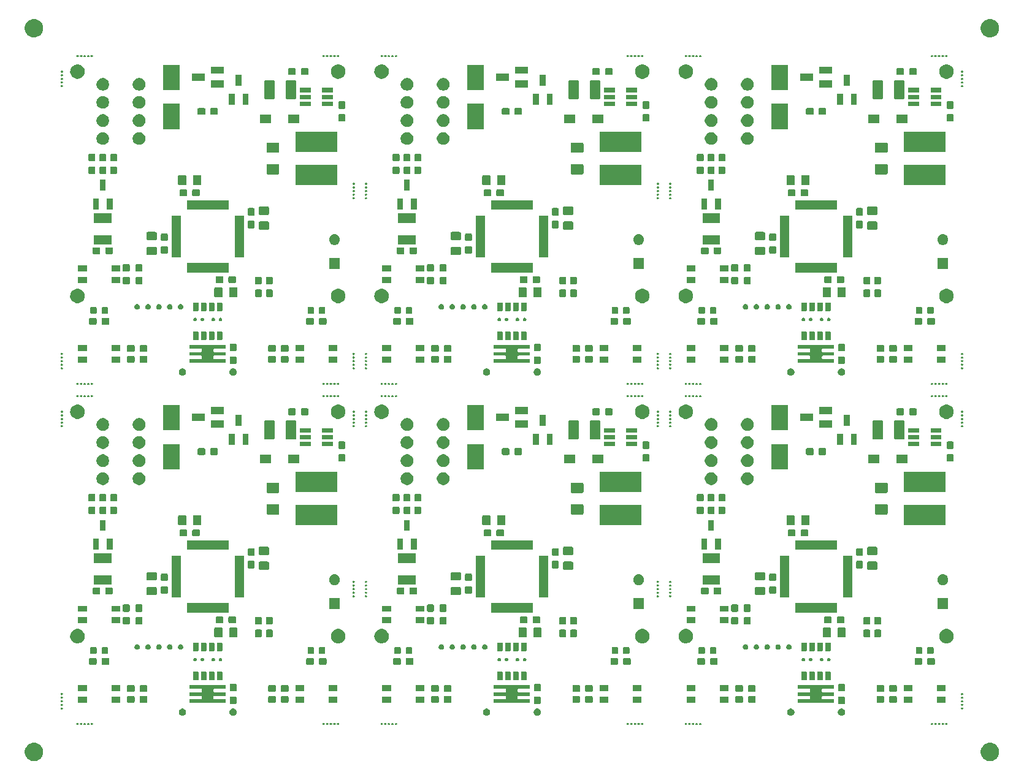
<source format=gbr>
%TF.GenerationSoftware,KiCad,Pcbnew,5.0.1-33cea8e~67~ubuntu18.04.1*%
%TF.CreationDate,2019-01-09T21:53:47+01:00*%
%TF.ProjectId,hvac-sensor-module_pcb-panel,687661632D73656E736F722D6D6F6475,1.0*%
%TF.SameCoordinates,Original*%
%TF.FileFunction,Soldermask,Top*%
%TF.FilePolarity,Negative*%
%FSLAX46Y46*%
G04 Gerber Fmt 4.6, Leading zero omitted, Abs format (unit mm)*
G04 Created by KiCad (PCBNEW 5.0.1-33cea8e~67~ubuntu18.04.1) date Mi 09 Jan 2019 21:53:47 CET*
%MOMM*%
%LPD*%
G01*
G04 APERTURE LIST*
%ADD10C,0.100000*%
G04 APERTURE END LIST*
D10*
G36*
X178247764Y-144754402D02*
X178370445Y-144778805D01*
X178601571Y-144874541D01*
X178809581Y-145013529D01*
X178986471Y-145190419D01*
X178986473Y-145190422D01*
X179125459Y-145398429D01*
X179221195Y-145629555D01*
X179270000Y-145874916D01*
X179270000Y-146125084D01*
X179221195Y-146370445D01*
X179125459Y-146601571D01*
X178986471Y-146809581D01*
X178809581Y-146986471D01*
X178809578Y-146986473D01*
X178601571Y-147125459D01*
X178370445Y-147221195D01*
X178247765Y-147245597D01*
X178125086Y-147270000D01*
X177874914Y-147270000D01*
X177752235Y-147245597D01*
X177629555Y-147221195D01*
X177398429Y-147125459D01*
X177190422Y-146986473D01*
X177190419Y-146986471D01*
X177013529Y-146809581D01*
X176874541Y-146601571D01*
X176778805Y-146370445D01*
X176730000Y-146125084D01*
X176730000Y-145874916D01*
X176778805Y-145629555D01*
X176874541Y-145398429D01*
X177013527Y-145190422D01*
X177013529Y-145190419D01*
X177190419Y-145013529D01*
X177398429Y-144874541D01*
X177629555Y-144778805D01*
X177752236Y-144754402D01*
X177874914Y-144730000D01*
X178125086Y-144730000D01*
X178247764Y-144754402D01*
X178247764Y-144754402D01*
G37*
G36*
X46247764Y-144754402D02*
X46370445Y-144778805D01*
X46601571Y-144874541D01*
X46809581Y-145013529D01*
X46986471Y-145190419D01*
X46986473Y-145190422D01*
X47125459Y-145398429D01*
X47221195Y-145629555D01*
X47270000Y-145874916D01*
X47270000Y-146125084D01*
X47221195Y-146370445D01*
X47125459Y-146601571D01*
X46986471Y-146809581D01*
X46809581Y-146986471D01*
X46809578Y-146986473D01*
X46601571Y-147125459D01*
X46370445Y-147221195D01*
X46247765Y-147245597D01*
X46125086Y-147270000D01*
X45874914Y-147270000D01*
X45752235Y-147245597D01*
X45629555Y-147221195D01*
X45398429Y-147125459D01*
X45190422Y-146986473D01*
X45190419Y-146986471D01*
X45013529Y-146809581D01*
X44874541Y-146601571D01*
X44778805Y-146370445D01*
X44730000Y-146125084D01*
X44730000Y-145874916D01*
X44778805Y-145629555D01*
X44874541Y-145398429D01*
X45013527Y-145190422D01*
X45013529Y-145190419D01*
X45190419Y-145013529D01*
X45398429Y-144874541D01*
X45629555Y-144778805D01*
X45752236Y-144754402D01*
X45874914Y-144730000D01*
X46125086Y-144730000D01*
X46247764Y-144754402D01*
X46247764Y-144754402D01*
G37*
G36*
X54043754Y-142005764D02*
X54071052Y-142017071D01*
X54095623Y-142033489D01*
X54116511Y-142054377D01*
X54132929Y-142078948D01*
X54144236Y-142106246D01*
X54150000Y-142135225D01*
X54150000Y-142164775D01*
X54144236Y-142193754D01*
X54132929Y-142221052D01*
X54116511Y-142245623D01*
X54095623Y-142266511D01*
X54071052Y-142282929D01*
X54043754Y-142294236D01*
X54014775Y-142300000D01*
X53985225Y-142300000D01*
X53956246Y-142294236D01*
X53928948Y-142282929D01*
X53904377Y-142266511D01*
X53883489Y-142245623D01*
X53867071Y-142221052D01*
X53865485Y-142217222D01*
X53853934Y-142195611D01*
X53838389Y-142176669D01*
X53819447Y-142161124D01*
X53798636Y-142150000D01*
X53819446Y-142138877D01*
X53838388Y-142123332D01*
X53853933Y-142104390D01*
X53865485Y-142082778D01*
X53867071Y-142078948D01*
X53883489Y-142054377D01*
X53904377Y-142033489D01*
X53928948Y-142017071D01*
X53956246Y-142005764D01*
X53985225Y-142000000D01*
X54014775Y-142000000D01*
X54043754Y-142005764D01*
X54043754Y-142005764D01*
G37*
G36*
X53043754Y-142005764D02*
X53071052Y-142017071D01*
X53095623Y-142033489D01*
X53116511Y-142054377D01*
X53132929Y-142078948D01*
X53134515Y-142082778D01*
X53146066Y-142104389D01*
X53161611Y-142123331D01*
X53180553Y-142138876D01*
X53201364Y-142150000D01*
X53180554Y-142161123D01*
X53161612Y-142176668D01*
X53146067Y-142195610D01*
X53134515Y-142217222D01*
X53132929Y-142221052D01*
X53116511Y-142245623D01*
X53095623Y-142266511D01*
X53071052Y-142282929D01*
X53043754Y-142294236D01*
X53014775Y-142300000D01*
X52985225Y-142300000D01*
X52956246Y-142294236D01*
X52928948Y-142282929D01*
X52904377Y-142266511D01*
X52883489Y-142245623D01*
X52867071Y-142221052D01*
X52865485Y-142217222D01*
X52853934Y-142195611D01*
X52838389Y-142176669D01*
X52819447Y-142161124D01*
X52798636Y-142150000D01*
X52819446Y-142138877D01*
X52838388Y-142123332D01*
X52853933Y-142104390D01*
X52865485Y-142082778D01*
X52867071Y-142078948D01*
X52883489Y-142054377D01*
X52904377Y-142033489D01*
X52928948Y-142017071D01*
X52956246Y-142005764D01*
X52985225Y-142000000D01*
X53014775Y-142000000D01*
X53043754Y-142005764D01*
X53043754Y-142005764D01*
G37*
G36*
X170543754Y-142005764D02*
X170571052Y-142017071D01*
X170595623Y-142033489D01*
X170616511Y-142054377D01*
X170632929Y-142078948D01*
X170634515Y-142082778D01*
X170646066Y-142104389D01*
X170661611Y-142123331D01*
X170680553Y-142138876D01*
X170701364Y-142150000D01*
X170680554Y-142161123D01*
X170661612Y-142176668D01*
X170646067Y-142195610D01*
X170634515Y-142217222D01*
X170632929Y-142221052D01*
X170616511Y-142245623D01*
X170595623Y-142266511D01*
X170571052Y-142282929D01*
X170543754Y-142294236D01*
X170514775Y-142300000D01*
X170485225Y-142300000D01*
X170456246Y-142294236D01*
X170428948Y-142282929D01*
X170404377Y-142266511D01*
X170383489Y-142245623D01*
X170367071Y-142221052D01*
X170365485Y-142217222D01*
X170353934Y-142195611D01*
X170338389Y-142176669D01*
X170319447Y-142161124D01*
X170298636Y-142150000D01*
X170319446Y-142138877D01*
X170338388Y-142123332D01*
X170353933Y-142104390D01*
X170365485Y-142082778D01*
X170367071Y-142078948D01*
X170383489Y-142054377D01*
X170404377Y-142033489D01*
X170428948Y-142017071D01*
X170456246Y-142005764D01*
X170485225Y-142000000D01*
X170514775Y-142000000D01*
X170543754Y-142005764D01*
X170543754Y-142005764D01*
G37*
G36*
X128543754Y-142005764D02*
X128571052Y-142017071D01*
X128595623Y-142033489D01*
X128616511Y-142054377D01*
X128632929Y-142078948D01*
X128634515Y-142082778D01*
X128646066Y-142104389D01*
X128661611Y-142123331D01*
X128680553Y-142138876D01*
X128701364Y-142150000D01*
X128680554Y-142161123D01*
X128661612Y-142176668D01*
X128646067Y-142195610D01*
X128634515Y-142217222D01*
X128632929Y-142221052D01*
X128616511Y-142245623D01*
X128595623Y-142266511D01*
X128571052Y-142282929D01*
X128543754Y-142294236D01*
X128514775Y-142300000D01*
X128485225Y-142300000D01*
X128456246Y-142294236D01*
X128428948Y-142282929D01*
X128404377Y-142266511D01*
X128383489Y-142245623D01*
X128367071Y-142221052D01*
X128365485Y-142217222D01*
X128353934Y-142195611D01*
X128338389Y-142176669D01*
X128319447Y-142161124D01*
X128298636Y-142150000D01*
X128319446Y-142138877D01*
X128338388Y-142123332D01*
X128353933Y-142104390D01*
X128365485Y-142082778D01*
X128367071Y-142078948D01*
X128383489Y-142054377D01*
X128404377Y-142033489D01*
X128428948Y-142017071D01*
X128456246Y-142005764D01*
X128485225Y-142000000D01*
X128514775Y-142000000D01*
X128543754Y-142005764D01*
X128543754Y-142005764D01*
G37*
G36*
X129043754Y-142005764D02*
X129071052Y-142017071D01*
X129095623Y-142033489D01*
X129116511Y-142054377D01*
X129132929Y-142078948D01*
X129134515Y-142082778D01*
X129146066Y-142104389D01*
X129161611Y-142123331D01*
X129180553Y-142138876D01*
X129201364Y-142150000D01*
X129180554Y-142161123D01*
X129161612Y-142176668D01*
X129146067Y-142195610D01*
X129134515Y-142217222D01*
X129132929Y-142221052D01*
X129116511Y-142245623D01*
X129095623Y-142266511D01*
X129071052Y-142282929D01*
X129043754Y-142294236D01*
X129014775Y-142300000D01*
X128985225Y-142300000D01*
X128956246Y-142294236D01*
X128928948Y-142282929D01*
X128904377Y-142266511D01*
X128883489Y-142245623D01*
X128867071Y-142221052D01*
X128865485Y-142217222D01*
X128853934Y-142195611D01*
X128838389Y-142176669D01*
X128819447Y-142161124D01*
X128798636Y-142150000D01*
X128819446Y-142138877D01*
X128838388Y-142123332D01*
X128853933Y-142104390D01*
X128865485Y-142082778D01*
X128867071Y-142078948D01*
X128883489Y-142054377D01*
X128904377Y-142033489D01*
X128928948Y-142017071D01*
X128956246Y-142005764D01*
X128985225Y-142000000D01*
X129014775Y-142000000D01*
X129043754Y-142005764D01*
X129043754Y-142005764D01*
G37*
G36*
X130043754Y-142005764D02*
X130071052Y-142017071D01*
X130095623Y-142033489D01*
X130116511Y-142054377D01*
X130132929Y-142078948D01*
X130144236Y-142106246D01*
X130150000Y-142135225D01*
X130150000Y-142164775D01*
X130144236Y-142193754D01*
X130132929Y-142221052D01*
X130116511Y-142245623D01*
X130095623Y-142266511D01*
X130071052Y-142282929D01*
X130043754Y-142294236D01*
X130014775Y-142300000D01*
X129985225Y-142300000D01*
X129956246Y-142294236D01*
X129928948Y-142282929D01*
X129904377Y-142266511D01*
X129883489Y-142245623D01*
X129867071Y-142221052D01*
X129865485Y-142217222D01*
X129853934Y-142195611D01*
X129838389Y-142176669D01*
X129819447Y-142161124D01*
X129798636Y-142150000D01*
X129819446Y-142138877D01*
X129838388Y-142123332D01*
X129853933Y-142104390D01*
X129865485Y-142082778D01*
X129867071Y-142078948D01*
X129883489Y-142054377D01*
X129904377Y-142033489D01*
X129928948Y-142017071D01*
X129956246Y-142005764D01*
X129985225Y-142000000D01*
X130014775Y-142000000D01*
X130043754Y-142005764D01*
X130043754Y-142005764D01*
G37*
G36*
X138043754Y-142005764D02*
X138071052Y-142017071D01*
X138095623Y-142033489D01*
X138116511Y-142054377D01*
X138132929Y-142078948D01*
X138144236Y-142106246D01*
X138150000Y-142135225D01*
X138150000Y-142164775D01*
X138144236Y-142193754D01*
X138132929Y-142221052D01*
X138116511Y-142245623D01*
X138095623Y-142266511D01*
X138071052Y-142282929D01*
X138043754Y-142294236D01*
X138014775Y-142300000D01*
X137985225Y-142300000D01*
X137956246Y-142294236D01*
X137928948Y-142282929D01*
X137904377Y-142266511D01*
X137883489Y-142245623D01*
X137867071Y-142221052D01*
X137865485Y-142217222D01*
X137853934Y-142195611D01*
X137838389Y-142176669D01*
X137819447Y-142161124D01*
X137798636Y-142150000D01*
X137819446Y-142138877D01*
X137838388Y-142123332D01*
X137853933Y-142104390D01*
X137865485Y-142082778D01*
X137867071Y-142078948D01*
X137883489Y-142054377D01*
X137904377Y-142033489D01*
X137928948Y-142017071D01*
X137956246Y-142005764D01*
X137985225Y-142000000D01*
X138014775Y-142000000D01*
X138043754Y-142005764D01*
X138043754Y-142005764D01*
G37*
G36*
X137043754Y-142005764D02*
X137071052Y-142017071D01*
X137095623Y-142033489D01*
X137116511Y-142054377D01*
X137132929Y-142078948D01*
X137134515Y-142082778D01*
X137146066Y-142104389D01*
X137161611Y-142123331D01*
X137180553Y-142138876D01*
X137201364Y-142150000D01*
X137180554Y-142161123D01*
X137161612Y-142176668D01*
X137146067Y-142195610D01*
X137134515Y-142217222D01*
X137132929Y-142221052D01*
X137116511Y-142245623D01*
X137095623Y-142266511D01*
X137071052Y-142282929D01*
X137043754Y-142294236D01*
X137014775Y-142300000D01*
X136985225Y-142300000D01*
X136956246Y-142294236D01*
X136928948Y-142282929D01*
X136904377Y-142266511D01*
X136883489Y-142245623D01*
X136867071Y-142221052D01*
X136865485Y-142217222D01*
X136853934Y-142195611D01*
X136838389Y-142176669D01*
X136819447Y-142161124D01*
X136798636Y-142150000D01*
X136819446Y-142138877D01*
X136838388Y-142123332D01*
X136853933Y-142104390D01*
X136865485Y-142082778D01*
X136867071Y-142078948D01*
X136883489Y-142054377D01*
X136904377Y-142033489D01*
X136928948Y-142017071D01*
X136956246Y-142005764D01*
X136985225Y-142000000D01*
X137014775Y-142000000D01*
X137043754Y-142005764D01*
X137043754Y-142005764D01*
G37*
G36*
X136543754Y-142005764D02*
X136571052Y-142017071D01*
X136595623Y-142033489D01*
X136616511Y-142054377D01*
X136632929Y-142078948D01*
X136634515Y-142082778D01*
X136646066Y-142104389D01*
X136661611Y-142123331D01*
X136680553Y-142138876D01*
X136701364Y-142150000D01*
X136680554Y-142161123D01*
X136661612Y-142176668D01*
X136646067Y-142195610D01*
X136634515Y-142217222D01*
X136632929Y-142221052D01*
X136616511Y-142245623D01*
X136595623Y-142266511D01*
X136571052Y-142282929D01*
X136543754Y-142294236D01*
X136514775Y-142300000D01*
X136485225Y-142300000D01*
X136456246Y-142294236D01*
X136428948Y-142282929D01*
X136404377Y-142266511D01*
X136383489Y-142245623D01*
X136367071Y-142221052D01*
X136365485Y-142217222D01*
X136353934Y-142195611D01*
X136338389Y-142176669D01*
X136319447Y-142161124D01*
X136298636Y-142150000D01*
X136319446Y-142138877D01*
X136338388Y-142123332D01*
X136353933Y-142104390D01*
X136365485Y-142082778D01*
X136367071Y-142078948D01*
X136383489Y-142054377D01*
X136404377Y-142033489D01*
X136428948Y-142017071D01*
X136456246Y-142005764D01*
X136485225Y-142000000D01*
X136514775Y-142000000D01*
X136543754Y-142005764D01*
X136543754Y-142005764D01*
G37*
G36*
X136043754Y-142005764D02*
X136071052Y-142017071D01*
X136095623Y-142033489D01*
X136116511Y-142054377D01*
X136132929Y-142078948D01*
X136134515Y-142082778D01*
X136146066Y-142104389D01*
X136161611Y-142123331D01*
X136180553Y-142138876D01*
X136201364Y-142150000D01*
X136180554Y-142161123D01*
X136161612Y-142176668D01*
X136146067Y-142195610D01*
X136134515Y-142217222D01*
X136132929Y-142221052D01*
X136116511Y-142245623D01*
X136095623Y-142266511D01*
X136071052Y-142282929D01*
X136043754Y-142294236D01*
X136014775Y-142300000D01*
X135985225Y-142300000D01*
X135956246Y-142294236D01*
X135928948Y-142282929D01*
X135904377Y-142266511D01*
X135883489Y-142245623D01*
X135867071Y-142221052D01*
X135855764Y-142193754D01*
X135850000Y-142164775D01*
X135850000Y-142135225D01*
X135855764Y-142106246D01*
X135867071Y-142078948D01*
X135883489Y-142054377D01*
X135904377Y-142033489D01*
X135928948Y-142017071D01*
X135956246Y-142005764D01*
X135985225Y-142000000D01*
X136014775Y-142000000D01*
X136043754Y-142005764D01*
X136043754Y-142005764D01*
G37*
G36*
X137543754Y-142005764D02*
X137571052Y-142017071D01*
X137595623Y-142033489D01*
X137616511Y-142054377D01*
X137632929Y-142078948D01*
X137634515Y-142082778D01*
X137646066Y-142104389D01*
X137661611Y-142123331D01*
X137680553Y-142138876D01*
X137701364Y-142150000D01*
X137680554Y-142161123D01*
X137661612Y-142176668D01*
X137646067Y-142195610D01*
X137634515Y-142217222D01*
X137632929Y-142221052D01*
X137616511Y-142245623D01*
X137595623Y-142266511D01*
X137571052Y-142282929D01*
X137543754Y-142294236D01*
X137514775Y-142300000D01*
X137485225Y-142300000D01*
X137456246Y-142294236D01*
X137428948Y-142282929D01*
X137404377Y-142266511D01*
X137383489Y-142245623D01*
X137367071Y-142221052D01*
X137365485Y-142217222D01*
X137353934Y-142195611D01*
X137338389Y-142176669D01*
X137319447Y-142161124D01*
X137298636Y-142150000D01*
X137319446Y-142138877D01*
X137338388Y-142123332D01*
X137353933Y-142104390D01*
X137365485Y-142082778D01*
X137367071Y-142078948D01*
X137383489Y-142054377D01*
X137404377Y-142033489D01*
X137428948Y-142017071D01*
X137456246Y-142005764D01*
X137485225Y-142000000D01*
X137514775Y-142000000D01*
X137543754Y-142005764D01*
X137543754Y-142005764D01*
G37*
G36*
X171543754Y-142005764D02*
X171571052Y-142017071D01*
X171595623Y-142033489D01*
X171616511Y-142054377D01*
X171632929Y-142078948D01*
X171634515Y-142082778D01*
X171646066Y-142104389D01*
X171661611Y-142123331D01*
X171680553Y-142138876D01*
X171701364Y-142150000D01*
X171680554Y-142161123D01*
X171661612Y-142176668D01*
X171646067Y-142195610D01*
X171634515Y-142217222D01*
X171632929Y-142221052D01*
X171616511Y-142245623D01*
X171595623Y-142266511D01*
X171571052Y-142282929D01*
X171543754Y-142294236D01*
X171514775Y-142300000D01*
X171485225Y-142300000D01*
X171456246Y-142294236D01*
X171428948Y-142282929D01*
X171404377Y-142266511D01*
X171383489Y-142245623D01*
X171367071Y-142221052D01*
X171365485Y-142217222D01*
X171353934Y-142195611D01*
X171338389Y-142176669D01*
X171319447Y-142161124D01*
X171298636Y-142150000D01*
X171319446Y-142138877D01*
X171338388Y-142123332D01*
X171353933Y-142104390D01*
X171365485Y-142082778D01*
X171367071Y-142078948D01*
X171383489Y-142054377D01*
X171404377Y-142033489D01*
X171428948Y-142017071D01*
X171456246Y-142005764D01*
X171485225Y-142000000D01*
X171514775Y-142000000D01*
X171543754Y-142005764D01*
X171543754Y-142005764D01*
G37*
G36*
X170043754Y-142005764D02*
X170071052Y-142017071D01*
X170095623Y-142033489D01*
X170116511Y-142054377D01*
X170132929Y-142078948D01*
X170134515Y-142082778D01*
X170146066Y-142104389D01*
X170161611Y-142123331D01*
X170180553Y-142138876D01*
X170201364Y-142150000D01*
X170180554Y-142161123D01*
X170161612Y-142176668D01*
X170146067Y-142195610D01*
X170134515Y-142217222D01*
X170132929Y-142221052D01*
X170116511Y-142245623D01*
X170095623Y-142266511D01*
X170071052Y-142282929D01*
X170043754Y-142294236D01*
X170014775Y-142300000D01*
X169985225Y-142300000D01*
X169956246Y-142294236D01*
X169928948Y-142282929D01*
X169904377Y-142266511D01*
X169883489Y-142245623D01*
X169867071Y-142221052D01*
X169855764Y-142193754D01*
X169850000Y-142164775D01*
X169850000Y-142135225D01*
X169855764Y-142106246D01*
X169867071Y-142078948D01*
X169883489Y-142054377D01*
X169904377Y-142033489D01*
X169928948Y-142017071D01*
X169956246Y-142005764D01*
X169985225Y-142000000D01*
X170014775Y-142000000D01*
X170043754Y-142005764D01*
X170043754Y-142005764D01*
G37*
G36*
X171043754Y-142005764D02*
X171071052Y-142017071D01*
X171095623Y-142033489D01*
X171116511Y-142054377D01*
X171132929Y-142078948D01*
X171134515Y-142082778D01*
X171146066Y-142104389D01*
X171161611Y-142123331D01*
X171180553Y-142138876D01*
X171201364Y-142150000D01*
X171180554Y-142161123D01*
X171161612Y-142176668D01*
X171146067Y-142195610D01*
X171134515Y-142217222D01*
X171132929Y-142221052D01*
X171116511Y-142245623D01*
X171095623Y-142266511D01*
X171071052Y-142282929D01*
X171043754Y-142294236D01*
X171014775Y-142300000D01*
X170985225Y-142300000D01*
X170956246Y-142294236D01*
X170928948Y-142282929D01*
X170904377Y-142266511D01*
X170883489Y-142245623D01*
X170867071Y-142221052D01*
X170865485Y-142217222D01*
X170853934Y-142195611D01*
X170838389Y-142176669D01*
X170819447Y-142161124D01*
X170798636Y-142150000D01*
X170819446Y-142138877D01*
X170838388Y-142123332D01*
X170853933Y-142104390D01*
X170865485Y-142082778D01*
X170867071Y-142078948D01*
X170883489Y-142054377D01*
X170904377Y-142033489D01*
X170928948Y-142017071D01*
X170956246Y-142005764D01*
X170985225Y-142000000D01*
X171014775Y-142000000D01*
X171043754Y-142005764D01*
X171043754Y-142005764D01*
G37*
G36*
X172043754Y-142005764D02*
X172071052Y-142017071D01*
X172095623Y-142033489D01*
X172116511Y-142054377D01*
X172132929Y-142078948D01*
X172144236Y-142106246D01*
X172150000Y-142135225D01*
X172150000Y-142164775D01*
X172144236Y-142193754D01*
X172132929Y-142221052D01*
X172116511Y-142245623D01*
X172095623Y-142266511D01*
X172071052Y-142282929D01*
X172043754Y-142294236D01*
X172014775Y-142300000D01*
X171985225Y-142300000D01*
X171956246Y-142294236D01*
X171928948Y-142282929D01*
X171904377Y-142266511D01*
X171883489Y-142245623D01*
X171867071Y-142221052D01*
X171865485Y-142217222D01*
X171853934Y-142195611D01*
X171838389Y-142176669D01*
X171819447Y-142161124D01*
X171798636Y-142150000D01*
X171819446Y-142138877D01*
X171838388Y-142123332D01*
X171853933Y-142104390D01*
X171865485Y-142082778D01*
X171867071Y-142078948D01*
X171883489Y-142054377D01*
X171904377Y-142033489D01*
X171928948Y-142017071D01*
X171956246Y-142005764D01*
X171985225Y-142000000D01*
X172014775Y-142000000D01*
X172043754Y-142005764D01*
X172043754Y-142005764D01*
G37*
G36*
X52543754Y-142005764D02*
X52571052Y-142017071D01*
X52595623Y-142033489D01*
X52616511Y-142054377D01*
X52632929Y-142078948D01*
X52634515Y-142082778D01*
X52646066Y-142104389D01*
X52661611Y-142123331D01*
X52680553Y-142138876D01*
X52701364Y-142150000D01*
X52680554Y-142161123D01*
X52661612Y-142176668D01*
X52646067Y-142195610D01*
X52634515Y-142217222D01*
X52632929Y-142221052D01*
X52616511Y-142245623D01*
X52595623Y-142266511D01*
X52571052Y-142282929D01*
X52543754Y-142294236D01*
X52514775Y-142300000D01*
X52485225Y-142300000D01*
X52456246Y-142294236D01*
X52428948Y-142282929D01*
X52404377Y-142266511D01*
X52383489Y-142245623D01*
X52367071Y-142221052D01*
X52365485Y-142217222D01*
X52353934Y-142195611D01*
X52338389Y-142176669D01*
X52319447Y-142161124D01*
X52298636Y-142150000D01*
X52319446Y-142138877D01*
X52338388Y-142123332D01*
X52353933Y-142104390D01*
X52365485Y-142082778D01*
X52367071Y-142078948D01*
X52383489Y-142054377D01*
X52404377Y-142033489D01*
X52428948Y-142017071D01*
X52456246Y-142005764D01*
X52485225Y-142000000D01*
X52514775Y-142000000D01*
X52543754Y-142005764D01*
X52543754Y-142005764D01*
G37*
G36*
X86543754Y-142005764D02*
X86571052Y-142017071D01*
X86595623Y-142033489D01*
X86616511Y-142054377D01*
X86632929Y-142078948D01*
X86634515Y-142082778D01*
X86646066Y-142104389D01*
X86661611Y-142123331D01*
X86680553Y-142138876D01*
X86701364Y-142150000D01*
X86680554Y-142161123D01*
X86661612Y-142176668D01*
X86646067Y-142195610D01*
X86634515Y-142217222D01*
X86632929Y-142221052D01*
X86616511Y-142245623D01*
X86595623Y-142266511D01*
X86571052Y-142282929D01*
X86543754Y-142294236D01*
X86514775Y-142300000D01*
X86485225Y-142300000D01*
X86456246Y-142294236D01*
X86428948Y-142282929D01*
X86404377Y-142266511D01*
X86383489Y-142245623D01*
X86367071Y-142221052D01*
X86365485Y-142217222D01*
X86353934Y-142195611D01*
X86338389Y-142176669D01*
X86319447Y-142161124D01*
X86298636Y-142150000D01*
X86319446Y-142138877D01*
X86338388Y-142123332D01*
X86353933Y-142104390D01*
X86365485Y-142082778D01*
X86367071Y-142078948D01*
X86383489Y-142054377D01*
X86404377Y-142033489D01*
X86428948Y-142017071D01*
X86456246Y-142005764D01*
X86485225Y-142000000D01*
X86514775Y-142000000D01*
X86543754Y-142005764D01*
X86543754Y-142005764D01*
G37*
G36*
X129543754Y-142005764D02*
X129571052Y-142017071D01*
X129595623Y-142033489D01*
X129616511Y-142054377D01*
X129632929Y-142078948D01*
X129634515Y-142082778D01*
X129646066Y-142104389D01*
X129661611Y-142123331D01*
X129680553Y-142138876D01*
X129701364Y-142150000D01*
X129680554Y-142161123D01*
X129661612Y-142176668D01*
X129646067Y-142195610D01*
X129634515Y-142217222D01*
X129632929Y-142221052D01*
X129616511Y-142245623D01*
X129595623Y-142266511D01*
X129571052Y-142282929D01*
X129543754Y-142294236D01*
X129514775Y-142300000D01*
X129485225Y-142300000D01*
X129456246Y-142294236D01*
X129428948Y-142282929D01*
X129404377Y-142266511D01*
X129383489Y-142245623D01*
X129367071Y-142221052D01*
X129365485Y-142217222D01*
X129353934Y-142195611D01*
X129338389Y-142176669D01*
X129319447Y-142161124D01*
X129298636Y-142150000D01*
X129319446Y-142138877D01*
X129338388Y-142123332D01*
X129353933Y-142104390D01*
X129365485Y-142082778D01*
X129367071Y-142078948D01*
X129383489Y-142054377D01*
X129404377Y-142033489D01*
X129428948Y-142017071D01*
X129456246Y-142005764D01*
X129485225Y-142000000D01*
X129514775Y-142000000D01*
X129543754Y-142005764D01*
X129543754Y-142005764D01*
G37*
G36*
X95543754Y-142005764D02*
X95571052Y-142017071D01*
X95595623Y-142033489D01*
X95616511Y-142054377D01*
X95632929Y-142078948D01*
X95634515Y-142082778D01*
X95646066Y-142104389D01*
X95661611Y-142123331D01*
X95680553Y-142138876D01*
X95701364Y-142150000D01*
X95680554Y-142161123D01*
X95661612Y-142176668D01*
X95646067Y-142195610D01*
X95634515Y-142217222D01*
X95632929Y-142221052D01*
X95616511Y-142245623D01*
X95595623Y-142266511D01*
X95571052Y-142282929D01*
X95543754Y-142294236D01*
X95514775Y-142300000D01*
X95485225Y-142300000D01*
X95456246Y-142294236D01*
X95428948Y-142282929D01*
X95404377Y-142266511D01*
X95383489Y-142245623D01*
X95367071Y-142221052D01*
X95365485Y-142217222D01*
X95353934Y-142195611D01*
X95338389Y-142176669D01*
X95319447Y-142161124D01*
X95298636Y-142150000D01*
X95319446Y-142138877D01*
X95338388Y-142123332D01*
X95353933Y-142104390D01*
X95365485Y-142082778D01*
X95367071Y-142078948D01*
X95383489Y-142054377D01*
X95404377Y-142033489D01*
X95428948Y-142017071D01*
X95456246Y-142005764D01*
X95485225Y-142000000D01*
X95514775Y-142000000D01*
X95543754Y-142005764D01*
X95543754Y-142005764D01*
G37*
G36*
X94043754Y-142005764D02*
X94071052Y-142017071D01*
X94095623Y-142033489D01*
X94116511Y-142054377D01*
X94132929Y-142078948D01*
X94134515Y-142082778D01*
X94146066Y-142104389D01*
X94161611Y-142123331D01*
X94180553Y-142138876D01*
X94201364Y-142150000D01*
X94180554Y-142161123D01*
X94161612Y-142176668D01*
X94146067Y-142195610D01*
X94134515Y-142217222D01*
X94132929Y-142221052D01*
X94116511Y-142245623D01*
X94095623Y-142266511D01*
X94071052Y-142282929D01*
X94043754Y-142294236D01*
X94014775Y-142300000D01*
X93985225Y-142300000D01*
X93956246Y-142294236D01*
X93928948Y-142282929D01*
X93904377Y-142266511D01*
X93883489Y-142245623D01*
X93867071Y-142221052D01*
X93855764Y-142193754D01*
X93850000Y-142164775D01*
X93850000Y-142135225D01*
X93855764Y-142106246D01*
X93867071Y-142078948D01*
X93883489Y-142054377D01*
X93904377Y-142033489D01*
X93928948Y-142017071D01*
X93956246Y-142005764D01*
X93985225Y-142000000D01*
X94014775Y-142000000D01*
X94043754Y-142005764D01*
X94043754Y-142005764D01*
G37*
G36*
X94543754Y-142005764D02*
X94571052Y-142017071D01*
X94595623Y-142033489D01*
X94616511Y-142054377D01*
X94632929Y-142078948D01*
X94634515Y-142082778D01*
X94646066Y-142104389D01*
X94661611Y-142123331D01*
X94680553Y-142138876D01*
X94701364Y-142150000D01*
X94680554Y-142161123D01*
X94661612Y-142176668D01*
X94646067Y-142195610D01*
X94634515Y-142217222D01*
X94632929Y-142221052D01*
X94616511Y-142245623D01*
X94595623Y-142266511D01*
X94571052Y-142282929D01*
X94543754Y-142294236D01*
X94514775Y-142300000D01*
X94485225Y-142300000D01*
X94456246Y-142294236D01*
X94428948Y-142282929D01*
X94404377Y-142266511D01*
X94383489Y-142245623D01*
X94367071Y-142221052D01*
X94365485Y-142217222D01*
X94353934Y-142195611D01*
X94338389Y-142176669D01*
X94319447Y-142161124D01*
X94298636Y-142150000D01*
X94319446Y-142138877D01*
X94338388Y-142123332D01*
X94353933Y-142104390D01*
X94365485Y-142082778D01*
X94367071Y-142078948D01*
X94383489Y-142054377D01*
X94404377Y-142033489D01*
X94428948Y-142017071D01*
X94456246Y-142005764D01*
X94485225Y-142000000D01*
X94514775Y-142000000D01*
X94543754Y-142005764D01*
X94543754Y-142005764D01*
G37*
G36*
X95043754Y-142005764D02*
X95071052Y-142017071D01*
X95095623Y-142033489D01*
X95116511Y-142054377D01*
X95132929Y-142078948D01*
X95134515Y-142082778D01*
X95146066Y-142104389D01*
X95161611Y-142123331D01*
X95180553Y-142138876D01*
X95201364Y-142150000D01*
X95180554Y-142161123D01*
X95161612Y-142176668D01*
X95146067Y-142195610D01*
X95134515Y-142217222D01*
X95132929Y-142221052D01*
X95116511Y-142245623D01*
X95095623Y-142266511D01*
X95071052Y-142282929D01*
X95043754Y-142294236D01*
X95014775Y-142300000D01*
X94985225Y-142300000D01*
X94956246Y-142294236D01*
X94928948Y-142282929D01*
X94904377Y-142266511D01*
X94883489Y-142245623D01*
X94867071Y-142221052D01*
X94865485Y-142217222D01*
X94853934Y-142195611D01*
X94838389Y-142176669D01*
X94819447Y-142161124D01*
X94798636Y-142150000D01*
X94819446Y-142138877D01*
X94838388Y-142123332D01*
X94853933Y-142104390D01*
X94865485Y-142082778D01*
X94867071Y-142078948D01*
X94883489Y-142054377D01*
X94904377Y-142033489D01*
X94928948Y-142017071D01*
X94956246Y-142005764D01*
X94985225Y-142000000D01*
X95014775Y-142000000D01*
X95043754Y-142005764D01*
X95043754Y-142005764D01*
G37*
G36*
X96043754Y-142005764D02*
X96071052Y-142017071D01*
X96095623Y-142033489D01*
X96116511Y-142054377D01*
X96132929Y-142078948D01*
X96144236Y-142106246D01*
X96150000Y-142135225D01*
X96150000Y-142164775D01*
X96144236Y-142193754D01*
X96132929Y-142221052D01*
X96116511Y-142245623D01*
X96095623Y-142266511D01*
X96071052Y-142282929D01*
X96043754Y-142294236D01*
X96014775Y-142300000D01*
X95985225Y-142300000D01*
X95956246Y-142294236D01*
X95928948Y-142282929D01*
X95904377Y-142266511D01*
X95883489Y-142245623D01*
X95867071Y-142221052D01*
X95865485Y-142217222D01*
X95853934Y-142195611D01*
X95838389Y-142176669D01*
X95819447Y-142161124D01*
X95798636Y-142150000D01*
X95819446Y-142138877D01*
X95838388Y-142123332D01*
X95853933Y-142104390D01*
X95865485Y-142082778D01*
X95867071Y-142078948D01*
X95883489Y-142054377D01*
X95904377Y-142033489D01*
X95928948Y-142017071D01*
X95956246Y-142005764D01*
X95985225Y-142000000D01*
X96014775Y-142000000D01*
X96043754Y-142005764D01*
X96043754Y-142005764D01*
G37*
G36*
X88043754Y-142005764D02*
X88071052Y-142017071D01*
X88095623Y-142033489D01*
X88116511Y-142054377D01*
X88132929Y-142078948D01*
X88144236Y-142106246D01*
X88150000Y-142135225D01*
X88150000Y-142164775D01*
X88144236Y-142193754D01*
X88132929Y-142221052D01*
X88116511Y-142245623D01*
X88095623Y-142266511D01*
X88071052Y-142282929D01*
X88043754Y-142294236D01*
X88014775Y-142300000D01*
X87985225Y-142300000D01*
X87956246Y-142294236D01*
X87928948Y-142282929D01*
X87904377Y-142266511D01*
X87883489Y-142245623D01*
X87867071Y-142221052D01*
X87865485Y-142217222D01*
X87853934Y-142195611D01*
X87838389Y-142176669D01*
X87819447Y-142161124D01*
X87798636Y-142150000D01*
X87819446Y-142138877D01*
X87838388Y-142123332D01*
X87853933Y-142104390D01*
X87865485Y-142082778D01*
X87867071Y-142078948D01*
X87883489Y-142054377D01*
X87904377Y-142033489D01*
X87928948Y-142017071D01*
X87956246Y-142005764D01*
X87985225Y-142000000D01*
X88014775Y-142000000D01*
X88043754Y-142005764D01*
X88043754Y-142005764D01*
G37*
G36*
X87043754Y-142005764D02*
X87071052Y-142017071D01*
X87095623Y-142033489D01*
X87116511Y-142054377D01*
X87132929Y-142078948D01*
X87134515Y-142082778D01*
X87146066Y-142104389D01*
X87161611Y-142123331D01*
X87180553Y-142138876D01*
X87201364Y-142150000D01*
X87180554Y-142161123D01*
X87161612Y-142176668D01*
X87146067Y-142195610D01*
X87134515Y-142217222D01*
X87132929Y-142221052D01*
X87116511Y-142245623D01*
X87095623Y-142266511D01*
X87071052Y-142282929D01*
X87043754Y-142294236D01*
X87014775Y-142300000D01*
X86985225Y-142300000D01*
X86956246Y-142294236D01*
X86928948Y-142282929D01*
X86904377Y-142266511D01*
X86883489Y-142245623D01*
X86867071Y-142221052D01*
X86865485Y-142217222D01*
X86853934Y-142195611D01*
X86838389Y-142176669D01*
X86819447Y-142161124D01*
X86798636Y-142150000D01*
X86819446Y-142138877D01*
X86838388Y-142123332D01*
X86853933Y-142104390D01*
X86865485Y-142082778D01*
X86867071Y-142078948D01*
X86883489Y-142054377D01*
X86904377Y-142033489D01*
X86928948Y-142017071D01*
X86956246Y-142005764D01*
X86985225Y-142000000D01*
X87014775Y-142000000D01*
X87043754Y-142005764D01*
X87043754Y-142005764D01*
G37*
G36*
X128043754Y-142005764D02*
X128071052Y-142017071D01*
X128095623Y-142033489D01*
X128116511Y-142054377D01*
X128132929Y-142078948D01*
X128134515Y-142082778D01*
X128146066Y-142104389D01*
X128161611Y-142123331D01*
X128180553Y-142138876D01*
X128201364Y-142150000D01*
X128180554Y-142161123D01*
X128161612Y-142176668D01*
X128146067Y-142195610D01*
X128134515Y-142217222D01*
X128132929Y-142221052D01*
X128116511Y-142245623D01*
X128095623Y-142266511D01*
X128071052Y-142282929D01*
X128043754Y-142294236D01*
X128014775Y-142300000D01*
X127985225Y-142300000D01*
X127956246Y-142294236D01*
X127928948Y-142282929D01*
X127904377Y-142266511D01*
X127883489Y-142245623D01*
X127867071Y-142221052D01*
X127855764Y-142193754D01*
X127850000Y-142164775D01*
X127850000Y-142135225D01*
X127855764Y-142106246D01*
X127867071Y-142078948D01*
X127883489Y-142054377D01*
X127904377Y-142033489D01*
X127928948Y-142017071D01*
X127956246Y-142005764D01*
X127985225Y-142000000D01*
X128014775Y-142000000D01*
X128043754Y-142005764D01*
X128043754Y-142005764D01*
G37*
G36*
X86043754Y-142005764D02*
X86071052Y-142017071D01*
X86095623Y-142033489D01*
X86116511Y-142054377D01*
X86132929Y-142078948D01*
X86134515Y-142082778D01*
X86146066Y-142104389D01*
X86161611Y-142123331D01*
X86180553Y-142138876D01*
X86201364Y-142150000D01*
X86180554Y-142161123D01*
X86161612Y-142176668D01*
X86146067Y-142195610D01*
X86134515Y-142217222D01*
X86132929Y-142221052D01*
X86116511Y-142245623D01*
X86095623Y-142266511D01*
X86071052Y-142282929D01*
X86043754Y-142294236D01*
X86014775Y-142300000D01*
X85985225Y-142300000D01*
X85956246Y-142294236D01*
X85928948Y-142282929D01*
X85904377Y-142266511D01*
X85883489Y-142245623D01*
X85867071Y-142221052D01*
X85855764Y-142193754D01*
X85850000Y-142164775D01*
X85850000Y-142135225D01*
X85855764Y-142106246D01*
X85867071Y-142078948D01*
X85883489Y-142054377D01*
X85904377Y-142033489D01*
X85928948Y-142017071D01*
X85956246Y-142005764D01*
X85985225Y-142000000D01*
X86014775Y-142000000D01*
X86043754Y-142005764D01*
X86043754Y-142005764D01*
G37*
G36*
X87543754Y-142005764D02*
X87571052Y-142017071D01*
X87595623Y-142033489D01*
X87616511Y-142054377D01*
X87632929Y-142078948D01*
X87634515Y-142082778D01*
X87646066Y-142104389D01*
X87661611Y-142123331D01*
X87680553Y-142138876D01*
X87701364Y-142150000D01*
X87680554Y-142161123D01*
X87661612Y-142176668D01*
X87646067Y-142195610D01*
X87634515Y-142217222D01*
X87632929Y-142221052D01*
X87616511Y-142245623D01*
X87595623Y-142266511D01*
X87571052Y-142282929D01*
X87543754Y-142294236D01*
X87514775Y-142300000D01*
X87485225Y-142300000D01*
X87456246Y-142294236D01*
X87428948Y-142282929D01*
X87404377Y-142266511D01*
X87383489Y-142245623D01*
X87367071Y-142221052D01*
X87365485Y-142217222D01*
X87353934Y-142195611D01*
X87338389Y-142176669D01*
X87319447Y-142161124D01*
X87298636Y-142150000D01*
X87319446Y-142138877D01*
X87338388Y-142123332D01*
X87353933Y-142104390D01*
X87365485Y-142082778D01*
X87367071Y-142078948D01*
X87383489Y-142054377D01*
X87404377Y-142033489D01*
X87428948Y-142017071D01*
X87456246Y-142005764D01*
X87485225Y-142000000D01*
X87514775Y-142000000D01*
X87543754Y-142005764D01*
X87543754Y-142005764D01*
G37*
G36*
X53543754Y-142005764D02*
X53571052Y-142017071D01*
X53595623Y-142033489D01*
X53616511Y-142054377D01*
X53632929Y-142078948D01*
X53634515Y-142082778D01*
X53646066Y-142104389D01*
X53661611Y-142123331D01*
X53680553Y-142138876D01*
X53701364Y-142150000D01*
X53680554Y-142161123D01*
X53661612Y-142176668D01*
X53646067Y-142195610D01*
X53634515Y-142217222D01*
X53632929Y-142221052D01*
X53616511Y-142245623D01*
X53595623Y-142266511D01*
X53571052Y-142282929D01*
X53543754Y-142294236D01*
X53514775Y-142300000D01*
X53485225Y-142300000D01*
X53456246Y-142294236D01*
X53428948Y-142282929D01*
X53404377Y-142266511D01*
X53383489Y-142245623D01*
X53367071Y-142221052D01*
X53365485Y-142217222D01*
X53353934Y-142195611D01*
X53338389Y-142176669D01*
X53319447Y-142161124D01*
X53298636Y-142150000D01*
X53319446Y-142138877D01*
X53338388Y-142123332D01*
X53353933Y-142104390D01*
X53365485Y-142082778D01*
X53367071Y-142078948D01*
X53383489Y-142054377D01*
X53404377Y-142033489D01*
X53428948Y-142017071D01*
X53456246Y-142005764D01*
X53485225Y-142000000D01*
X53514775Y-142000000D01*
X53543754Y-142005764D01*
X53543754Y-142005764D01*
G37*
G36*
X52043754Y-142005764D02*
X52071052Y-142017071D01*
X52095623Y-142033489D01*
X52116511Y-142054377D01*
X52132929Y-142078948D01*
X52134515Y-142082778D01*
X52146066Y-142104389D01*
X52161611Y-142123331D01*
X52180553Y-142138876D01*
X52201364Y-142150000D01*
X52180554Y-142161123D01*
X52161612Y-142176668D01*
X52146067Y-142195610D01*
X52134515Y-142217222D01*
X52132929Y-142221052D01*
X52116511Y-142245623D01*
X52095623Y-142266511D01*
X52071052Y-142282929D01*
X52043754Y-142294236D01*
X52014775Y-142300000D01*
X51985225Y-142300000D01*
X51956246Y-142294236D01*
X51928948Y-142282929D01*
X51904377Y-142266511D01*
X51883489Y-142245623D01*
X51867071Y-142221052D01*
X51855764Y-142193754D01*
X51850000Y-142164775D01*
X51850000Y-142135225D01*
X51855764Y-142106246D01*
X51867071Y-142078948D01*
X51883489Y-142054377D01*
X51904377Y-142033489D01*
X51928948Y-142017071D01*
X51956246Y-142005764D01*
X51985225Y-142000000D01*
X52014775Y-142000000D01*
X52043754Y-142005764D01*
X52043754Y-142005764D01*
G37*
G36*
X108623519Y-140014774D02*
X108645845Y-140019215D01*
X108705088Y-140043754D01*
X108736839Y-140056906D01*
X108817640Y-140110896D01*
X108818734Y-140111627D01*
X108888373Y-140181266D01*
X108943095Y-140263163D01*
X108980785Y-140354155D01*
X109000000Y-140450755D01*
X109000000Y-140549245D01*
X108980785Y-140645845D01*
X108943095Y-140736837D01*
X108888373Y-140818734D01*
X108818734Y-140888373D01*
X108818731Y-140888375D01*
X108736839Y-140943094D01*
X108645845Y-140980785D01*
X108549246Y-141000000D01*
X108450754Y-141000000D01*
X108354155Y-140980785D01*
X108263161Y-140943094D01*
X108181269Y-140888375D01*
X108181266Y-140888373D01*
X108111627Y-140818734D01*
X108056905Y-140736837D01*
X108019215Y-140645845D01*
X108000000Y-140549245D01*
X108000000Y-140450755D01*
X108019215Y-140354155D01*
X108056905Y-140263163D01*
X108111627Y-140181266D01*
X108181266Y-140111627D01*
X108182360Y-140110896D01*
X108263161Y-140056906D01*
X108294913Y-140043754D01*
X108354155Y-140019215D01*
X108376481Y-140014774D01*
X108450754Y-140000000D01*
X108549246Y-140000000D01*
X108623519Y-140014774D01*
X108623519Y-140014774D01*
G37*
G36*
X157623519Y-140014774D02*
X157645845Y-140019215D01*
X157705088Y-140043754D01*
X157736839Y-140056906D01*
X157817640Y-140110896D01*
X157818734Y-140111627D01*
X157888373Y-140181266D01*
X157943095Y-140263163D01*
X157980785Y-140354155D01*
X158000000Y-140450755D01*
X158000000Y-140549245D01*
X157980785Y-140645845D01*
X157943095Y-140736837D01*
X157888373Y-140818734D01*
X157818734Y-140888373D01*
X157818731Y-140888375D01*
X157736839Y-140943094D01*
X157645845Y-140980785D01*
X157549246Y-141000000D01*
X157450754Y-141000000D01*
X157354155Y-140980785D01*
X157263161Y-140943094D01*
X157181269Y-140888375D01*
X157181266Y-140888373D01*
X157111627Y-140818734D01*
X157056905Y-140736837D01*
X157019215Y-140645845D01*
X157000000Y-140549245D01*
X157000000Y-140450755D01*
X157019215Y-140354155D01*
X157056905Y-140263163D01*
X157111627Y-140181266D01*
X157181266Y-140111627D01*
X157182360Y-140110896D01*
X157263161Y-140056906D01*
X157294913Y-140043754D01*
X157354155Y-140019215D01*
X157376481Y-140014774D01*
X157450754Y-140000000D01*
X157549246Y-140000000D01*
X157623519Y-140014774D01*
X157623519Y-140014774D01*
G37*
G36*
X73623519Y-140014774D02*
X73645845Y-140019215D01*
X73705088Y-140043754D01*
X73736839Y-140056906D01*
X73817640Y-140110896D01*
X73818734Y-140111627D01*
X73888373Y-140181266D01*
X73943095Y-140263163D01*
X73980785Y-140354155D01*
X74000000Y-140450755D01*
X74000000Y-140549245D01*
X73980785Y-140645845D01*
X73943095Y-140736837D01*
X73888373Y-140818734D01*
X73818734Y-140888373D01*
X73818731Y-140888375D01*
X73736839Y-140943094D01*
X73645845Y-140980785D01*
X73549246Y-141000000D01*
X73450754Y-141000000D01*
X73354155Y-140980785D01*
X73263161Y-140943094D01*
X73181269Y-140888375D01*
X73181266Y-140888373D01*
X73111627Y-140818734D01*
X73056905Y-140736837D01*
X73019215Y-140645845D01*
X73000000Y-140549245D01*
X73000000Y-140450755D01*
X73019215Y-140354155D01*
X73056905Y-140263163D01*
X73111627Y-140181266D01*
X73181266Y-140111627D01*
X73182360Y-140110896D01*
X73263161Y-140056906D01*
X73294913Y-140043754D01*
X73354155Y-140019215D01*
X73376481Y-140014774D01*
X73450754Y-140000000D01*
X73549246Y-140000000D01*
X73623519Y-140014774D01*
X73623519Y-140014774D01*
G37*
G36*
X115623519Y-140014774D02*
X115645845Y-140019215D01*
X115705088Y-140043754D01*
X115736839Y-140056906D01*
X115817640Y-140110896D01*
X115818734Y-140111627D01*
X115888373Y-140181266D01*
X115943095Y-140263163D01*
X115980785Y-140354155D01*
X116000000Y-140450755D01*
X116000000Y-140549245D01*
X115980785Y-140645845D01*
X115943095Y-140736837D01*
X115888373Y-140818734D01*
X115818734Y-140888373D01*
X115818731Y-140888375D01*
X115736839Y-140943094D01*
X115645845Y-140980785D01*
X115549246Y-141000000D01*
X115450754Y-141000000D01*
X115354155Y-140980785D01*
X115263161Y-140943094D01*
X115181269Y-140888375D01*
X115181266Y-140888373D01*
X115111627Y-140818734D01*
X115056905Y-140736837D01*
X115019215Y-140645845D01*
X115000000Y-140549245D01*
X115000000Y-140450755D01*
X115019215Y-140354155D01*
X115056905Y-140263163D01*
X115111627Y-140181266D01*
X115181266Y-140111627D01*
X115182360Y-140110896D01*
X115263161Y-140056906D01*
X115294913Y-140043754D01*
X115354155Y-140019215D01*
X115376481Y-140014774D01*
X115450754Y-140000000D01*
X115549246Y-140000000D01*
X115623519Y-140014774D01*
X115623519Y-140014774D01*
G37*
G36*
X66623519Y-140014774D02*
X66645845Y-140019215D01*
X66705088Y-140043754D01*
X66736839Y-140056906D01*
X66817640Y-140110896D01*
X66818734Y-140111627D01*
X66888373Y-140181266D01*
X66943095Y-140263163D01*
X66980785Y-140354155D01*
X67000000Y-140450755D01*
X67000000Y-140549245D01*
X66980785Y-140645845D01*
X66943095Y-140736837D01*
X66888373Y-140818734D01*
X66818734Y-140888373D01*
X66818731Y-140888375D01*
X66736839Y-140943094D01*
X66645845Y-140980785D01*
X66549246Y-141000000D01*
X66450754Y-141000000D01*
X66354155Y-140980785D01*
X66263161Y-140943094D01*
X66181269Y-140888375D01*
X66181266Y-140888373D01*
X66111627Y-140818734D01*
X66056905Y-140736837D01*
X66019215Y-140645845D01*
X66000000Y-140549245D01*
X66000000Y-140450755D01*
X66019215Y-140354155D01*
X66056905Y-140263163D01*
X66111627Y-140181266D01*
X66181266Y-140111627D01*
X66182360Y-140110896D01*
X66263161Y-140056906D01*
X66294913Y-140043754D01*
X66354155Y-140019215D01*
X66376481Y-140014774D01*
X66450754Y-140000000D01*
X66549246Y-140000000D01*
X66623519Y-140014774D01*
X66623519Y-140014774D01*
G37*
G36*
X150623519Y-140014774D02*
X150645845Y-140019215D01*
X150705088Y-140043754D01*
X150736839Y-140056906D01*
X150817640Y-140110896D01*
X150818734Y-140111627D01*
X150888373Y-140181266D01*
X150943095Y-140263163D01*
X150980785Y-140354155D01*
X151000000Y-140450755D01*
X151000000Y-140549245D01*
X150980785Y-140645845D01*
X150943095Y-140736837D01*
X150888373Y-140818734D01*
X150818734Y-140888373D01*
X150818731Y-140888375D01*
X150736839Y-140943094D01*
X150645845Y-140980785D01*
X150549246Y-141000000D01*
X150450754Y-141000000D01*
X150354155Y-140980785D01*
X150263161Y-140943094D01*
X150181269Y-140888375D01*
X150181266Y-140888373D01*
X150111627Y-140818734D01*
X150056905Y-140736837D01*
X150019215Y-140645845D01*
X150000000Y-140549245D01*
X150000000Y-140450755D01*
X150019215Y-140354155D01*
X150056905Y-140263163D01*
X150111627Y-140181266D01*
X150181266Y-140111627D01*
X150182360Y-140110896D01*
X150263161Y-140056906D01*
X150294913Y-140043754D01*
X150354155Y-140019215D01*
X150376481Y-140014774D01*
X150450754Y-140000000D01*
X150549246Y-140000000D01*
X150623519Y-140014774D01*
X150623519Y-140014774D01*
G37*
G36*
X174161123Y-139819446D02*
X174176668Y-139838388D01*
X174195610Y-139853933D01*
X174217222Y-139865485D01*
X174221052Y-139867071D01*
X174245623Y-139883489D01*
X174266511Y-139904377D01*
X174282929Y-139928948D01*
X174294236Y-139956246D01*
X174300000Y-139985225D01*
X174300000Y-140014775D01*
X174294236Y-140043754D01*
X174282929Y-140071052D01*
X174266511Y-140095623D01*
X174245623Y-140116511D01*
X174221052Y-140132929D01*
X174193754Y-140144236D01*
X174164775Y-140150000D01*
X174135225Y-140150000D01*
X174106246Y-140144236D01*
X174078948Y-140132929D01*
X174054377Y-140116511D01*
X174033489Y-140095623D01*
X174017071Y-140071052D01*
X174005764Y-140043754D01*
X174000000Y-140014775D01*
X174000000Y-139985225D01*
X174005764Y-139956246D01*
X174017071Y-139928948D01*
X174033489Y-139904377D01*
X174054377Y-139883489D01*
X174078948Y-139867071D01*
X174082778Y-139865485D01*
X174104389Y-139853934D01*
X174123331Y-139838389D01*
X174138876Y-139819447D01*
X174150000Y-139798636D01*
X174161123Y-139819446D01*
X174161123Y-139819446D01*
G37*
G36*
X49861123Y-139819446D02*
X49876668Y-139838388D01*
X49895610Y-139853933D01*
X49917222Y-139865485D01*
X49921052Y-139867071D01*
X49945623Y-139883489D01*
X49966511Y-139904377D01*
X49982929Y-139928948D01*
X49994236Y-139956246D01*
X50000000Y-139985225D01*
X50000000Y-140014775D01*
X49994236Y-140043754D01*
X49982929Y-140071052D01*
X49966511Y-140095623D01*
X49945623Y-140116511D01*
X49921052Y-140132929D01*
X49893754Y-140144236D01*
X49864775Y-140150000D01*
X49835225Y-140150000D01*
X49806246Y-140144236D01*
X49778948Y-140132929D01*
X49754377Y-140116511D01*
X49733489Y-140095623D01*
X49717071Y-140071052D01*
X49705764Y-140043754D01*
X49700000Y-140014775D01*
X49700000Y-139985225D01*
X49705764Y-139956246D01*
X49717071Y-139928948D01*
X49733489Y-139904377D01*
X49754377Y-139883489D01*
X49778948Y-139867071D01*
X49782778Y-139865485D01*
X49804389Y-139853934D01*
X49823331Y-139838389D01*
X49838876Y-139819447D01*
X49850000Y-139798636D01*
X49861123Y-139819446D01*
X49861123Y-139819446D01*
G37*
G36*
X174161123Y-139319446D02*
X174176668Y-139338388D01*
X174195610Y-139353933D01*
X174217222Y-139365485D01*
X174221052Y-139367071D01*
X174245623Y-139383489D01*
X174266511Y-139404377D01*
X174282929Y-139428948D01*
X174294236Y-139456246D01*
X174300000Y-139485225D01*
X174300000Y-139514775D01*
X174294236Y-139543754D01*
X174282929Y-139571052D01*
X174266511Y-139595623D01*
X174245623Y-139616511D01*
X174221052Y-139632929D01*
X174217222Y-139634515D01*
X174195611Y-139646066D01*
X174176669Y-139661611D01*
X174161124Y-139680553D01*
X174150000Y-139701364D01*
X174138877Y-139680554D01*
X174123332Y-139661612D01*
X174104390Y-139646067D01*
X174082778Y-139634515D01*
X174078948Y-139632929D01*
X174054377Y-139616511D01*
X174033489Y-139595623D01*
X174017071Y-139571052D01*
X174005764Y-139543754D01*
X174000000Y-139514775D01*
X174000000Y-139485225D01*
X174005764Y-139456246D01*
X174017071Y-139428948D01*
X174033489Y-139404377D01*
X174054377Y-139383489D01*
X174078948Y-139367071D01*
X174082778Y-139365485D01*
X174104389Y-139353934D01*
X174123331Y-139338389D01*
X174138876Y-139319447D01*
X174150000Y-139298636D01*
X174161123Y-139319446D01*
X174161123Y-139319446D01*
G37*
G36*
X49861123Y-139319446D02*
X49876668Y-139338388D01*
X49895610Y-139353933D01*
X49917222Y-139365485D01*
X49921052Y-139367071D01*
X49945623Y-139383489D01*
X49966511Y-139404377D01*
X49982929Y-139428948D01*
X49994236Y-139456246D01*
X50000000Y-139485225D01*
X50000000Y-139514775D01*
X49994236Y-139543754D01*
X49982929Y-139571052D01*
X49966511Y-139595623D01*
X49945623Y-139616511D01*
X49921052Y-139632929D01*
X49917222Y-139634515D01*
X49895611Y-139646066D01*
X49876669Y-139661611D01*
X49861124Y-139680553D01*
X49850000Y-139701364D01*
X49838877Y-139680554D01*
X49823332Y-139661612D01*
X49804390Y-139646067D01*
X49782778Y-139634515D01*
X49778948Y-139632929D01*
X49754377Y-139616511D01*
X49733489Y-139595623D01*
X49717071Y-139571052D01*
X49705764Y-139543754D01*
X49700000Y-139514775D01*
X49700000Y-139485225D01*
X49705764Y-139456246D01*
X49717071Y-139428948D01*
X49733489Y-139404377D01*
X49754377Y-139383489D01*
X49778948Y-139367071D01*
X49782778Y-139365485D01*
X49804389Y-139353934D01*
X49823331Y-139338389D01*
X49838876Y-139319447D01*
X49850000Y-139298636D01*
X49861123Y-139319446D01*
X49861123Y-139319446D01*
G37*
G36*
X115834024Y-138353955D02*
X115866736Y-138363879D01*
X115896890Y-138379997D01*
X115923316Y-138401684D01*
X115945003Y-138428110D01*
X115961121Y-138458264D01*
X115971045Y-138490976D01*
X115975000Y-138531138D01*
X115975000Y-139218862D01*
X115971045Y-139259024D01*
X115961121Y-139291736D01*
X115945003Y-139321890D01*
X115923316Y-139348316D01*
X115896890Y-139370003D01*
X115866736Y-139386121D01*
X115834024Y-139396045D01*
X115793862Y-139400000D01*
X115206138Y-139400000D01*
X115165976Y-139396045D01*
X115133264Y-139386121D01*
X115103110Y-139370003D01*
X115076684Y-139348316D01*
X115054997Y-139321890D01*
X115038879Y-139291736D01*
X115028955Y-139259024D01*
X115025000Y-139218862D01*
X115025000Y-138531138D01*
X115028955Y-138490976D01*
X115038879Y-138458264D01*
X115054997Y-138428110D01*
X115076684Y-138401684D01*
X115103110Y-138379997D01*
X115133264Y-138363879D01*
X115165976Y-138353955D01*
X115206138Y-138350000D01*
X115793862Y-138350000D01*
X115834024Y-138353955D01*
X115834024Y-138353955D01*
G37*
G36*
X157834024Y-138353955D02*
X157866736Y-138363879D01*
X157896890Y-138379997D01*
X157923316Y-138401684D01*
X157945003Y-138428110D01*
X157961121Y-138458264D01*
X157971045Y-138490976D01*
X157975000Y-138531138D01*
X157975000Y-139218862D01*
X157971045Y-139259024D01*
X157961121Y-139291736D01*
X157945003Y-139321890D01*
X157923316Y-139348316D01*
X157896890Y-139370003D01*
X157866736Y-139386121D01*
X157834024Y-139396045D01*
X157793862Y-139400000D01*
X157206138Y-139400000D01*
X157165976Y-139396045D01*
X157133264Y-139386121D01*
X157103110Y-139370003D01*
X157076684Y-139348316D01*
X157054997Y-139321890D01*
X157038879Y-139291736D01*
X157028955Y-139259024D01*
X157025000Y-139218862D01*
X157025000Y-138531138D01*
X157028955Y-138490976D01*
X157038879Y-138458264D01*
X157054997Y-138428110D01*
X157076684Y-138401684D01*
X157103110Y-138379997D01*
X157133264Y-138363879D01*
X157165976Y-138353955D01*
X157206138Y-138350000D01*
X157793862Y-138350000D01*
X157834024Y-138353955D01*
X157834024Y-138353955D01*
G37*
G36*
X73834024Y-138353955D02*
X73866736Y-138363879D01*
X73896890Y-138379997D01*
X73923316Y-138401684D01*
X73945003Y-138428110D01*
X73961121Y-138458264D01*
X73971045Y-138490976D01*
X73975000Y-138531138D01*
X73975000Y-139218862D01*
X73971045Y-139259024D01*
X73961121Y-139291736D01*
X73945003Y-139321890D01*
X73923316Y-139348316D01*
X73896890Y-139370003D01*
X73866736Y-139386121D01*
X73834024Y-139396045D01*
X73793862Y-139400000D01*
X73206138Y-139400000D01*
X73165976Y-139396045D01*
X73133264Y-139386121D01*
X73103110Y-139370003D01*
X73076684Y-139348316D01*
X73054997Y-139321890D01*
X73038879Y-139291736D01*
X73028955Y-139259024D01*
X73025000Y-139218862D01*
X73025000Y-138531138D01*
X73028955Y-138490976D01*
X73038879Y-138458264D01*
X73054997Y-138428110D01*
X73076684Y-138401684D01*
X73103110Y-138379997D01*
X73133264Y-138363879D01*
X73165976Y-138353955D01*
X73206138Y-138350000D01*
X73793862Y-138350000D01*
X73834024Y-138353955D01*
X73834024Y-138353955D01*
G37*
G36*
X156500000Y-137250000D02*
X154925000Y-137250000D01*
X154900614Y-137252402D01*
X154877165Y-137259515D01*
X154855554Y-137271066D01*
X154836612Y-137286612D01*
X154821066Y-137305554D01*
X154809515Y-137327165D01*
X154802402Y-137350614D01*
X154800000Y-137375000D01*
X154800000Y-137625000D01*
X154802402Y-137649386D01*
X154809515Y-137672835D01*
X154821066Y-137694446D01*
X154836612Y-137713388D01*
X154855554Y-137728934D01*
X154877165Y-137740485D01*
X154900614Y-137747598D01*
X154925000Y-137750000D01*
X156500000Y-137750000D01*
X156500000Y-138250000D01*
X154925000Y-138250000D01*
X154900614Y-138252402D01*
X154877165Y-138259515D01*
X154855554Y-138271066D01*
X154836612Y-138286612D01*
X154821066Y-138305554D01*
X154809515Y-138327165D01*
X154802402Y-138350614D01*
X154800000Y-138375000D01*
X154800000Y-138625000D01*
X154802402Y-138649386D01*
X154809515Y-138672835D01*
X154821066Y-138694446D01*
X154836612Y-138713388D01*
X154855554Y-138728934D01*
X154877165Y-138740485D01*
X154900614Y-138747598D01*
X154925000Y-138750000D01*
X156500000Y-138750000D01*
X156500000Y-139250000D01*
X151500000Y-139250000D01*
X151500000Y-138750000D01*
X153075000Y-138750000D01*
X153099386Y-138747598D01*
X153122835Y-138740485D01*
X153144446Y-138728934D01*
X153163388Y-138713388D01*
X153178934Y-138694446D01*
X153190485Y-138672835D01*
X153197598Y-138649386D01*
X153200000Y-138625000D01*
X153200000Y-138375000D01*
X153197598Y-138350614D01*
X153190485Y-138327165D01*
X153178934Y-138305554D01*
X153163388Y-138286612D01*
X153144446Y-138271066D01*
X153122835Y-138259515D01*
X153099386Y-138252402D01*
X153075000Y-138250000D01*
X151500000Y-138250000D01*
X151500000Y-137750000D01*
X153075000Y-137750000D01*
X153099386Y-137747598D01*
X153122835Y-137740485D01*
X153144446Y-137728934D01*
X153163388Y-137713388D01*
X153178934Y-137694446D01*
X153190485Y-137672835D01*
X153197598Y-137649386D01*
X153200000Y-137625000D01*
X153200000Y-137375000D01*
X153197598Y-137350614D01*
X153190485Y-137327165D01*
X153178934Y-137305554D01*
X153163388Y-137286612D01*
X153144446Y-137271066D01*
X153122835Y-137259515D01*
X153099386Y-137252402D01*
X153075000Y-137250000D01*
X151500000Y-137250000D01*
X151500000Y-136750000D01*
X156500000Y-136750000D01*
X156500000Y-137250000D01*
X156500000Y-137250000D01*
G37*
G36*
X114500000Y-137250000D02*
X112925000Y-137250000D01*
X112900614Y-137252402D01*
X112877165Y-137259515D01*
X112855554Y-137271066D01*
X112836612Y-137286612D01*
X112821066Y-137305554D01*
X112809515Y-137327165D01*
X112802402Y-137350614D01*
X112800000Y-137375000D01*
X112800000Y-137625000D01*
X112802402Y-137649386D01*
X112809515Y-137672835D01*
X112821066Y-137694446D01*
X112836612Y-137713388D01*
X112855554Y-137728934D01*
X112877165Y-137740485D01*
X112900614Y-137747598D01*
X112925000Y-137750000D01*
X114500000Y-137750000D01*
X114500000Y-138250000D01*
X112925000Y-138250000D01*
X112900614Y-138252402D01*
X112877165Y-138259515D01*
X112855554Y-138271066D01*
X112836612Y-138286612D01*
X112821066Y-138305554D01*
X112809515Y-138327165D01*
X112802402Y-138350614D01*
X112800000Y-138375000D01*
X112800000Y-138625000D01*
X112802402Y-138649386D01*
X112809515Y-138672835D01*
X112821066Y-138694446D01*
X112836612Y-138713388D01*
X112855554Y-138728934D01*
X112877165Y-138740485D01*
X112900614Y-138747598D01*
X112925000Y-138750000D01*
X114500000Y-138750000D01*
X114500000Y-139250000D01*
X109500000Y-139250000D01*
X109500000Y-138750000D01*
X111075000Y-138750000D01*
X111099386Y-138747598D01*
X111122835Y-138740485D01*
X111144446Y-138728934D01*
X111163388Y-138713388D01*
X111178934Y-138694446D01*
X111190485Y-138672835D01*
X111197598Y-138649386D01*
X111200000Y-138625000D01*
X111200000Y-138375000D01*
X111197598Y-138350614D01*
X111190485Y-138327165D01*
X111178934Y-138305554D01*
X111163388Y-138286612D01*
X111144446Y-138271066D01*
X111122835Y-138259515D01*
X111099386Y-138252402D01*
X111075000Y-138250000D01*
X109500000Y-138250000D01*
X109500000Y-137750000D01*
X111075000Y-137750000D01*
X111099386Y-137747598D01*
X111122835Y-137740485D01*
X111144446Y-137728934D01*
X111163388Y-137713388D01*
X111178934Y-137694446D01*
X111190485Y-137672835D01*
X111197598Y-137649386D01*
X111200000Y-137625000D01*
X111200000Y-137375000D01*
X111197598Y-137350614D01*
X111190485Y-137327165D01*
X111178934Y-137305554D01*
X111163388Y-137286612D01*
X111144446Y-137271066D01*
X111122835Y-137259515D01*
X111099386Y-137252402D01*
X111075000Y-137250000D01*
X109500000Y-137250000D01*
X109500000Y-136750000D01*
X114500000Y-136750000D01*
X114500000Y-137250000D01*
X114500000Y-137250000D01*
G37*
G36*
X72500000Y-137250000D02*
X70925000Y-137250000D01*
X70900614Y-137252402D01*
X70877165Y-137259515D01*
X70855554Y-137271066D01*
X70836612Y-137286612D01*
X70821066Y-137305554D01*
X70809515Y-137327165D01*
X70802402Y-137350614D01*
X70800000Y-137375000D01*
X70800000Y-137625000D01*
X70802402Y-137649386D01*
X70809515Y-137672835D01*
X70821066Y-137694446D01*
X70836612Y-137713388D01*
X70855554Y-137728934D01*
X70877165Y-137740485D01*
X70900614Y-137747598D01*
X70925000Y-137750000D01*
X72500000Y-137750000D01*
X72500000Y-138250000D01*
X70925000Y-138250000D01*
X70900614Y-138252402D01*
X70877165Y-138259515D01*
X70855554Y-138271066D01*
X70836612Y-138286612D01*
X70821066Y-138305554D01*
X70809515Y-138327165D01*
X70802402Y-138350614D01*
X70800000Y-138375000D01*
X70800000Y-138625000D01*
X70802402Y-138649386D01*
X70809515Y-138672835D01*
X70821066Y-138694446D01*
X70836612Y-138713388D01*
X70855554Y-138728934D01*
X70877165Y-138740485D01*
X70900614Y-138747598D01*
X70925000Y-138750000D01*
X72500000Y-138750000D01*
X72500000Y-139250000D01*
X67500000Y-139250000D01*
X67500000Y-138750000D01*
X69075000Y-138750000D01*
X69099386Y-138747598D01*
X69122835Y-138740485D01*
X69144446Y-138728934D01*
X69163388Y-138713388D01*
X69178934Y-138694446D01*
X69190485Y-138672835D01*
X69197598Y-138649386D01*
X69200000Y-138625000D01*
X69200000Y-138375000D01*
X69197598Y-138350614D01*
X69190485Y-138327165D01*
X69178934Y-138305554D01*
X69163388Y-138286612D01*
X69144446Y-138271066D01*
X69122835Y-138259515D01*
X69099386Y-138252402D01*
X69075000Y-138250000D01*
X67500000Y-138250000D01*
X67500000Y-137750000D01*
X69075000Y-137750000D01*
X69099386Y-137747598D01*
X69122835Y-137740485D01*
X69144446Y-137728934D01*
X69163388Y-137713388D01*
X69178934Y-137694446D01*
X69190485Y-137672835D01*
X69197598Y-137649386D01*
X69200000Y-137625000D01*
X69200000Y-137375000D01*
X69197598Y-137350614D01*
X69190485Y-137327165D01*
X69178934Y-137305554D01*
X69163388Y-137286612D01*
X69144446Y-137271066D01*
X69122835Y-137259515D01*
X69099386Y-137252402D01*
X69075000Y-137250000D01*
X67500000Y-137250000D01*
X67500000Y-136750000D01*
X72500000Y-136750000D01*
X72500000Y-137250000D01*
X72500000Y-137250000D01*
G37*
G36*
X79259024Y-138278955D02*
X79291736Y-138288879D01*
X79321890Y-138304997D01*
X79348316Y-138326684D01*
X79370003Y-138353110D01*
X79386121Y-138383264D01*
X79396045Y-138415976D01*
X79400000Y-138456138D01*
X79400000Y-139043862D01*
X79396045Y-139084024D01*
X79386121Y-139116736D01*
X79370003Y-139146890D01*
X79348316Y-139173316D01*
X79321890Y-139195003D01*
X79291736Y-139211121D01*
X79259024Y-139221045D01*
X79218862Y-139225000D01*
X78531138Y-139225000D01*
X78490976Y-139221045D01*
X78458264Y-139211121D01*
X78428110Y-139195003D01*
X78401684Y-139173316D01*
X78379997Y-139146890D01*
X78363879Y-139116736D01*
X78353955Y-139084024D01*
X78350000Y-139043862D01*
X78350000Y-138456138D01*
X78353955Y-138415976D01*
X78363879Y-138383264D01*
X78379997Y-138353110D01*
X78401684Y-138326684D01*
X78428110Y-138304997D01*
X78458264Y-138288879D01*
X78490976Y-138278955D01*
X78531138Y-138275000D01*
X79218862Y-138275000D01*
X79259024Y-138278955D01*
X79259024Y-138278955D01*
G37*
G36*
X103509024Y-138278955D02*
X103541736Y-138288879D01*
X103571890Y-138304997D01*
X103598316Y-138326684D01*
X103620003Y-138353110D01*
X103636121Y-138383264D01*
X103646045Y-138415976D01*
X103650000Y-138456138D01*
X103650000Y-139043862D01*
X103646045Y-139084024D01*
X103636121Y-139116736D01*
X103620003Y-139146890D01*
X103598316Y-139173316D01*
X103571890Y-139195003D01*
X103541736Y-139211121D01*
X103509024Y-139221045D01*
X103468862Y-139225000D01*
X102781138Y-139225000D01*
X102740976Y-139221045D01*
X102708264Y-139211121D01*
X102678110Y-139195003D01*
X102651684Y-139173316D01*
X102629997Y-139146890D01*
X102613879Y-139116736D01*
X102603955Y-139084024D01*
X102600000Y-139043862D01*
X102600000Y-138456138D01*
X102603955Y-138415976D01*
X102613879Y-138383264D01*
X102629997Y-138353110D01*
X102651684Y-138326684D01*
X102678110Y-138304997D01*
X102708264Y-138288879D01*
X102740976Y-138278955D01*
X102781138Y-138275000D01*
X103468862Y-138275000D01*
X103509024Y-138278955D01*
X103509024Y-138278955D01*
G37*
G36*
X101759024Y-138278955D02*
X101791736Y-138288879D01*
X101821890Y-138304997D01*
X101848316Y-138326684D01*
X101870003Y-138353110D01*
X101886121Y-138383264D01*
X101896045Y-138415976D01*
X101900000Y-138456138D01*
X101900000Y-139043862D01*
X101896045Y-139084024D01*
X101886121Y-139116736D01*
X101870003Y-139146890D01*
X101848316Y-139173316D01*
X101821890Y-139195003D01*
X101791736Y-139211121D01*
X101759024Y-139221045D01*
X101718862Y-139225000D01*
X101031138Y-139225000D01*
X100990976Y-139221045D01*
X100958264Y-139211121D01*
X100928110Y-139195003D01*
X100901684Y-139173316D01*
X100879997Y-139146890D01*
X100863879Y-139116736D01*
X100853955Y-139084024D01*
X100850000Y-139043862D01*
X100850000Y-138456138D01*
X100853955Y-138415976D01*
X100863879Y-138383264D01*
X100879997Y-138353110D01*
X100901684Y-138326684D01*
X100928110Y-138304997D01*
X100958264Y-138288879D01*
X100990976Y-138278955D01*
X101031138Y-138275000D01*
X101718862Y-138275000D01*
X101759024Y-138278955D01*
X101759024Y-138278955D01*
G37*
G36*
X121259024Y-138278955D02*
X121291736Y-138288879D01*
X121321890Y-138304997D01*
X121348316Y-138326684D01*
X121370003Y-138353110D01*
X121386121Y-138383264D01*
X121396045Y-138415976D01*
X121400000Y-138456138D01*
X121400000Y-139043862D01*
X121396045Y-139084024D01*
X121386121Y-139116736D01*
X121370003Y-139146890D01*
X121348316Y-139173316D01*
X121321890Y-139195003D01*
X121291736Y-139211121D01*
X121259024Y-139221045D01*
X121218862Y-139225000D01*
X120531138Y-139225000D01*
X120490976Y-139221045D01*
X120458264Y-139211121D01*
X120428110Y-139195003D01*
X120401684Y-139173316D01*
X120379997Y-139146890D01*
X120363879Y-139116736D01*
X120353955Y-139084024D01*
X120350000Y-139043862D01*
X120350000Y-138456138D01*
X120353955Y-138415976D01*
X120363879Y-138383264D01*
X120379997Y-138353110D01*
X120401684Y-138326684D01*
X120428110Y-138304997D01*
X120458264Y-138288879D01*
X120490976Y-138278955D01*
X120531138Y-138275000D01*
X121218862Y-138275000D01*
X121259024Y-138278955D01*
X121259024Y-138278955D01*
G37*
G36*
X123009024Y-138278955D02*
X123041736Y-138288879D01*
X123071890Y-138304997D01*
X123098316Y-138326684D01*
X123120003Y-138353110D01*
X123136121Y-138383264D01*
X123146045Y-138415976D01*
X123150000Y-138456138D01*
X123150000Y-139043862D01*
X123146045Y-139084024D01*
X123136121Y-139116736D01*
X123120003Y-139146890D01*
X123098316Y-139173316D01*
X123071890Y-139195003D01*
X123041736Y-139211121D01*
X123009024Y-139221045D01*
X122968862Y-139225000D01*
X122281138Y-139225000D01*
X122240976Y-139221045D01*
X122208264Y-139211121D01*
X122178110Y-139195003D01*
X122151684Y-139173316D01*
X122129997Y-139146890D01*
X122113879Y-139116736D01*
X122103955Y-139084024D01*
X122100000Y-139043862D01*
X122100000Y-138456138D01*
X122103955Y-138415976D01*
X122113879Y-138383264D01*
X122129997Y-138353110D01*
X122151684Y-138326684D01*
X122178110Y-138304997D01*
X122208264Y-138288879D01*
X122240976Y-138278955D01*
X122281138Y-138275000D01*
X122968862Y-138275000D01*
X123009024Y-138278955D01*
X123009024Y-138278955D01*
G37*
G36*
X143759024Y-138278955D02*
X143791736Y-138288879D01*
X143821890Y-138304997D01*
X143848316Y-138326684D01*
X143870003Y-138353110D01*
X143886121Y-138383264D01*
X143896045Y-138415976D01*
X143900000Y-138456138D01*
X143900000Y-139043862D01*
X143896045Y-139084024D01*
X143886121Y-139116736D01*
X143870003Y-139146890D01*
X143848316Y-139173316D01*
X143821890Y-139195003D01*
X143791736Y-139211121D01*
X143759024Y-139221045D01*
X143718862Y-139225000D01*
X143031138Y-139225000D01*
X142990976Y-139221045D01*
X142958264Y-139211121D01*
X142928110Y-139195003D01*
X142901684Y-139173316D01*
X142879997Y-139146890D01*
X142863879Y-139116736D01*
X142853955Y-139084024D01*
X142850000Y-139043862D01*
X142850000Y-138456138D01*
X142853955Y-138415976D01*
X142863879Y-138383264D01*
X142879997Y-138353110D01*
X142901684Y-138326684D01*
X142928110Y-138304997D01*
X142958264Y-138288879D01*
X142990976Y-138278955D01*
X143031138Y-138275000D01*
X143718862Y-138275000D01*
X143759024Y-138278955D01*
X143759024Y-138278955D01*
G37*
G36*
X145509024Y-138278955D02*
X145541736Y-138288879D01*
X145571890Y-138304997D01*
X145598316Y-138326684D01*
X145620003Y-138353110D01*
X145636121Y-138383264D01*
X145646045Y-138415976D01*
X145650000Y-138456138D01*
X145650000Y-139043862D01*
X145646045Y-139084024D01*
X145636121Y-139116736D01*
X145620003Y-139146890D01*
X145598316Y-139173316D01*
X145571890Y-139195003D01*
X145541736Y-139211121D01*
X145509024Y-139221045D01*
X145468862Y-139225000D01*
X144781138Y-139225000D01*
X144740976Y-139221045D01*
X144708264Y-139211121D01*
X144678110Y-139195003D01*
X144651684Y-139173316D01*
X144629997Y-139146890D01*
X144613879Y-139116736D01*
X144603955Y-139084024D01*
X144600000Y-139043862D01*
X144600000Y-138456138D01*
X144603955Y-138415976D01*
X144613879Y-138383264D01*
X144629997Y-138353110D01*
X144651684Y-138326684D01*
X144678110Y-138304997D01*
X144708264Y-138288879D01*
X144740976Y-138278955D01*
X144781138Y-138275000D01*
X145468862Y-138275000D01*
X145509024Y-138278955D01*
X145509024Y-138278955D01*
G37*
G36*
X165009024Y-138278955D02*
X165041736Y-138288879D01*
X165071890Y-138304997D01*
X165098316Y-138326684D01*
X165120003Y-138353110D01*
X165136121Y-138383264D01*
X165146045Y-138415976D01*
X165150000Y-138456138D01*
X165150000Y-139043862D01*
X165146045Y-139084024D01*
X165136121Y-139116736D01*
X165120003Y-139146890D01*
X165098316Y-139173316D01*
X165071890Y-139195003D01*
X165041736Y-139211121D01*
X165009024Y-139221045D01*
X164968862Y-139225000D01*
X164281138Y-139225000D01*
X164240976Y-139221045D01*
X164208264Y-139211121D01*
X164178110Y-139195003D01*
X164151684Y-139173316D01*
X164129997Y-139146890D01*
X164113879Y-139116736D01*
X164103955Y-139084024D01*
X164100000Y-139043862D01*
X164100000Y-138456138D01*
X164103955Y-138415976D01*
X164113879Y-138383264D01*
X164129997Y-138353110D01*
X164151684Y-138326684D01*
X164178110Y-138304997D01*
X164208264Y-138288879D01*
X164240976Y-138278955D01*
X164281138Y-138275000D01*
X164968862Y-138275000D01*
X165009024Y-138278955D01*
X165009024Y-138278955D01*
G37*
G36*
X163259024Y-138278955D02*
X163291736Y-138288879D01*
X163321890Y-138304997D01*
X163348316Y-138326684D01*
X163370003Y-138353110D01*
X163386121Y-138383264D01*
X163396045Y-138415976D01*
X163400000Y-138456138D01*
X163400000Y-139043862D01*
X163396045Y-139084024D01*
X163386121Y-139116736D01*
X163370003Y-139146890D01*
X163348316Y-139173316D01*
X163321890Y-139195003D01*
X163291736Y-139211121D01*
X163259024Y-139221045D01*
X163218862Y-139225000D01*
X162531138Y-139225000D01*
X162490976Y-139221045D01*
X162458264Y-139211121D01*
X162428110Y-139195003D01*
X162401684Y-139173316D01*
X162379997Y-139146890D01*
X162363879Y-139116736D01*
X162353955Y-139084024D01*
X162350000Y-139043862D01*
X162350000Y-138456138D01*
X162353955Y-138415976D01*
X162363879Y-138383264D01*
X162379997Y-138353110D01*
X162401684Y-138326684D01*
X162428110Y-138304997D01*
X162458264Y-138288879D01*
X162490976Y-138278955D01*
X162531138Y-138275000D01*
X163218862Y-138275000D01*
X163259024Y-138278955D01*
X163259024Y-138278955D01*
G37*
G36*
X81009024Y-138278955D02*
X81041736Y-138288879D01*
X81071890Y-138304997D01*
X81098316Y-138326684D01*
X81120003Y-138353110D01*
X81136121Y-138383264D01*
X81146045Y-138415976D01*
X81150000Y-138456138D01*
X81150000Y-139043862D01*
X81146045Y-139084024D01*
X81136121Y-139116736D01*
X81120003Y-139146890D01*
X81098316Y-139173316D01*
X81071890Y-139195003D01*
X81041736Y-139211121D01*
X81009024Y-139221045D01*
X80968862Y-139225000D01*
X80281138Y-139225000D01*
X80240976Y-139221045D01*
X80208264Y-139211121D01*
X80178110Y-139195003D01*
X80151684Y-139173316D01*
X80129997Y-139146890D01*
X80113879Y-139116736D01*
X80103955Y-139084024D01*
X80100000Y-139043862D01*
X80100000Y-138456138D01*
X80103955Y-138415976D01*
X80113879Y-138383264D01*
X80129997Y-138353110D01*
X80151684Y-138326684D01*
X80178110Y-138304997D01*
X80208264Y-138288879D01*
X80240976Y-138278955D01*
X80281138Y-138275000D01*
X80968862Y-138275000D01*
X81009024Y-138278955D01*
X81009024Y-138278955D01*
G37*
G36*
X59759024Y-138278955D02*
X59791736Y-138288879D01*
X59821890Y-138304997D01*
X59848316Y-138326684D01*
X59870003Y-138353110D01*
X59886121Y-138383264D01*
X59896045Y-138415976D01*
X59900000Y-138456138D01*
X59900000Y-139043862D01*
X59896045Y-139084024D01*
X59886121Y-139116736D01*
X59870003Y-139146890D01*
X59848316Y-139173316D01*
X59821890Y-139195003D01*
X59791736Y-139211121D01*
X59759024Y-139221045D01*
X59718862Y-139225000D01*
X59031138Y-139225000D01*
X58990976Y-139221045D01*
X58958264Y-139211121D01*
X58928110Y-139195003D01*
X58901684Y-139173316D01*
X58879997Y-139146890D01*
X58863879Y-139116736D01*
X58853955Y-139084024D01*
X58850000Y-139043862D01*
X58850000Y-138456138D01*
X58853955Y-138415976D01*
X58863879Y-138383264D01*
X58879997Y-138353110D01*
X58901684Y-138326684D01*
X58928110Y-138304997D01*
X58958264Y-138288879D01*
X58990976Y-138278955D01*
X59031138Y-138275000D01*
X59718862Y-138275000D01*
X59759024Y-138278955D01*
X59759024Y-138278955D01*
G37*
G36*
X61509024Y-138278955D02*
X61541736Y-138288879D01*
X61571890Y-138304997D01*
X61598316Y-138326684D01*
X61620003Y-138353110D01*
X61636121Y-138383264D01*
X61646045Y-138415976D01*
X61650000Y-138456138D01*
X61650000Y-139043862D01*
X61646045Y-139084024D01*
X61636121Y-139116736D01*
X61620003Y-139146890D01*
X61598316Y-139173316D01*
X61571890Y-139195003D01*
X61541736Y-139211121D01*
X61509024Y-139221045D01*
X61468862Y-139225000D01*
X60781138Y-139225000D01*
X60740976Y-139221045D01*
X60708264Y-139211121D01*
X60678110Y-139195003D01*
X60651684Y-139173316D01*
X60629997Y-139146890D01*
X60613879Y-139116736D01*
X60603955Y-139084024D01*
X60600000Y-139043862D01*
X60600000Y-138456138D01*
X60603955Y-138415976D01*
X60613879Y-138383264D01*
X60629997Y-138353110D01*
X60651684Y-138326684D01*
X60678110Y-138304997D01*
X60708264Y-138288879D01*
X60740976Y-138278955D01*
X60781138Y-138275000D01*
X61468862Y-138275000D01*
X61509024Y-138278955D01*
X61509024Y-138278955D01*
G37*
G36*
X174161123Y-138819446D02*
X174176668Y-138838388D01*
X174195610Y-138853933D01*
X174217222Y-138865485D01*
X174221052Y-138867071D01*
X174245623Y-138883489D01*
X174266511Y-138904377D01*
X174282929Y-138928948D01*
X174294236Y-138956246D01*
X174300000Y-138985225D01*
X174300000Y-139014775D01*
X174294236Y-139043754D01*
X174282929Y-139071052D01*
X174266511Y-139095623D01*
X174245623Y-139116511D01*
X174221052Y-139132929D01*
X174217222Y-139134515D01*
X174195611Y-139146066D01*
X174176669Y-139161611D01*
X174161124Y-139180553D01*
X174150000Y-139201364D01*
X174138877Y-139180554D01*
X174123332Y-139161612D01*
X174104390Y-139146067D01*
X174082778Y-139134515D01*
X174078948Y-139132929D01*
X174054377Y-139116511D01*
X174033489Y-139095623D01*
X174017071Y-139071052D01*
X174005764Y-139043754D01*
X174000000Y-139014775D01*
X174000000Y-138985225D01*
X174005764Y-138956246D01*
X174017071Y-138928948D01*
X174033489Y-138904377D01*
X174054377Y-138883489D01*
X174078948Y-138867071D01*
X174082778Y-138865485D01*
X174104389Y-138853934D01*
X174123331Y-138838389D01*
X174138876Y-138819447D01*
X174150000Y-138798636D01*
X174161123Y-138819446D01*
X174161123Y-138819446D01*
G37*
G36*
X49861123Y-138819446D02*
X49876668Y-138838388D01*
X49895610Y-138853933D01*
X49917222Y-138865485D01*
X49921052Y-138867071D01*
X49945623Y-138883489D01*
X49966511Y-138904377D01*
X49982929Y-138928948D01*
X49994236Y-138956246D01*
X50000000Y-138985225D01*
X50000000Y-139014775D01*
X49994236Y-139043754D01*
X49982929Y-139071052D01*
X49966511Y-139095623D01*
X49945623Y-139116511D01*
X49921052Y-139132929D01*
X49917222Y-139134515D01*
X49895611Y-139146066D01*
X49876669Y-139161611D01*
X49861124Y-139180553D01*
X49850000Y-139201364D01*
X49838877Y-139180554D01*
X49823332Y-139161612D01*
X49804390Y-139146067D01*
X49782778Y-139134515D01*
X49778948Y-139132929D01*
X49754377Y-139116511D01*
X49733489Y-139095623D01*
X49717071Y-139071052D01*
X49705764Y-139043754D01*
X49700000Y-139014775D01*
X49700000Y-138985225D01*
X49705764Y-138956246D01*
X49717071Y-138928948D01*
X49733489Y-138904377D01*
X49754377Y-138883489D01*
X49778948Y-138867071D01*
X49782778Y-138865485D01*
X49804389Y-138853934D01*
X49823331Y-138838389D01*
X49838876Y-138819447D01*
X49850000Y-138798636D01*
X49861123Y-138819446D01*
X49861123Y-138819446D01*
G37*
G36*
X95300000Y-139200000D02*
X94100000Y-139200000D01*
X94100000Y-138400000D01*
X95300000Y-138400000D01*
X95300000Y-139200000D01*
X95300000Y-139200000D01*
G37*
G36*
X167300000Y-139200000D02*
X166100000Y-139200000D01*
X166100000Y-138400000D01*
X167300000Y-138400000D01*
X167300000Y-139200000D01*
X167300000Y-139200000D01*
G37*
G36*
X141900000Y-139200000D02*
X140700000Y-139200000D01*
X140700000Y-138400000D01*
X141900000Y-138400000D01*
X141900000Y-139200000D01*
X141900000Y-139200000D01*
G37*
G36*
X171900000Y-139200000D02*
X170700000Y-139200000D01*
X170700000Y-138400000D01*
X171900000Y-138400000D01*
X171900000Y-139200000D01*
X171900000Y-139200000D01*
G37*
G36*
X137300000Y-139200000D02*
X136100000Y-139200000D01*
X136100000Y-138400000D01*
X137300000Y-138400000D01*
X137300000Y-139200000D01*
X137300000Y-139200000D01*
G37*
G36*
X125300000Y-139200000D02*
X124100000Y-139200000D01*
X124100000Y-138400000D01*
X125300000Y-138400000D01*
X125300000Y-139200000D01*
X125300000Y-139200000D01*
G37*
G36*
X99900000Y-139200000D02*
X98700000Y-139200000D01*
X98700000Y-138400000D01*
X99900000Y-138400000D01*
X99900000Y-139200000D01*
X99900000Y-139200000D01*
G37*
G36*
X129900000Y-139200000D02*
X128700000Y-139200000D01*
X128700000Y-138400000D01*
X129900000Y-138400000D01*
X129900000Y-139200000D01*
X129900000Y-139200000D01*
G37*
G36*
X83300000Y-139200000D02*
X82100000Y-139200000D01*
X82100000Y-138400000D01*
X83300000Y-138400000D01*
X83300000Y-139200000D01*
X83300000Y-139200000D01*
G37*
G36*
X57900000Y-139200000D02*
X56700000Y-139200000D01*
X56700000Y-138400000D01*
X57900000Y-138400000D01*
X57900000Y-139200000D01*
X57900000Y-139200000D01*
G37*
G36*
X53300000Y-139200000D02*
X52100000Y-139200000D01*
X52100000Y-138400000D01*
X53300000Y-138400000D01*
X53300000Y-139200000D01*
X53300000Y-139200000D01*
G37*
G36*
X87900000Y-139200000D02*
X86700000Y-139200000D01*
X86700000Y-138400000D01*
X87900000Y-138400000D01*
X87900000Y-139200000D01*
X87900000Y-139200000D01*
G37*
G36*
X174161123Y-138319446D02*
X174176668Y-138338388D01*
X174195610Y-138353933D01*
X174217222Y-138365485D01*
X174221052Y-138367071D01*
X174245623Y-138383489D01*
X174266511Y-138404377D01*
X174282929Y-138428948D01*
X174294236Y-138456246D01*
X174300000Y-138485225D01*
X174300000Y-138514775D01*
X174294236Y-138543754D01*
X174282929Y-138571052D01*
X174266511Y-138595623D01*
X174245623Y-138616511D01*
X174221052Y-138632929D01*
X174217222Y-138634515D01*
X174195611Y-138646066D01*
X174176669Y-138661611D01*
X174161124Y-138680553D01*
X174150000Y-138701364D01*
X174138877Y-138680554D01*
X174123332Y-138661612D01*
X174104390Y-138646067D01*
X174082778Y-138634515D01*
X174078948Y-138632929D01*
X174054377Y-138616511D01*
X174033489Y-138595623D01*
X174017071Y-138571052D01*
X174005764Y-138543754D01*
X174000000Y-138514775D01*
X174000000Y-138485225D01*
X174005764Y-138456246D01*
X174017071Y-138428948D01*
X174033489Y-138404377D01*
X174054377Y-138383489D01*
X174078948Y-138367071D01*
X174082778Y-138365485D01*
X174104389Y-138353934D01*
X174123331Y-138338389D01*
X174138876Y-138319447D01*
X174150000Y-138298636D01*
X174161123Y-138319446D01*
X174161123Y-138319446D01*
G37*
G36*
X49861123Y-138319446D02*
X49876668Y-138338388D01*
X49895610Y-138353933D01*
X49917222Y-138365485D01*
X49921052Y-138367071D01*
X49945623Y-138383489D01*
X49966511Y-138404377D01*
X49982929Y-138428948D01*
X49994236Y-138456246D01*
X50000000Y-138485225D01*
X50000000Y-138514775D01*
X49994236Y-138543754D01*
X49982929Y-138571052D01*
X49966511Y-138595623D01*
X49945623Y-138616511D01*
X49921052Y-138632929D01*
X49917222Y-138634515D01*
X49895611Y-138646066D01*
X49876669Y-138661611D01*
X49861124Y-138680553D01*
X49850000Y-138701364D01*
X49838877Y-138680554D01*
X49823332Y-138661612D01*
X49804390Y-138646067D01*
X49782778Y-138634515D01*
X49778948Y-138632929D01*
X49754377Y-138616511D01*
X49733489Y-138595623D01*
X49717071Y-138571052D01*
X49705764Y-138543754D01*
X49700000Y-138514775D01*
X49700000Y-138485225D01*
X49705764Y-138456246D01*
X49717071Y-138428948D01*
X49733489Y-138404377D01*
X49754377Y-138383489D01*
X49778948Y-138367071D01*
X49782778Y-138365485D01*
X49804389Y-138353934D01*
X49823331Y-138338389D01*
X49838876Y-138319447D01*
X49850000Y-138298636D01*
X49861123Y-138319446D01*
X49861123Y-138319446D01*
G37*
G36*
X174193754Y-137855764D02*
X174221052Y-137867071D01*
X174245623Y-137883489D01*
X174266511Y-137904377D01*
X174282929Y-137928948D01*
X174294236Y-137956246D01*
X174300000Y-137985225D01*
X174300000Y-138014775D01*
X174294236Y-138043754D01*
X174282929Y-138071052D01*
X174266511Y-138095623D01*
X174245623Y-138116511D01*
X174221052Y-138132929D01*
X174217222Y-138134515D01*
X174195611Y-138146066D01*
X174176669Y-138161611D01*
X174161124Y-138180553D01*
X174150000Y-138201364D01*
X174138877Y-138180554D01*
X174123332Y-138161612D01*
X174104390Y-138146067D01*
X174082778Y-138134515D01*
X174078948Y-138132929D01*
X174054377Y-138116511D01*
X174033489Y-138095623D01*
X174017071Y-138071052D01*
X174005764Y-138043754D01*
X174000000Y-138014775D01*
X174000000Y-137985225D01*
X174005764Y-137956246D01*
X174017071Y-137928948D01*
X174033489Y-137904377D01*
X174054377Y-137883489D01*
X174078948Y-137867071D01*
X174106246Y-137855764D01*
X174135225Y-137850000D01*
X174164775Y-137850000D01*
X174193754Y-137855764D01*
X174193754Y-137855764D01*
G37*
G36*
X49893754Y-137855764D02*
X49921052Y-137867071D01*
X49945623Y-137883489D01*
X49966511Y-137904377D01*
X49982929Y-137928948D01*
X49994236Y-137956246D01*
X50000000Y-137985225D01*
X50000000Y-138014775D01*
X49994236Y-138043754D01*
X49982929Y-138071052D01*
X49966511Y-138095623D01*
X49945623Y-138116511D01*
X49921052Y-138132929D01*
X49917222Y-138134515D01*
X49895611Y-138146066D01*
X49876669Y-138161611D01*
X49861124Y-138180553D01*
X49850000Y-138201364D01*
X49838877Y-138180554D01*
X49823332Y-138161612D01*
X49804390Y-138146067D01*
X49782778Y-138134515D01*
X49778948Y-138132929D01*
X49754377Y-138116511D01*
X49733489Y-138095623D01*
X49717071Y-138071052D01*
X49705764Y-138043754D01*
X49700000Y-138014775D01*
X49700000Y-137985225D01*
X49705764Y-137956246D01*
X49717071Y-137928948D01*
X49733489Y-137904377D01*
X49754377Y-137883489D01*
X49778948Y-137867071D01*
X49806246Y-137855764D01*
X49835225Y-137850000D01*
X49864775Y-137850000D01*
X49893754Y-137855764D01*
X49893754Y-137855764D01*
G37*
G36*
X101759024Y-136778955D02*
X101791736Y-136788879D01*
X101821890Y-136804997D01*
X101848316Y-136826684D01*
X101870003Y-136853110D01*
X101886121Y-136883264D01*
X101896045Y-136915976D01*
X101900000Y-136956138D01*
X101900000Y-137543862D01*
X101896045Y-137584024D01*
X101886121Y-137616736D01*
X101870003Y-137646890D01*
X101848316Y-137673316D01*
X101821890Y-137695003D01*
X101791736Y-137711121D01*
X101759024Y-137721045D01*
X101718862Y-137725000D01*
X101031138Y-137725000D01*
X100990976Y-137721045D01*
X100958264Y-137711121D01*
X100928110Y-137695003D01*
X100901684Y-137673316D01*
X100879997Y-137646890D01*
X100863879Y-137616736D01*
X100853955Y-137584024D01*
X100850000Y-137543862D01*
X100850000Y-136956138D01*
X100853955Y-136915976D01*
X100863879Y-136883264D01*
X100879997Y-136853110D01*
X100901684Y-136826684D01*
X100928110Y-136804997D01*
X100958264Y-136788879D01*
X100990976Y-136778955D01*
X101031138Y-136775000D01*
X101718862Y-136775000D01*
X101759024Y-136778955D01*
X101759024Y-136778955D01*
G37*
G36*
X123009024Y-136778955D02*
X123041736Y-136788879D01*
X123071890Y-136804997D01*
X123098316Y-136826684D01*
X123120003Y-136853110D01*
X123136121Y-136883264D01*
X123146045Y-136915976D01*
X123150000Y-136956138D01*
X123150000Y-137543862D01*
X123146045Y-137584024D01*
X123136121Y-137616736D01*
X123120003Y-137646890D01*
X123098316Y-137673316D01*
X123071890Y-137695003D01*
X123041736Y-137711121D01*
X123009024Y-137721045D01*
X122968862Y-137725000D01*
X122281138Y-137725000D01*
X122240976Y-137721045D01*
X122208264Y-137711121D01*
X122178110Y-137695003D01*
X122151684Y-137673316D01*
X122129997Y-137646890D01*
X122113879Y-137616736D01*
X122103955Y-137584024D01*
X122100000Y-137543862D01*
X122100000Y-136956138D01*
X122103955Y-136915976D01*
X122113879Y-136883264D01*
X122129997Y-136853110D01*
X122151684Y-136826684D01*
X122178110Y-136804997D01*
X122208264Y-136788879D01*
X122240976Y-136778955D01*
X122281138Y-136775000D01*
X122968862Y-136775000D01*
X123009024Y-136778955D01*
X123009024Y-136778955D01*
G37*
G36*
X103509024Y-136778955D02*
X103541736Y-136788879D01*
X103571890Y-136804997D01*
X103598316Y-136826684D01*
X103620003Y-136853110D01*
X103636121Y-136883264D01*
X103646045Y-136915976D01*
X103650000Y-136956138D01*
X103650000Y-137543862D01*
X103646045Y-137584024D01*
X103636121Y-137616736D01*
X103620003Y-137646890D01*
X103598316Y-137673316D01*
X103571890Y-137695003D01*
X103541736Y-137711121D01*
X103509024Y-137721045D01*
X103468862Y-137725000D01*
X102781138Y-137725000D01*
X102740976Y-137721045D01*
X102708264Y-137711121D01*
X102678110Y-137695003D01*
X102651684Y-137673316D01*
X102629997Y-137646890D01*
X102613879Y-137616736D01*
X102603955Y-137584024D01*
X102600000Y-137543862D01*
X102600000Y-136956138D01*
X102603955Y-136915976D01*
X102613879Y-136883264D01*
X102629997Y-136853110D01*
X102651684Y-136826684D01*
X102678110Y-136804997D01*
X102708264Y-136788879D01*
X102740976Y-136778955D01*
X102781138Y-136775000D01*
X103468862Y-136775000D01*
X103509024Y-136778955D01*
X103509024Y-136778955D01*
G37*
G36*
X79259024Y-136778955D02*
X79291736Y-136788879D01*
X79321890Y-136804997D01*
X79348316Y-136826684D01*
X79370003Y-136853110D01*
X79386121Y-136883264D01*
X79396045Y-136915976D01*
X79400000Y-136956138D01*
X79400000Y-137543862D01*
X79396045Y-137584024D01*
X79386121Y-137616736D01*
X79370003Y-137646890D01*
X79348316Y-137673316D01*
X79321890Y-137695003D01*
X79291736Y-137711121D01*
X79259024Y-137721045D01*
X79218862Y-137725000D01*
X78531138Y-137725000D01*
X78490976Y-137721045D01*
X78458264Y-137711121D01*
X78428110Y-137695003D01*
X78401684Y-137673316D01*
X78379997Y-137646890D01*
X78363879Y-137616736D01*
X78353955Y-137584024D01*
X78350000Y-137543862D01*
X78350000Y-136956138D01*
X78353955Y-136915976D01*
X78363879Y-136883264D01*
X78379997Y-136853110D01*
X78401684Y-136826684D01*
X78428110Y-136804997D01*
X78458264Y-136788879D01*
X78490976Y-136778955D01*
X78531138Y-136775000D01*
X79218862Y-136775000D01*
X79259024Y-136778955D01*
X79259024Y-136778955D01*
G37*
G36*
X121259024Y-136778955D02*
X121291736Y-136788879D01*
X121321890Y-136804997D01*
X121348316Y-136826684D01*
X121370003Y-136853110D01*
X121386121Y-136883264D01*
X121396045Y-136915976D01*
X121400000Y-136956138D01*
X121400000Y-137543862D01*
X121396045Y-137584024D01*
X121386121Y-137616736D01*
X121370003Y-137646890D01*
X121348316Y-137673316D01*
X121321890Y-137695003D01*
X121291736Y-137711121D01*
X121259024Y-137721045D01*
X121218862Y-137725000D01*
X120531138Y-137725000D01*
X120490976Y-137721045D01*
X120458264Y-137711121D01*
X120428110Y-137695003D01*
X120401684Y-137673316D01*
X120379997Y-137646890D01*
X120363879Y-137616736D01*
X120353955Y-137584024D01*
X120350000Y-137543862D01*
X120350000Y-136956138D01*
X120353955Y-136915976D01*
X120363879Y-136883264D01*
X120379997Y-136853110D01*
X120401684Y-136826684D01*
X120428110Y-136804997D01*
X120458264Y-136788879D01*
X120490976Y-136778955D01*
X120531138Y-136775000D01*
X121218862Y-136775000D01*
X121259024Y-136778955D01*
X121259024Y-136778955D01*
G37*
G36*
X81009024Y-136778955D02*
X81041736Y-136788879D01*
X81071890Y-136804997D01*
X81098316Y-136826684D01*
X81120003Y-136853110D01*
X81136121Y-136883264D01*
X81146045Y-136915976D01*
X81150000Y-136956138D01*
X81150000Y-137543862D01*
X81146045Y-137584024D01*
X81136121Y-137616736D01*
X81120003Y-137646890D01*
X81098316Y-137673316D01*
X81071890Y-137695003D01*
X81041736Y-137711121D01*
X81009024Y-137721045D01*
X80968862Y-137725000D01*
X80281138Y-137725000D01*
X80240976Y-137721045D01*
X80208264Y-137711121D01*
X80178110Y-137695003D01*
X80151684Y-137673316D01*
X80129997Y-137646890D01*
X80113879Y-137616736D01*
X80103955Y-137584024D01*
X80100000Y-137543862D01*
X80100000Y-136956138D01*
X80103955Y-136915976D01*
X80113879Y-136883264D01*
X80129997Y-136853110D01*
X80151684Y-136826684D01*
X80178110Y-136804997D01*
X80208264Y-136788879D01*
X80240976Y-136778955D01*
X80281138Y-136775000D01*
X80968862Y-136775000D01*
X81009024Y-136778955D01*
X81009024Y-136778955D01*
G37*
G36*
X59759024Y-136778955D02*
X59791736Y-136788879D01*
X59821890Y-136804997D01*
X59848316Y-136826684D01*
X59870003Y-136853110D01*
X59886121Y-136883264D01*
X59896045Y-136915976D01*
X59900000Y-136956138D01*
X59900000Y-137543862D01*
X59896045Y-137584024D01*
X59886121Y-137616736D01*
X59870003Y-137646890D01*
X59848316Y-137673316D01*
X59821890Y-137695003D01*
X59791736Y-137711121D01*
X59759024Y-137721045D01*
X59718862Y-137725000D01*
X59031138Y-137725000D01*
X58990976Y-137721045D01*
X58958264Y-137711121D01*
X58928110Y-137695003D01*
X58901684Y-137673316D01*
X58879997Y-137646890D01*
X58863879Y-137616736D01*
X58853955Y-137584024D01*
X58850000Y-137543862D01*
X58850000Y-136956138D01*
X58853955Y-136915976D01*
X58863879Y-136883264D01*
X58879997Y-136853110D01*
X58901684Y-136826684D01*
X58928110Y-136804997D01*
X58958264Y-136788879D01*
X58990976Y-136778955D01*
X59031138Y-136775000D01*
X59718862Y-136775000D01*
X59759024Y-136778955D01*
X59759024Y-136778955D01*
G37*
G36*
X145509024Y-136778955D02*
X145541736Y-136788879D01*
X145571890Y-136804997D01*
X145598316Y-136826684D01*
X145620003Y-136853110D01*
X145636121Y-136883264D01*
X145646045Y-136915976D01*
X145650000Y-136956138D01*
X145650000Y-137543862D01*
X145646045Y-137584024D01*
X145636121Y-137616736D01*
X145620003Y-137646890D01*
X145598316Y-137673316D01*
X145571890Y-137695003D01*
X145541736Y-137711121D01*
X145509024Y-137721045D01*
X145468862Y-137725000D01*
X144781138Y-137725000D01*
X144740976Y-137721045D01*
X144708264Y-137711121D01*
X144678110Y-137695003D01*
X144651684Y-137673316D01*
X144629997Y-137646890D01*
X144613879Y-137616736D01*
X144603955Y-137584024D01*
X144600000Y-137543862D01*
X144600000Y-136956138D01*
X144603955Y-136915976D01*
X144613879Y-136883264D01*
X144629997Y-136853110D01*
X144651684Y-136826684D01*
X144678110Y-136804997D01*
X144708264Y-136788879D01*
X144740976Y-136778955D01*
X144781138Y-136775000D01*
X145468862Y-136775000D01*
X145509024Y-136778955D01*
X145509024Y-136778955D01*
G37*
G36*
X143759024Y-136778955D02*
X143791736Y-136788879D01*
X143821890Y-136804997D01*
X143848316Y-136826684D01*
X143870003Y-136853110D01*
X143886121Y-136883264D01*
X143896045Y-136915976D01*
X143900000Y-136956138D01*
X143900000Y-137543862D01*
X143896045Y-137584024D01*
X143886121Y-137616736D01*
X143870003Y-137646890D01*
X143848316Y-137673316D01*
X143821890Y-137695003D01*
X143791736Y-137711121D01*
X143759024Y-137721045D01*
X143718862Y-137725000D01*
X143031138Y-137725000D01*
X142990976Y-137721045D01*
X142958264Y-137711121D01*
X142928110Y-137695003D01*
X142901684Y-137673316D01*
X142879997Y-137646890D01*
X142863879Y-137616736D01*
X142853955Y-137584024D01*
X142850000Y-137543862D01*
X142850000Y-136956138D01*
X142853955Y-136915976D01*
X142863879Y-136883264D01*
X142879997Y-136853110D01*
X142901684Y-136826684D01*
X142928110Y-136804997D01*
X142958264Y-136788879D01*
X142990976Y-136778955D01*
X143031138Y-136775000D01*
X143718862Y-136775000D01*
X143759024Y-136778955D01*
X143759024Y-136778955D01*
G37*
G36*
X61509024Y-136778955D02*
X61541736Y-136788879D01*
X61571890Y-136804997D01*
X61598316Y-136826684D01*
X61620003Y-136853110D01*
X61636121Y-136883264D01*
X61646045Y-136915976D01*
X61650000Y-136956138D01*
X61650000Y-137543862D01*
X61646045Y-137584024D01*
X61636121Y-137616736D01*
X61620003Y-137646890D01*
X61598316Y-137673316D01*
X61571890Y-137695003D01*
X61541736Y-137711121D01*
X61509024Y-137721045D01*
X61468862Y-137725000D01*
X60781138Y-137725000D01*
X60740976Y-137721045D01*
X60708264Y-137711121D01*
X60678110Y-137695003D01*
X60651684Y-137673316D01*
X60629997Y-137646890D01*
X60613879Y-137616736D01*
X60603955Y-137584024D01*
X60600000Y-137543862D01*
X60600000Y-136956138D01*
X60603955Y-136915976D01*
X60613879Y-136883264D01*
X60629997Y-136853110D01*
X60651684Y-136826684D01*
X60678110Y-136804997D01*
X60708264Y-136788879D01*
X60740976Y-136778955D01*
X60781138Y-136775000D01*
X61468862Y-136775000D01*
X61509024Y-136778955D01*
X61509024Y-136778955D01*
G37*
G36*
X165009024Y-136778955D02*
X165041736Y-136788879D01*
X165071890Y-136804997D01*
X165098316Y-136826684D01*
X165120003Y-136853110D01*
X165136121Y-136883264D01*
X165146045Y-136915976D01*
X165150000Y-136956138D01*
X165150000Y-137543862D01*
X165146045Y-137584024D01*
X165136121Y-137616736D01*
X165120003Y-137646890D01*
X165098316Y-137673316D01*
X165071890Y-137695003D01*
X165041736Y-137711121D01*
X165009024Y-137721045D01*
X164968862Y-137725000D01*
X164281138Y-137725000D01*
X164240976Y-137721045D01*
X164208264Y-137711121D01*
X164178110Y-137695003D01*
X164151684Y-137673316D01*
X164129997Y-137646890D01*
X164113879Y-137616736D01*
X164103955Y-137584024D01*
X164100000Y-137543862D01*
X164100000Y-136956138D01*
X164103955Y-136915976D01*
X164113879Y-136883264D01*
X164129997Y-136853110D01*
X164151684Y-136826684D01*
X164178110Y-136804997D01*
X164208264Y-136788879D01*
X164240976Y-136778955D01*
X164281138Y-136775000D01*
X164968862Y-136775000D01*
X165009024Y-136778955D01*
X165009024Y-136778955D01*
G37*
G36*
X163259024Y-136778955D02*
X163291736Y-136788879D01*
X163321890Y-136804997D01*
X163348316Y-136826684D01*
X163370003Y-136853110D01*
X163386121Y-136883264D01*
X163396045Y-136915976D01*
X163400000Y-136956138D01*
X163400000Y-137543862D01*
X163396045Y-137584024D01*
X163386121Y-137616736D01*
X163370003Y-137646890D01*
X163348316Y-137673316D01*
X163321890Y-137695003D01*
X163291736Y-137711121D01*
X163259024Y-137721045D01*
X163218862Y-137725000D01*
X162531138Y-137725000D01*
X162490976Y-137721045D01*
X162458264Y-137711121D01*
X162428110Y-137695003D01*
X162401684Y-137673316D01*
X162379997Y-137646890D01*
X162363879Y-137616736D01*
X162353955Y-137584024D01*
X162350000Y-137543862D01*
X162350000Y-136956138D01*
X162353955Y-136915976D01*
X162363879Y-136883264D01*
X162379997Y-136853110D01*
X162401684Y-136826684D01*
X162428110Y-136804997D01*
X162458264Y-136788879D01*
X162490976Y-136778955D01*
X162531138Y-136775000D01*
X163218862Y-136775000D01*
X163259024Y-136778955D01*
X163259024Y-136778955D01*
G37*
G36*
X157834024Y-136603955D02*
X157866736Y-136613879D01*
X157896890Y-136629997D01*
X157923316Y-136651684D01*
X157945003Y-136678110D01*
X157961121Y-136708264D01*
X157971045Y-136740976D01*
X157975000Y-136781138D01*
X157975000Y-137468862D01*
X157971045Y-137509024D01*
X157961121Y-137541736D01*
X157945003Y-137571890D01*
X157923316Y-137598316D01*
X157896890Y-137620003D01*
X157866736Y-137636121D01*
X157834024Y-137646045D01*
X157793862Y-137650000D01*
X157206138Y-137650000D01*
X157165976Y-137646045D01*
X157133264Y-137636121D01*
X157103110Y-137620003D01*
X157076684Y-137598316D01*
X157054997Y-137571890D01*
X157038879Y-137541736D01*
X157028955Y-137509024D01*
X157025000Y-137468862D01*
X157025000Y-136781138D01*
X157028955Y-136740976D01*
X157038879Y-136708264D01*
X157054997Y-136678110D01*
X157076684Y-136651684D01*
X157103110Y-136629997D01*
X157133264Y-136613879D01*
X157165976Y-136603955D01*
X157206138Y-136600000D01*
X157793862Y-136600000D01*
X157834024Y-136603955D01*
X157834024Y-136603955D01*
G37*
G36*
X115834024Y-136603955D02*
X115866736Y-136613879D01*
X115896890Y-136629997D01*
X115923316Y-136651684D01*
X115945003Y-136678110D01*
X115961121Y-136708264D01*
X115971045Y-136740976D01*
X115975000Y-136781138D01*
X115975000Y-137468862D01*
X115971045Y-137509024D01*
X115961121Y-137541736D01*
X115945003Y-137571890D01*
X115923316Y-137598316D01*
X115896890Y-137620003D01*
X115866736Y-137636121D01*
X115834024Y-137646045D01*
X115793862Y-137650000D01*
X115206138Y-137650000D01*
X115165976Y-137646045D01*
X115133264Y-137636121D01*
X115103110Y-137620003D01*
X115076684Y-137598316D01*
X115054997Y-137571890D01*
X115038879Y-137541736D01*
X115028955Y-137509024D01*
X115025000Y-137468862D01*
X115025000Y-136781138D01*
X115028955Y-136740976D01*
X115038879Y-136708264D01*
X115054997Y-136678110D01*
X115076684Y-136651684D01*
X115103110Y-136629997D01*
X115133264Y-136613879D01*
X115165976Y-136603955D01*
X115206138Y-136600000D01*
X115793862Y-136600000D01*
X115834024Y-136603955D01*
X115834024Y-136603955D01*
G37*
G36*
X73834024Y-136603955D02*
X73866736Y-136613879D01*
X73896890Y-136629997D01*
X73923316Y-136651684D01*
X73945003Y-136678110D01*
X73961121Y-136708264D01*
X73971045Y-136740976D01*
X73975000Y-136781138D01*
X73975000Y-137468862D01*
X73971045Y-137509024D01*
X73961121Y-137541736D01*
X73945003Y-137571890D01*
X73923316Y-137598316D01*
X73896890Y-137620003D01*
X73866736Y-137636121D01*
X73834024Y-137646045D01*
X73793862Y-137650000D01*
X73206138Y-137650000D01*
X73165976Y-137646045D01*
X73133264Y-137636121D01*
X73103110Y-137620003D01*
X73076684Y-137598316D01*
X73054997Y-137571890D01*
X73038879Y-137541736D01*
X73028955Y-137509024D01*
X73025000Y-137468862D01*
X73025000Y-136781138D01*
X73028955Y-136740976D01*
X73038879Y-136708264D01*
X73054997Y-136678110D01*
X73076684Y-136651684D01*
X73103110Y-136629997D01*
X73133264Y-136613879D01*
X73165976Y-136603955D01*
X73206138Y-136600000D01*
X73793862Y-136600000D01*
X73834024Y-136603955D01*
X73834024Y-136603955D01*
G37*
G36*
X87900000Y-137600000D02*
X86700000Y-137600000D01*
X86700000Y-136800000D01*
X87900000Y-136800000D01*
X87900000Y-137600000D01*
X87900000Y-137600000D01*
G37*
G36*
X129900000Y-137600000D02*
X128700000Y-137600000D01*
X128700000Y-136800000D01*
X129900000Y-136800000D01*
X129900000Y-137600000D01*
X129900000Y-137600000D01*
G37*
G36*
X125300000Y-137600000D02*
X124100000Y-137600000D01*
X124100000Y-136800000D01*
X125300000Y-136800000D01*
X125300000Y-137600000D01*
X125300000Y-137600000D01*
G37*
G36*
X99900000Y-137600000D02*
X98700000Y-137600000D01*
X98700000Y-136800000D01*
X99900000Y-136800000D01*
X99900000Y-137600000D01*
X99900000Y-137600000D01*
G37*
G36*
X95300000Y-137600000D02*
X94100000Y-137600000D01*
X94100000Y-136800000D01*
X95300000Y-136800000D01*
X95300000Y-137600000D01*
X95300000Y-137600000D01*
G37*
G36*
X83300000Y-137600000D02*
X82100000Y-137600000D01*
X82100000Y-136800000D01*
X83300000Y-136800000D01*
X83300000Y-137600000D01*
X83300000Y-137600000D01*
G37*
G36*
X57900000Y-137600000D02*
X56700000Y-137600000D01*
X56700000Y-136800000D01*
X57900000Y-136800000D01*
X57900000Y-137600000D01*
X57900000Y-137600000D01*
G37*
G36*
X167300000Y-137600000D02*
X166100000Y-137600000D01*
X166100000Y-136800000D01*
X167300000Y-136800000D01*
X167300000Y-137600000D01*
X167300000Y-137600000D01*
G37*
G36*
X171900000Y-137600000D02*
X170700000Y-137600000D01*
X170700000Y-136800000D01*
X171900000Y-136800000D01*
X171900000Y-137600000D01*
X171900000Y-137600000D01*
G37*
G36*
X141900000Y-137600000D02*
X140700000Y-137600000D01*
X140700000Y-136800000D01*
X141900000Y-136800000D01*
X141900000Y-137600000D01*
X141900000Y-137600000D01*
G37*
G36*
X53300000Y-137600000D02*
X52100000Y-137600000D01*
X52100000Y-136800000D01*
X53300000Y-136800000D01*
X53300000Y-137600000D01*
X53300000Y-137600000D01*
G37*
G36*
X137300000Y-137600000D02*
X136100000Y-137600000D01*
X136100000Y-136800000D01*
X137300000Y-136800000D01*
X137300000Y-137600000D01*
X137300000Y-137600000D01*
G37*
G36*
X68624267Y-134902995D02*
X68647605Y-134910074D01*
X68669112Y-134921570D01*
X68687961Y-134937039D01*
X68703430Y-134955888D01*
X68714926Y-134977395D01*
X68722005Y-135000733D01*
X68725000Y-135031141D01*
X68725000Y-135968859D01*
X68722005Y-135999267D01*
X68714926Y-136022605D01*
X68703430Y-136044112D01*
X68687961Y-136062961D01*
X68669112Y-136078430D01*
X68647605Y-136089926D01*
X68624267Y-136097005D01*
X68593859Y-136100000D01*
X68106141Y-136100000D01*
X68075733Y-136097005D01*
X68052395Y-136089926D01*
X68030888Y-136078430D01*
X68012039Y-136062961D01*
X67996570Y-136044112D01*
X67985074Y-136022605D01*
X67977995Y-135999267D01*
X67975000Y-135968859D01*
X67975000Y-135031141D01*
X67977995Y-135000733D01*
X67985074Y-134977395D01*
X67996570Y-134955888D01*
X68012039Y-134937039D01*
X68030888Y-134921570D01*
X68052395Y-134910074D01*
X68075733Y-134902995D01*
X68106141Y-134900000D01*
X68593859Y-134900000D01*
X68624267Y-134902995D01*
X68624267Y-134902995D01*
G37*
G36*
X70824267Y-134902995D02*
X70847605Y-134910074D01*
X70869112Y-134921570D01*
X70887961Y-134937039D01*
X70903430Y-134955888D01*
X70914926Y-134977395D01*
X70922005Y-135000733D01*
X70925000Y-135031141D01*
X70925000Y-135968859D01*
X70922005Y-135999267D01*
X70914926Y-136022605D01*
X70903430Y-136044112D01*
X70887961Y-136062961D01*
X70869112Y-136078430D01*
X70847605Y-136089926D01*
X70824267Y-136097005D01*
X70793859Y-136100000D01*
X70306141Y-136100000D01*
X70275733Y-136097005D01*
X70252395Y-136089926D01*
X70230888Y-136078430D01*
X70212039Y-136062961D01*
X70196570Y-136044112D01*
X70185074Y-136022605D01*
X70177995Y-135999267D01*
X70175000Y-135968859D01*
X70175000Y-135031141D01*
X70177995Y-135000733D01*
X70185074Y-134977395D01*
X70196570Y-134955888D01*
X70212039Y-134937039D01*
X70230888Y-134921570D01*
X70252395Y-134910074D01*
X70275733Y-134902995D01*
X70306141Y-134900000D01*
X70793859Y-134900000D01*
X70824267Y-134902995D01*
X70824267Y-134902995D01*
G37*
G36*
X71924267Y-134902995D02*
X71947605Y-134910074D01*
X71969112Y-134921570D01*
X71987961Y-134937039D01*
X72003430Y-134955888D01*
X72014926Y-134977395D01*
X72022005Y-135000733D01*
X72025000Y-135031141D01*
X72025000Y-135968859D01*
X72022005Y-135999267D01*
X72014926Y-136022605D01*
X72003430Y-136044112D01*
X71987961Y-136062961D01*
X71969112Y-136078430D01*
X71947605Y-136089926D01*
X71924267Y-136097005D01*
X71893859Y-136100000D01*
X71406141Y-136100000D01*
X71375733Y-136097005D01*
X71352395Y-136089926D01*
X71330888Y-136078430D01*
X71312039Y-136062961D01*
X71296570Y-136044112D01*
X71285074Y-136022605D01*
X71277995Y-135999267D01*
X71275000Y-135968859D01*
X71275000Y-135031141D01*
X71277995Y-135000733D01*
X71285074Y-134977395D01*
X71296570Y-134955888D01*
X71312039Y-134937039D01*
X71330888Y-134921570D01*
X71352395Y-134910074D01*
X71375733Y-134902995D01*
X71406141Y-134900000D01*
X71893859Y-134900000D01*
X71924267Y-134902995D01*
X71924267Y-134902995D01*
G37*
G36*
X110624267Y-134902995D02*
X110647605Y-134910074D01*
X110669112Y-134921570D01*
X110687961Y-134937039D01*
X110703430Y-134955888D01*
X110714926Y-134977395D01*
X110722005Y-135000733D01*
X110725000Y-135031141D01*
X110725000Y-135968859D01*
X110722005Y-135999267D01*
X110714926Y-136022605D01*
X110703430Y-136044112D01*
X110687961Y-136062961D01*
X110669112Y-136078430D01*
X110647605Y-136089926D01*
X110624267Y-136097005D01*
X110593859Y-136100000D01*
X110106141Y-136100000D01*
X110075733Y-136097005D01*
X110052395Y-136089926D01*
X110030888Y-136078430D01*
X110012039Y-136062961D01*
X109996570Y-136044112D01*
X109985074Y-136022605D01*
X109977995Y-135999267D01*
X109975000Y-135968859D01*
X109975000Y-135031141D01*
X109977995Y-135000733D01*
X109985074Y-134977395D01*
X109996570Y-134955888D01*
X110012039Y-134937039D01*
X110030888Y-134921570D01*
X110052395Y-134910074D01*
X110075733Y-134902995D01*
X110106141Y-134900000D01*
X110593859Y-134900000D01*
X110624267Y-134902995D01*
X110624267Y-134902995D01*
G37*
G36*
X111724267Y-134902995D02*
X111747605Y-134910074D01*
X111769112Y-134921570D01*
X111787961Y-134937039D01*
X111803430Y-134955888D01*
X111814926Y-134977395D01*
X111822005Y-135000733D01*
X111825000Y-135031141D01*
X111825000Y-135968859D01*
X111822005Y-135999267D01*
X111814926Y-136022605D01*
X111803430Y-136044112D01*
X111787961Y-136062961D01*
X111769112Y-136078430D01*
X111747605Y-136089926D01*
X111724267Y-136097005D01*
X111693859Y-136100000D01*
X111206141Y-136100000D01*
X111175733Y-136097005D01*
X111152395Y-136089926D01*
X111130888Y-136078430D01*
X111112039Y-136062961D01*
X111096570Y-136044112D01*
X111085074Y-136022605D01*
X111077995Y-135999267D01*
X111075000Y-135968859D01*
X111075000Y-135031141D01*
X111077995Y-135000733D01*
X111085074Y-134977395D01*
X111096570Y-134955888D01*
X111112039Y-134937039D01*
X111130888Y-134921570D01*
X111152395Y-134910074D01*
X111175733Y-134902995D01*
X111206141Y-134900000D01*
X111693859Y-134900000D01*
X111724267Y-134902995D01*
X111724267Y-134902995D01*
G37*
G36*
X112824267Y-134902995D02*
X112847605Y-134910074D01*
X112869112Y-134921570D01*
X112887961Y-134937039D01*
X112903430Y-134955888D01*
X112914926Y-134977395D01*
X112922005Y-135000733D01*
X112925000Y-135031141D01*
X112925000Y-135968859D01*
X112922005Y-135999267D01*
X112914926Y-136022605D01*
X112903430Y-136044112D01*
X112887961Y-136062961D01*
X112869112Y-136078430D01*
X112847605Y-136089926D01*
X112824267Y-136097005D01*
X112793859Y-136100000D01*
X112306141Y-136100000D01*
X112275733Y-136097005D01*
X112252395Y-136089926D01*
X112230888Y-136078430D01*
X112212039Y-136062961D01*
X112196570Y-136044112D01*
X112185074Y-136022605D01*
X112177995Y-135999267D01*
X112175000Y-135968859D01*
X112175000Y-135031141D01*
X112177995Y-135000733D01*
X112185074Y-134977395D01*
X112196570Y-134955888D01*
X112212039Y-134937039D01*
X112230888Y-134921570D01*
X112252395Y-134910074D01*
X112275733Y-134902995D01*
X112306141Y-134900000D01*
X112793859Y-134900000D01*
X112824267Y-134902995D01*
X112824267Y-134902995D01*
G37*
G36*
X69724267Y-134902995D02*
X69747605Y-134910074D01*
X69769112Y-134921570D01*
X69787961Y-134937039D01*
X69803430Y-134955888D01*
X69814926Y-134977395D01*
X69822005Y-135000733D01*
X69825000Y-135031141D01*
X69825000Y-135968859D01*
X69822005Y-135999267D01*
X69814926Y-136022605D01*
X69803430Y-136044112D01*
X69787961Y-136062961D01*
X69769112Y-136078430D01*
X69747605Y-136089926D01*
X69724267Y-136097005D01*
X69693859Y-136100000D01*
X69206141Y-136100000D01*
X69175733Y-136097005D01*
X69152395Y-136089926D01*
X69130888Y-136078430D01*
X69112039Y-136062961D01*
X69096570Y-136044112D01*
X69085074Y-136022605D01*
X69077995Y-135999267D01*
X69075000Y-135968859D01*
X69075000Y-135031141D01*
X69077995Y-135000733D01*
X69085074Y-134977395D01*
X69096570Y-134955888D01*
X69112039Y-134937039D01*
X69130888Y-134921570D01*
X69152395Y-134910074D01*
X69175733Y-134902995D01*
X69206141Y-134900000D01*
X69693859Y-134900000D01*
X69724267Y-134902995D01*
X69724267Y-134902995D01*
G37*
G36*
X154824267Y-134902995D02*
X154847605Y-134910074D01*
X154869112Y-134921570D01*
X154887961Y-134937039D01*
X154903430Y-134955888D01*
X154914926Y-134977395D01*
X154922005Y-135000733D01*
X154925000Y-135031141D01*
X154925000Y-135968859D01*
X154922005Y-135999267D01*
X154914926Y-136022605D01*
X154903430Y-136044112D01*
X154887961Y-136062961D01*
X154869112Y-136078430D01*
X154847605Y-136089926D01*
X154824267Y-136097005D01*
X154793859Y-136100000D01*
X154306141Y-136100000D01*
X154275733Y-136097005D01*
X154252395Y-136089926D01*
X154230888Y-136078430D01*
X154212039Y-136062961D01*
X154196570Y-136044112D01*
X154185074Y-136022605D01*
X154177995Y-135999267D01*
X154175000Y-135968859D01*
X154175000Y-135031141D01*
X154177995Y-135000733D01*
X154185074Y-134977395D01*
X154196570Y-134955888D01*
X154212039Y-134937039D01*
X154230888Y-134921570D01*
X154252395Y-134910074D01*
X154275733Y-134902995D01*
X154306141Y-134900000D01*
X154793859Y-134900000D01*
X154824267Y-134902995D01*
X154824267Y-134902995D01*
G37*
G36*
X153724267Y-134902995D02*
X153747605Y-134910074D01*
X153769112Y-134921570D01*
X153787961Y-134937039D01*
X153803430Y-134955888D01*
X153814926Y-134977395D01*
X153822005Y-135000733D01*
X153825000Y-135031141D01*
X153825000Y-135968859D01*
X153822005Y-135999267D01*
X153814926Y-136022605D01*
X153803430Y-136044112D01*
X153787961Y-136062961D01*
X153769112Y-136078430D01*
X153747605Y-136089926D01*
X153724267Y-136097005D01*
X153693859Y-136100000D01*
X153206141Y-136100000D01*
X153175733Y-136097005D01*
X153152395Y-136089926D01*
X153130888Y-136078430D01*
X153112039Y-136062961D01*
X153096570Y-136044112D01*
X153085074Y-136022605D01*
X153077995Y-135999267D01*
X153075000Y-135968859D01*
X153075000Y-135031141D01*
X153077995Y-135000733D01*
X153085074Y-134977395D01*
X153096570Y-134955888D01*
X153112039Y-134937039D01*
X153130888Y-134921570D01*
X153152395Y-134910074D01*
X153175733Y-134902995D01*
X153206141Y-134900000D01*
X153693859Y-134900000D01*
X153724267Y-134902995D01*
X153724267Y-134902995D01*
G37*
G36*
X152624267Y-134902995D02*
X152647605Y-134910074D01*
X152669112Y-134921570D01*
X152687961Y-134937039D01*
X152703430Y-134955888D01*
X152714926Y-134977395D01*
X152722005Y-135000733D01*
X152725000Y-135031141D01*
X152725000Y-135968859D01*
X152722005Y-135999267D01*
X152714926Y-136022605D01*
X152703430Y-136044112D01*
X152687961Y-136062961D01*
X152669112Y-136078430D01*
X152647605Y-136089926D01*
X152624267Y-136097005D01*
X152593859Y-136100000D01*
X152106141Y-136100000D01*
X152075733Y-136097005D01*
X152052395Y-136089926D01*
X152030888Y-136078430D01*
X152012039Y-136062961D01*
X151996570Y-136044112D01*
X151985074Y-136022605D01*
X151977995Y-135999267D01*
X151975000Y-135968859D01*
X151975000Y-135031141D01*
X151977995Y-135000733D01*
X151985074Y-134977395D01*
X151996570Y-134955888D01*
X152012039Y-134937039D01*
X152030888Y-134921570D01*
X152052395Y-134910074D01*
X152075733Y-134902995D01*
X152106141Y-134900000D01*
X152593859Y-134900000D01*
X152624267Y-134902995D01*
X152624267Y-134902995D01*
G37*
G36*
X155924267Y-134902995D02*
X155947605Y-134910074D01*
X155969112Y-134921570D01*
X155987961Y-134937039D01*
X156003430Y-134955888D01*
X156014926Y-134977395D01*
X156022005Y-135000733D01*
X156025000Y-135031141D01*
X156025000Y-135968859D01*
X156022005Y-135999267D01*
X156014926Y-136022605D01*
X156003430Y-136044112D01*
X155987961Y-136062961D01*
X155969112Y-136078430D01*
X155947605Y-136089926D01*
X155924267Y-136097005D01*
X155893859Y-136100000D01*
X155406141Y-136100000D01*
X155375733Y-136097005D01*
X155352395Y-136089926D01*
X155330888Y-136078430D01*
X155312039Y-136062961D01*
X155296570Y-136044112D01*
X155285074Y-136022605D01*
X155277995Y-135999267D01*
X155275000Y-135968859D01*
X155275000Y-135031141D01*
X155277995Y-135000733D01*
X155285074Y-134977395D01*
X155296570Y-134955888D01*
X155312039Y-134937039D01*
X155330888Y-134921570D01*
X155352395Y-134910074D01*
X155375733Y-134902995D01*
X155406141Y-134900000D01*
X155893859Y-134900000D01*
X155924267Y-134902995D01*
X155924267Y-134902995D01*
G37*
G36*
X113924267Y-134902995D02*
X113947605Y-134910074D01*
X113969112Y-134921570D01*
X113987961Y-134937039D01*
X114003430Y-134955888D01*
X114014926Y-134977395D01*
X114022005Y-135000733D01*
X114025000Y-135031141D01*
X114025000Y-135968859D01*
X114022005Y-135999267D01*
X114014926Y-136022605D01*
X114003430Y-136044112D01*
X113987961Y-136062961D01*
X113969112Y-136078430D01*
X113947605Y-136089926D01*
X113924267Y-136097005D01*
X113893859Y-136100000D01*
X113406141Y-136100000D01*
X113375733Y-136097005D01*
X113352395Y-136089926D01*
X113330888Y-136078430D01*
X113312039Y-136062961D01*
X113296570Y-136044112D01*
X113285074Y-136022605D01*
X113277995Y-135999267D01*
X113275000Y-135968859D01*
X113275000Y-135031141D01*
X113277995Y-135000733D01*
X113285074Y-134977395D01*
X113296570Y-134955888D01*
X113312039Y-134937039D01*
X113330888Y-134921570D01*
X113352395Y-134910074D01*
X113375733Y-134902995D01*
X113406141Y-134900000D01*
X113893859Y-134900000D01*
X113924267Y-134902995D01*
X113924267Y-134902995D01*
G37*
G36*
X86259024Y-133028955D02*
X86291736Y-133038879D01*
X86321890Y-133054997D01*
X86348316Y-133076684D01*
X86370003Y-133103110D01*
X86386121Y-133133264D01*
X86396045Y-133165976D01*
X86400000Y-133206138D01*
X86400000Y-133793862D01*
X86396045Y-133834024D01*
X86386121Y-133866736D01*
X86370003Y-133896890D01*
X86348316Y-133923316D01*
X86321890Y-133945003D01*
X86291736Y-133961121D01*
X86259024Y-133971045D01*
X86218862Y-133975000D01*
X85531138Y-133975000D01*
X85490976Y-133971045D01*
X85458264Y-133961121D01*
X85428110Y-133945003D01*
X85401684Y-133923316D01*
X85379997Y-133896890D01*
X85363879Y-133866736D01*
X85353955Y-133834024D01*
X85350000Y-133793862D01*
X85350000Y-133206138D01*
X85353955Y-133165976D01*
X85363879Y-133133264D01*
X85379997Y-133103110D01*
X85401684Y-133076684D01*
X85428110Y-133054997D01*
X85458264Y-133038879D01*
X85490976Y-133028955D01*
X85531138Y-133025000D01*
X86218862Y-133025000D01*
X86259024Y-133028955D01*
X86259024Y-133028955D01*
G37*
G36*
X170259024Y-133028955D02*
X170291736Y-133038879D01*
X170321890Y-133054997D01*
X170348316Y-133076684D01*
X170370003Y-133103110D01*
X170386121Y-133133264D01*
X170396045Y-133165976D01*
X170400000Y-133206138D01*
X170400000Y-133793862D01*
X170396045Y-133834024D01*
X170386121Y-133866736D01*
X170370003Y-133896890D01*
X170348316Y-133923316D01*
X170321890Y-133945003D01*
X170291736Y-133961121D01*
X170259024Y-133971045D01*
X170218862Y-133975000D01*
X169531138Y-133975000D01*
X169490976Y-133971045D01*
X169458264Y-133961121D01*
X169428110Y-133945003D01*
X169401684Y-133923316D01*
X169379997Y-133896890D01*
X169363879Y-133866736D01*
X169353955Y-133834024D01*
X169350000Y-133793862D01*
X169350000Y-133206138D01*
X169353955Y-133165976D01*
X169363879Y-133133264D01*
X169379997Y-133103110D01*
X169401684Y-133076684D01*
X169428110Y-133054997D01*
X169458264Y-133038879D01*
X169490976Y-133028955D01*
X169531138Y-133025000D01*
X170218862Y-133025000D01*
X170259024Y-133028955D01*
X170259024Y-133028955D01*
G37*
G36*
X138509024Y-133028955D02*
X138541736Y-133038879D01*
X138571890Y-133054997D01*
X138598316Y-133076684D01*
X138620003Y-133103110D01*
X138636121Y-133133264D01*
X138646045Y-133165976D01*
X138650000Y-133206138D01*
X138650000Y-133793862D01*
X138646045Y-133834024D01*
X138636121Y-133866736D01*
X138620003Y-133896890D01*
X138598316Y-133923316D01*
X138571890Y-133945003D01*
X138541736Y-133961121D01*
X138509024Y-133971045D01*
X138468862Y-133975000D01*
X137781138Y-133975000D01*
X137740976Y-133971045D01*
X137708264Y-133961121D01*
X137678110Y-133945003D01*
X137651684Y-133923316D01*
X137629997Y-133896890D01*
X137613879Y-133866736D01*
X137603955Y-133834024D01*
X137600000Y-133793862D01*
X137600000Y-133206138D01*
X137603955Y-133165976D01*
X137613879Y-133133264D01*
X137629997Y-133103110D01*
X137651684Y-133076684D01*
X137678110Y-133054997D01*
X137708264Y-133038879D01*
X137740976Y-133028955D01*
X137781138Y-133025000D01*
X138468862Y-133025000D01*
X138509024Y-133028955D01*
X138509024Y-133028955D01*
G37*
G36*
X140259024Y-133028955D02*
X140291736Y-133038879D01*
X140321890Y-133054997D01*
X140348316Y-133076684D01*
X140370003Y-133103110D01*
X140386121Y-133133264D01*
X140396045Y-133165976D01*
X140400000Y-133206138D01*
X140400000Y-133793862D01*
X140396045Y-133834024D01*
X140386121Y-133866736D01*
X140370003Y-133896890D01*
X140348316Y-133923316D01*
X140321890Y-133945003D01*
X140291736Y-133961121D01*
X140259024Y-133971045D01*
X140218862Y-133975000D01*
X139531138Y-133975000D01*
X139490976Y-133971045D01*
X139458264Y-133961121D01*
X139428110Y-133945003D01*
X139401684Y-133923316D01*
X139379997Y-133896890D01*
X139363879Y-133866736D01*
X139353955Y-133834024D01*
X139350000Y-133793862D01*
X139350000Y-133206138D01*
X139353955Y-133165976D01*
X139363879Y-133133264D01*
X139379997Y-133103110D01*
X139401684Y-133076684D01*
X139428110Y-133054997D01*
X139458264Y-133038879D01*
X139490976Y-133028955D01*
X139531138Y-133025000D01*
X140218862Y-133025000D01*
X140259024Y-133028955D01*
X140259024Y-133028955D01*
G37*
G36*
X96509024Y-133028955D02*
X96541736Y-133038879D01*
X96571890Y-133054997D01*
X96598316Y-133076684D01*
X96620003Y-133103110D01*
X96636121Y-133133264D01*
X96646045Y-133165976D01*
X96650000Y-133206138D01*
X96650000Y-133793862D01*
X96646045Y-133834024D01*
X96636121Y-133866736D01*
X96620003Y-133896890D01*
X96598316Y-133923316D01*
X96571890Y-133945003D01*
X96541736Y-133961121D01*
X96509024Y-133971045D01*
X96468862Y-133975000D01*
X95781138Y-133975000D01*
X95740976Y-133971045D01*
X95708264Y-133961121D01*
X95678110Y-133945003D01*
X95651684Y-133923316D01*
X95629997Y-133896890D01*
X95613879Y-133866736D01*
X95603955Y-133834024D01*
X95600000Y-133793862D01*
X95600000Y-133206138D01*
X95603955Y-133165976D01*
X95613879Y-133133264D01*
X95629997Y-133103110D01*
X95651684Y-133076684D01*
X95678110Y-133054997D01*
X95708264Y-133038879D01*
X95740976Y-133028955D01*
X95781138Y-133025000D01*
X96468862Y-133025000D01*
X96509024Y-133028955D01*
X96509024Y-133028955D01*
G37*
G36*
X98259024Y-133028955D02*
X98291736Y-133038879D01*
X98321890Y-133054997D01*
X98348316Y-133076684D01*
X98370003Y-133103110D01*
X98386121Y-133133264D01*
X98396045Y-133165976D01*
X98400000Y-133206138D01*
X98400000Y-133793862D01*
X98396045Y-133834024D01*
X98386121Y-133866736D01*
X98370003Y-133896890D01*
X98348316Y-133923316D01*
X98321890Y-133945003D01*
X98291736Y-133961121D01*
X98259024Y-133971045D01*
X98218862Y-133975000D01*
X97531138Y-133975000D01*
X97490976Y-133971045D01*
X97458264Y-133961121D01*
X97428110Y-133945003D01*
X97401684Y-133923316D01*
X97379997Y-133896890D01*
X97363879Y-133866736D01*
X97353955Y-133834024D01*
X97350000Y-133793862D01*
X97350000Y-133206138D01*
X97353955Y-133165976D01*
X97363879Y-133133264D01*
X97379997Y-133103110D01*
X97401684Y-133076684D01*
X97428110Y-133054997D01*
X97458264Y-133038879D01*
X97490976Y-133028955D01*
X97531138Y-133025000D01*
X98218862Y-133025000D01*
X98259024Y-133028955D01*
X98259024Y-133028955D01*
G37*
G36*
X126509024Y-133028955D02*
X126541736Y-133038879D01*
X126571890Y-133054997D01*
X126598316Y-133076684D01*
X126620003Y-133103110D01*
X126636121Y-133133264D01*
X126646045Y-133165976D01*
X126650000Y-133206138D01*
X126650000Y-133793862D01*
X126646045Y-133834024D01*
X126636121Y-133866736D01*
X126620003Y-133896890D01*
X126598316Y-133923316D01*
X126571890Y-133945003D01*
X126541736Y-133961121D01*
X126509024Y-133971045D01*
X126468862Y-133975000D01*
X125781138Y-133975000D01*
X125740976Y-133971045D01*
X125708264Y-133961121D01*
X125678110Y-133945003D01*
X125651684Y-133923316D01*
X125629997Y-133896890D01*
X125613879Y-133866736D01*
X125603955Y-133834024D01*
X125600000Y-133793862D01*
X125600000Y-133206138D01*
X125603955Y-133165976D01*
X125613879Y-133133264D01*
X125629997Y-133103110D01*
X125651684Y-133076684D01*
X125678110Y-133054997D01*
X125708264Y-133038879D01*
X125740976Y-133028955D01*
X125781138Y-133025000D01*
X126468862Y-133025000D01*
X126509024Y-133028955D01*
X126509024Y-133028955D01*
G37*
G36*
X168509024Y-133028955D02*
X168541736Y-133038879D01*
X168571890Y-133054997D01*
X168598316Y-133076684D01*
X168620003Y-133103110D01*
X168636121Y-133133264D01*
X168646045Y-133165976D01*
X168650000Y-133206138D01*
X168650000Y-133793862D01*
X168646045Y-133834024D01*
X168636121Y-133866736D01*
X168620003Y-133896890D01*
X168598316Y-133923316D01*
X168571890Y-133945003D01*
X168541736Y-133961121D01*
X168509024Y-133971045D01*
X168468862Y-133975000D01*
X167781138Y-133975000D01*
X167740976Y-133971045D01*
X167708264Y-133961121D01*
X167678110Y-133945003D01*
X167651684Y-133923316D01*
X167629997Y-133896890D01*
X167613879Y-133866736D01*
X167603955Y-133834024D01*
X167600000Y-133793862D01*
X167600000Y-133206138D01*
X167603955Y-133165976D01*
X167613879Y-133133264D01*
X167629997Y-133103110D01*
X167651684Y-133076684D01*
X167678110Y-133054997D01*
X167708264Y-133038879D01*
X167740976Y-133028955D01*
X167781138Y-133025000D01*
X168468862Y-133025000D01*
X168509024Y-133028955D01*
X168509024Y-133028955D01*
G37*
G36*
X128259024Y-133028955D02*
X128291736Y-133038879D01*
X128321890Y-133054997D01*
X128348316Y-133076684D01*
X128370003Y-133103110D01*
X128386121Y-133133264D01*
X128396045Y-133165976D01*
X128400000Y-133206138D01*
X128400000Y-133793862D01*
X128396045Y-133834024D01*
X128386121Y-133866736D01*
X128370003Y-133896890D01*
X128348316Y-133923316D01*
X128321890Y-133945003D01*
X128291736Y-133961121D01*
X128259024Y-133971045D01*
X128218862Y-133975000D01*
X127531138Y-133975000D01*
X127490976Y-133971045D01*
X127458264Y-133961121D01*
X127428110Y-133945003D01*
X127401684Y-133923316D01*
X127379997Y-133896890D01*
X127363879Y-133866736D01*
X127353955Y-133834024D01*
X127350000Y-133793862D01*
X127350000Y-133206138D01*
X127353955Y-133165976D01*
X127363879Y-133133264D01*
X127379997Y-133103110D01*
X127401684Y-133076684D01*
X127428110Y-133054997D01*
X127458264Y-133038879D01*
X127490976Y-133028955D01*
X127531138Y-133025000D01*
X128218862Y-133025000D01*
X128259024Y-133028955D01*
X128259024Y-133028955D01*
G37*
G36*
X84509024Y-133028955D02*
X84541736Y-133038879D01*
X84571890Y-133054997D01*
X84598316Y-133076684D01*
X84620003Y-133103110D01*
X84636121Y-133133264D01*
X84646045Y-133165976D01*
X84650000Y-133206138D01*
X84650000Y-133793862D01*
X84646045Y-133834024D01*
X84636121Y-133866736D01*
X84620003Y-133896890D01*
X84598316Y-133923316D01*
X84571890Y-133945003D01*
X84541736Y-133961121D01*
X84509024Y-133971045D01*
X84468862Y-133975000D01*
X83781138Y-133975000D01*
X83740976Y-133971045D01*
X83708264Y-133961121D01*
X83678110Y-133945003D01*
X83651684Y-133923316D01*
X83629997Y-133896890D01*
X83613879Y-133866736D01*
X83603955Y-133834024D01*
X83600000Y-133793862D01*
X83600000Y-133206138D01*
X83603955Y-133165976D01*
X83613879Y-133133264D01*
X83629997Y-133103110D01*
X83651684Y-133076684D01*
X83678110Y-133054997D01*
X83708264Y-133038879D01*
X83740976Y-133028955D01*
X83781138Y-133025000D01*
X84468862Y-133025000D01*
X84509024Y-133028955D01*
X84509024Y-133028955D01*
G37*
G36*
X56259024Y-133028955D02*
X56291736Y-133038879D01*
X56321890Y-133054997D01*
X56348316Y-133076684D01*
X56370003Y-133103110D01*
X56386121Y-133133264D01*
X56396045Y-133165976D01*
X56400000Y-133206138D01*
X56400000Y-133793862D01*
X56396045Y-133834024D01*
X56386121Y-133866736D01*
X56370003Y-133896890D01*
X56348316Y-133923316D01*
X56321890Y-133945003D01*
X56291736Y-133961121D01*
X56259024Y-133971045D01*
X56218862Y-133975000D01*
X55531138Y-133975000D01*
X55490976Y-133971045D01*
X55458264Y-133961121D01*
X55428110Y-133945003D01*
X55401684Y-133923316D01*
X55379997Y-133896890D01*
X55363879Y-133866736D01*
X55353955Y-133834024D01*
X55350000Y-133793862D01*
X55350000Y-133206138D01*
X55353955Y-133165976D01*
X55363879Y-133133264D01*
X55379997Y-133103110D01*
X55401684Y-133076684D01*
X55428110Y-133054997D01*
X55458264Y-133038879D01*
X55490976Y-133028955D01*
X55531138Y-133025000D01*
X56218862Y-133025000D01*
X56259024Y-133028955D01*
X56259024Y-133028955D01*
G37*
G36*
X54509024Y-133028955D02*
X54541736Y-133038879D01*
X54571890Y-133054997D01*
X54598316Y-133076684D01*
X54620003Y-133103110D01*
X54636121Y-133133264D01*
X54646045Y-133165976D01*
X54650000Y-133206138D01*
X54650000Y-133793862D01*
X54646045Y-133834024D01*
X54636121Y-133866736D01*
X54620003Y-133896890D01*
X54598316Y-133923316D01*
X54571890Y-133945003D01*
X54541736Y-133961121D01*
X54509024Y-133971045D01*
X54468862Y-133975000D01*
X53781138Y-133975000D01*
X53740976Y-133971045D01*
X53708264Y-133961121D01*
X53678110Y-133945003D01*
X53651684Y-133923316D01*
X53629997Y-133896890D01*
X53613879Y-133866736D01*
X53603955Y-133834024D01*
X53600000Y-133793862D01*
X53600000Y-133206138D01*
X53603955Y-133165976D01*
X53613879Y-133133264D01*
X53629997Y-133103110D01*
X53651684Y-133076684D01*
X53678110Y-133054997D01*
X53708264Y-133038879D01*
X53740976Y-133028955D01*
X53781138Y-133025000D01*
X54468862Y-133025000D01*
X54509024Y-133028955D01*
X54509024Y-133028955D01*
G37*
G36*
X68286698Y-133002402D02*
X68322922Y-133009607D01*
X68368420Y-133028453D01*
X68409366Y-133055812D01*
X68444188Y-133090634D01*
X68471547Y-133131580D01*
X68490393Y-133177078D01*
X68500000Y-133225377D01*
X68500000Y-133274623D01*
X68490393Y-133322922D01*
X68471547Y-133368420D01*
X68444188Y-133409366D01*
X68409366Y-133444188D01*
X68368420Y-133471547D01*
X68322922Y-133490393D01*
X68286698Y-133497598D01*
X68274624Y-133500000D01*
X68225376Y-133500000D01*
X68213302Y-133497598D01*
X68177078Y-133490393D01*
X68131580Y-133471547D01*
X68090634Y-133444188D01*
X68055812Y-133409366D01*
X68028453Y-133368420D01*
X68009607Y-133322922D01*
X68000000Y-133274623D01*
X68000000Y-133225377D01*
X68009607Y-133177078D01*
X68028453Y-133131580D01*
X68055812Y-133090634D01*
X68090634Y-133055812D01*
X68131580Y-133028453D01*
X68177078Y-133009607D01*
X68213302Y-133002402D01*
X68225376Y-133000000D01*
X68274624Y-133000000D01*
X68286698Y-133002402D01*
X68286698Y-133002402D01*
G37*
G36*
X69286698Y-133002402D02*
X69322922Y-133009607D01*
X69368420Y-133028453D01*
X69409366Y-133055812D01*
X69444188Y-133090634D01*
X69471547Y-133131580D01*
X69490393Y-133177078D01*
X69500000Y-133225377D01*
X69500000Y-133274623D01*
X69490393Y-133322922D01*
X69471547Y-133368420D01*
X69444188Y-133409366D01*
X69409366Y-133444188D01*
X69368420Y-133471547D01*
X69322922Y-133490393D01*
X69286698Y-133497598D01*
X69274624Y-133500000D01*
X69225376Y-133500000D01*
X69213302Y-133497598D01*
X69177078Y-133490393D01*
X69131580Y-133471547D01*
X69090634Y-133444188D01*
X69055812Y-133409366D01*
X69028453Y-133368420D01*
X69009607Y-133322922D01*
X69000000Y-133274623D01*
X69000000Y-133225377D01*
X69009607Y-133177078D01*
X69028453Y-133131580D01*
X69055812Y-133090634D01*
X69090634Y-133055812D01*
X69131580Y-133028453D01*
X69177078Y-133009607D01*
X69213302Y-133002402D01*
X69225376Y-133000000D01*
X69274624Y-133000000D01*
X69286698Y-133002402D01*
X69286698Y-133002402D01*
G37*
G36*
X113786698Y-133002402D02*
X113822922Y-133009607D01*
X113868420Y-133028453D01*
X113909366Y-133055812D01*
X113944188Y-133090634D01*
X113971547Y-133131580D01*
X113990393Y-133177078D01*
X114000000Y-133225377D01*
X114000000Y-133274623D01*
X113990393Y-133322922D01*
X113971547Y-133368420D01*
X113944188Y-133409366D01*
X113909366Y-133444188D01*
X113868420Y-133471547D01*
X113822922Y-133490393D01*
X113786698Y-133497598D01*
X113774624Y-133500000D01*
X113725376Y-133500000D01*
X113713302Y-133497598D01*
X113677078Y-133490393D01*
X113631580Y-133471547D01*
X113590634Y-133444188D01*
X113555812Y-133409366D01*
X113528453Y-133368420D01*
X113509607Y-133322922D01*
X113500000Y-133274623D01*
X113500000Y-133225377D01*
X113509607Y-133177078D01*
X113528453Y-133131580D01*
X113555812Y-133090634D01*
X113590634Y-133055812D01*
X113631580Y-133028453D01*
X113677078Y-133009607D01*
X113713302Y-133002402D01*
X113725376Y-133000000D01*
X113774624Y-133000000D01*
X113786698Y-133002402D01*
X113786698Y-133002402D01*
G37*
G36*
X70786698Y-133002402D02*
X70822922Y-133009607D01*
X70868420Y-133028453D01*
X70909366Y-133055812D01*
X70944188Y-133090634D01*
X70971547Y-133131580D01*
X70990393Y-133177078D01*
X71000000Y-133225377D01*
X71000000Y-133274623D01*
X70990393Y-133322922D01*
X70971547Y-133368420D01*
X70944188Y-133409366D01*
X70909366Y-133444188D01*
X70868420Y-133471547D01*
X70822922Y-133490393D01*
X70786698Y-133497598D01*
X70774624Y-133500000D01*
X70725376Y-133500000D01*
X70713302Y-133497598D01*
X70677078Y-133490393D01*
X70631580Y-133471547D01*
X70590634Y-133444188D01*
X70555812Y-133409366D01*
X70528453Y-133368420D01*
X70509607Y-133322922D01*
X70500000Y-133274623D01*
X70500000Y-133225377D01*
X70509607Y-133177078D01*
X70528453Y-133131580D01*
X70555812Y-133090634D01*
X70590634Y-133055812D01*
X70631580Y-133028453D01*
X70677078Y-133009607D01*
X70713302Y-133002402D01*
X70725376Y-133000000D01*
X70774624Y-133000000D01*
X70786698Y-133002402D01*
X70786698Y-133002402D01*
G37*
G36*
X71786698Y-133002402D02*
X71822922Y-133009607D01*
X71868420Y-133028453D01*
X71909366Y-133055812D01*
X71944188Y-133090634D01*
X71971547Y-133131580D01*
X71990393Y-133177078D01*
X72000000Y-133225377D01*
X72000000Y-133274623D01*
X71990393Y-133322922D01*
X71971547Y-133368420D01*
X71944188Y-133409366D01*
X71909366Y-133444188D01*
X71868420Y-133471547D01*
X71822922Y-133490393D01*
X71786698Y-133497598D01*
X71774624Y-133500000D01*
X71725376Y-133500000D01*
X71713302Y-133497598D01*
X71677078Y-133490393D01*
X71631580Y-133471547D01*
X71590634Y-133444188D01*
X71555812Y-133409366D01*
X71528453Y-133368420D01*
X71509607Y-133322922D01*
X71500000Y-133274623D01*
X71500000Y-133225377D01*
X71509607Y-133177078D01*
X71528453Y-133131580D01*
X71555812Y-133090634D01*
X71590634Y-133055812D01*
X71631580Y-133028453D01*
X71677078Y-133009607D01*
X71713302Y-133002402D01*
X71725376Y-133000000D01*
X71774624Y-133000000D01*
X71786698Y-133002402D01*
X71786698Y-133002402D01*
G37*
G36*
X110286698Y-133002402D02*
X110322922Y-133009607D01*
X110368420Y-133028453D01*
X110409366Y-133055812D01*
X110444188Y-133090634D01*
X110471547Y-133131580D01*
X110490393Y-133177078D01*
X110500000Y-133225377D01*
X110500000Y-133274623D01*
X110490393Y-133322922D01*
X110471547Y-133368420D01*
X110444188Y-133409366D01*
X110409366Y-133444188D01*
X110368420Y-133471547D01*
X110322922Y-133490393D01*
X110286698Y-133497598D01*
X110274624Y-133500000D01*
X110225376Y-133500000D01*
X110213302Y-133497598D01*
X110177078Y-133490393D01*
X110131580Y-133471547D01*
X110090634Y-133444188D01*
X110055812Y-133409366D01*
X110028453Y-133368420D01*
X110009607Y-133322922D01*
X110000000Y-133274623D01*
X110000000Y-133225377D01*
X110009607Y-133177078D01*
X110028453Y-133131580D01*
X110055812Y-133090634D01*
X110090634Y-133055812D01*
X110131580Y-133028453D01*
X110177078Y-133009607D01*
X110213302Y-133002402D01*
X110225376Y-133000000D01*
X110274624Y-133000000D01*
X110286698Y-133002402D01*
X110286698Y-133002402D01*
G37*
G36*
X112786698Y-133002402D02*
X112822922Y-133009607D01*
X112868420Y-133028453D01*
X112909366Y-133055812D01*
X112944188Y-133090634D01*
X112971547Y-133131580D01*
X112990393Y-133177078D01*
X113000000Y-133225377D01*
X113000000Y-133274623D01*
X112990393Y-133322922D01*
X112971547Y-133368420D01*
X112944188Y-133409366D01*
X112909366Y-133444188D01*
X112868420Y-133471547D01*
X112822922Y-133490393D01*
X112786698Y-133497598D01*
X112774624Y-133500000D01*
X112725376Y-133500000D01*
X112713302Y-133497598D01*
X112677078Y-133490393D01*
X112631580Y-133471547D01*
X112590634Y-133444188D01*
X112555812Y-133409366D01*
X112528453Y-133368420D01*
X112509607Y-133322922D01*
X112500000Y-133274623D01*
X112500000Y-133225377D01*
X112509607Y-133177078D01*
X112528453Y-133131580D01*
X112555812Y-133090634D01*
X112590634Y-133055812D01*
X112631580Y-133028453D01*
X112677078Y-133009607D01*
X112713302Y-133002402D01*
X112725376Y-133000000D01*
X112774624Y-133000000D01*
X112786698Y-133002402D01*
X112786698Y-133002402D01*
G37*
G36*
X111286698Y-133002402D02*
X111322922Y-133009607D01*
X111368420Y-133028453D01*
X111409366Y-133055812D01*
X111444188Y-133090634D01*
X111471547Y-133131580D01*
X111490393Y-133177078D01*
X111500000Y-133225377D01*
X111500000Y-133274623D01*
X111490393Y-133322922D01*
X111471547Y-133368420D01*
X111444188Y-133409366D01*
X111409366Y-133444188D01*
X111368420Y-133471547D01*
X111322922Y-133490393D01*
X111286698Y-133497598D01*
X111274624Y-133500000D01*
X111225376Y-133500000D01*
X111213302Y-133497598D01*
X111177078Y-133490393D01*
X111131580Y-133471547D01*
X111090634Y-133444188D01*
X111055812Y-133409366D01*
X111028453Y-133368420D01*
X111009607Y-133322922D01*
X111000000Y-133274623D01*
X111000000Y-133225377D01*
X111009607Y-133177078D01*
X111028453Y-133131580D01*
X111055812Y-133090634D01*
X111090634Y-133055812D01*
X111131580Y-133028453D01*
X111177078Y-133009607D01*
X111213302Y-133002402D01*
X111225376Y-133000000D01*
X111274624Y-133000000D01*
X111286698Y-133002402D01*
X111286698Y-133002402D01*
G37*
G36*
X155786698Y-133002402D02*
X155822922Y-133009607D01*
X155868420Y-133028453D01*
X155909366Y-133055812D01*
X155944188Y-133090634D01*
X155971547Y-133131580D01*
X155990393Y-133177078D01*
X156000000Y-133225377D01*
X156000000Y-133274623D01*
X155990393Y-133322922D01*
X155971547Y-133368420D01*
X155944188Y-133409366D01*
X155909366Y-133444188D01*
X155868420Y-133471547D01*
X155822922Y-133490393D01*
X155786698Y-133497598D01*
X155774624Y-133500000D01*
X155725376Y-133500000D01*
X155713302Y-133497598D01*
X155677078Y-133490393D01*
X155631580Y-133471547D01*
X155590634Y-133444188D01*
X155555812Y-133409366D01*
X155528453Y-133368420D01*
X155509607Y-133322922D01*
X155500000Y-133274623D01*
X155500000Y-133225377D01*
X155509607Y-133177078D01*
X155528453Y-133131580D01*
X155555812Y-133090634D01*
X155590634Y-133055812D01*
X155631580Y-133028453D01*
X155677078Y-133009607D01*
X155713302Y-133002402D01*
X155725376Y-133000000D01*
X155774624Y-133000000D01*
X155786698Y-133002402D01*
X155786698Y-133002402D01*
G37*
G36*
X154786698Y-133002402D02*
X154822922Y-133009607D01*
X154868420Y-133028453D01*
X154909366Y-133055812D01*
X154944188Y-133090634D01*
X154971547Y-133131580D01*
X154990393Y-133177078D01*
X155000000Y-133225377D01*
X155000000Y-133274623D01*
X154990393Y-133322922D01*
X154971547Y-133368420D01*
X154944188Y-133409366D01*
X154909366Y-133444188D01*
X154868420Y-133471547D01*
X154822922Y-133490393D01*
X154786698Y-133497598D01*
X154774624Y-133500000D01*
X154725376Y-133500000D01*
X154713302Y-133497598D01*
X154677078Y-133490393D01*
X154631580Y-133471547D01*
X154590634Y-133444188D01*
X154555812Y-133409366D01*
X154528453Y-133368420D01*
X154509607Y-133322922D01*
X154500000Y-133274623D01*
X154500000Y-133225377D01*
X154509607Y-133177078D01*
X154528453Y-133131580D01*
X154555812Y-133090634D01*
X154590634Y-133055812D01*
X154631580Y-133028453D01*
X154677078Y-133009607D01*
X154713302Y-133002402D01*
X154725376Y-133000000D01*
X154774624Y-133000000D01*
X154786698Y-133002402D01*
X154786698Y-133002402D01*
G37*
G36*
X153286698Y-133002402D02*
X153322922Y-133009607D01*
X153368420Y-133028453D01*
X153409366Y-133055812D01*
X153444188Y-133090634D01*
X153471547Y-133131580D01*
X153490393Y-133177078D01*
X153500000Y-133225377D01*
X153500000Y-133274623D01*
X153490393Y-133322922D01*
X153471547Y-133368420D01*
X153444188Y-133409366D01*
X153409366Y-133444188D01*
X153368420Y-133471547D01*
X153322922Y-133490393D01*
X153286698Y-133497598D01*
X153274624Y-133500000D01*
X153225376Y-133500000D01*
X153213302Y-133497598D01*
X153177078Y-133490393D01*
X153131580Y-133471547D01*
X153090634Y-133444188D01*
X153055812Y-133409366D01*
X153028453Y-133368420D01*
X153009607Y-133322922D01*
X153000000Y-133274623D01*
X153000000Y-133225377D01*
X153009607Y-133177078D01*
X153028453Y-133131580D01*
X153055812Y-133090634D01*
X153090634Y-133055812D01*
X153131580Y-133028453D01*
X153177078Y-133009607D01*
X153213302Y-133002402D01*
X153225376Y-133000000D01*
X153274624Y-133000000D01*
X153286698Y-133002402D01*
X153286698Y-133002402D01*
G37*
G36*
X152286698Y-133002402D02*
X152322922Y-133009607D01*
X152368420Y-133028453D01*
X152409366Y-133055812D01*
X152444188Y-133090634D01*
X152471547Y-133131580D01*
X152490393Y-133177078D01*
X152500000Y-133225377D01*
X152500000Y-133274623D01*
X152490393Y-133322922D01*
X152471547Y-133368420D01*
X152444188Y-133409366D01*
X152409366Y-133444188D01*
X152368420Y-133471547D01*
X152322922Y-133490393D01*
X152286698Y-133497598D01*
X152274624Y-133500000D01*
X152225376Y-133500000D01*
X152213302Y-133497598D01*
X152177078Y-133490393D01*
X152131580Y-133471547D01*
X152090634Y-133444188D01*
X152055812Y-133409366D01*
X152028453Y-133368420D01*
X152009607Y-133322922D01*
X152000000Y-133274623D01*
X152000000Y-133225377D01*
X152009607Y-133177078D01*
X152028453Y-133131580D01*
X152055812Y-133090634D01*
X152090634Y-133055812D01*
X152131580Y-133028453D01*
X152177078Y-133009607D01*
X152213302Y-133002402D01*
X152225376Y-133000000D01*
X152274624Y-133000000D01*
X152286698Y-133002402D01*
X152286698Y-133002402D01*
G37*
G36*
X98099116Y-131528595D02*
X98128313Y-131537452D01*
X98155218Y-131551833D01*
X98178808Y-131571192D01*
X98198167Y-131594782D01*
X98212548Y-131621687D01*
X98221405Y-131650884D01*
X98225000Y-131687390D01*
X98225000Y-132312610D01*
X98221405Y-132349116D01*
X98212548Y-132378313D01*
X98198167Y-132405218D01*
X98178808Y-132428808D01*
X98155218Y-132448167D01*
X98128313Y-132462548D01*
X98099116Y-132471405D01*
X98062610Y-132475000D01*
X97512390Y-132475000D01*
X97475884Y-132471405D01*
X97446687Y-132462548D01*
X97419782Y-132448167D01*
X97396192Y-132428808D01*
X97376833Y-132405218D01*
X97362452Y-132378313D01*
X97353595Y-132349116D01*
X97350000Y-132312610D01*
X97350000Y-131687390D01*
X97353595Y-131650884D01*
X97362452Y-131621687D01*
X97376833Y-131594782D01*
X97396192Y-131571192D01*
X97419782Y-131551833D01*
X97446687Y-131537452D01*
X97475884Y-131528595D01*
X97512390Y-131525000D01*
X98062610Y-131525000D01*
X98099116Y-131528595D01*
X98099116Y-131528595D01*
G37*
G36*
X128099116Y-131528595D02*
X128128313Y-131537452D01*
X128155218Y-131551833D01*
X128178808Y-131571192D01*
X128198167Y-131594782D01*
X128212548Y-131621687D01*
X128221405Y-131650884D01*
X128225000Y-131687390D01*
X128225000Y-132312610D01*
X128221405Y-132349116D01*
X128212548Y-132378313D01*
X128198167Y-132405218D01*
X128178808Y-132428808D01*
X128155218Y-132448167D01*
X128128313Y-132462548D01*
X128099116Y-132471405D01*
X128062610Y-132475000D01*
X127512390Y-132475000D01*
X127475884Y-132471405D01*
X127446687Y-132462548D01*
X127419782Y-132448167D01*
X127396192Y-132428808D01*
X127376833Y-132405218D01*
X127362452Y-132378313D01*
X127353595Y-132349116D01*
X127350000Y-132312610D01*
X127350000Y-131687390D01*
X127353595Y-131650884D01*
X127362452Y-131621687D01*
X127376833Y-131594782D01*
X127396192Y-131571192D01*
X127419782Y-131551833D01*
X127446687Y-131537452D01*
X127475884Y-131528595D01*
X127512390Y-131525000D01*
X128062610Y-131525000D01*
X128099116Y-131528595D01*
X128099116Y-131528595D01*
G37*
G36*
X138524116Y-131528595D02*
X138553313Y-131537452D01*
X138580218Y-131551833D01*
X138603808Y-131571192D01*
X138623167Y-131594782D01*
X138637548Y-131621687D01*
X138646405Y-131650884D01*
X138650000Y-131687390D01*
X138650000Y-132312610D01*
X138646405Y-132349116D01*
X138637548Y-132378313D01*
X138623167Y-132405218D01*
X138603808Y-132428808D01*
X138580218Y-132448167D01*
X138553313Y-132462548D01*
X138524116Y-132471405D01*
X138487610Y-132475000D01*
X137937390Y-132475000D01*
X137900884Y-132471405D01*
X137871687Y-132462548D01*
X137844782Y-132448167D01*
X137821192Y-132428808D01*
X137801833Y-132405218D01*
X137787452Y-132378313D01*
X137778595Y-132349116D01*
X137775000Y-132312610D01*
X137775000Y-131687390D01*
X137778595Y-131650884D01*
X137787452Y-131621687D01*
X137801833Y-131594782D01*
X137821192Y-131571192D01*
X137844782Y-131551833D01*
X137871687Y-131537452D01*
X137900884Y-131528595D01*
X137937390Y-131525000D01*
X138487610Y-131525000D01*
X138524116Y-131528595D01*
X138524116Y-131528595D01*
G37*
G36*
X140099116Y-131528595D02*
X140128313Y-131537452D01*
X140155218Y-131551833D01*
X140178808Y-131571192D01*
X140198167Y-131594782D01*
X140212548Y-131621687D01*
X140221405Y-131650884D01*
X140225000Y-131687390D01*
X140225000Y-132312610D01*
X140221405Y-132349116D01*
X140212548Y-132378313D01*
X140198167Y-132405218D01*
X140178808Y-132428808D01*
X140155218Y-132448167D01*
X140128313Y-132462548D01*
X140099116Y-132471405D01*
X140062610Y-132475000D01*
X139512390Y-132475000D01*
X139475884Y-132471405D01*
X139446687Y-132462548D01*
X139419782Y-132448167D01*
X139396192Y-132428808D01*
X139376833Y-132405218D01*
X139362452Y-132378313D01*
X139353595Y-132349116D01*
X139350000Y-132312610D01*
X139350000Y-131687390D01*
X139353595Y-131650884D01*
X139362452Y-131621687D01*
X139376833Y-131594782D01*
X139396192Y-131571192D01*
X139419782Y-131551833D01*
X139446687Y-131537452D01*
X139475884Y-131528595D01*
X139512390Y-131525000D01*
X140062610Y-131525000D01*
X140099116Y-131528595D01*
X140099116Y-131528595D01*
G37*
G36*
X168524116Y-131528595D02*
X168553313Y-131537452D01*
X168580218Y-131551833D01*
X168603808Y-131571192D01*
X168623167Y-131594782D01*
X168637548Y-131621687D01*
X168646405Y-131650884D01*
X168650000Y-131687390D01*
X168650000Y-132312610D01*
X168646405Y-132349116D01*
X168637548Y-132378313D01*
X168623167Y-132405218D01*
X168603808Y-132428808D01*
X168580218Y-132448167D01*
X168553313Y-132462548D01*
X168524116Y-132471405D01*
X168487610Y-132475000D01*
X167937390Y-132475000D01*
X167900884Y-132471405D01*
X167871687Y-132462548D01*
X167844782Y-132448167D01*
X167821192Y-132428808D01*
X167801833Y-132405218D01*
X167787452Y-132378313D01*
X167778595Y-132349116D01*
X167775000Y-132312610D01*
X167775000Y-131687390D01*
X167778595Y-131650884D01*
X167787452Y-131621687D01*
X167801833Y-131594782D01*
X167821192Y-131571192D01*
X167844782Y-131551833D01*
X167871687Y-131537452D01*
X167900884Y-131528595D01*
X167937390Y-131525000D01*
X168487610Y-131525000D01*
X168524116Y-131528595D01*
X168524116Y-131528595D01*
G37*
G36*
X170099116Y-131528595D02*
X170128313Y-131537452D01*
X170155218Y-131551833D01*
X170178808Y-131571192D01*
X170198167Y-131594782D01*
X170212548Y-131621687D01*
X170221405Y-131650884D01*
X170225000Y-131687390D01*
X170225000Y-132312610D01*
X170221405Y-132349116D01*
X170212548Y-132378313D01*
X170198167Y-132405218D01*
X170178808Y-132428808D01*
X170155218Y-132448167D01*
X170128313Y-132462548D01*
X170099116Y-132471405D01*
X170062610Y-132475000D01*
X169512390Y-132475000D01*
X169475884Y-132471405D01*
X169446687Y-132462548D01*
X169419782Y-132448167D01*
X169396192Y-132428808D01*
X169376833Y-132405218D01*
X169362452Y-132378313D01*
X169353595Y-132349116D01*
X169350000Y-132312610D01*
X169350000Y-131687390D01*
X169353595Y-131650884D01*
X169362452Y-131621687D01*
X169376833Y-131594782D01*
X169396192Y-131571192D01*
X169419782Y-131551833D01*
X169446687Y-131537452D01*
X169475884Y-131528595D01*
X169512390Y-131525000D01*
X170062610Y-131525000D01*
X170099116Y-131528595D01*
X170099116Y-131528595D01*
G37*
G36*
X126524116Y-131528595D02*
X126553313Y-131537452D01*
X126580218Y-131551833D01*
X126603808Y-131571192D01*
X126623167Y-131594782D01*
X126637548Y-131621687D01*
X126646405Y-131650884D01*
X126650000Y-131687390D01*
X126650000Y-132312610D01*
X126646405Y-132349116D01*
X126637548Y-132378313D01*
X126623167Y-132405218D01*
X126603808Y-132428808D01*
X126580218Y-132448167D01*
X126553313Y-132462548D01*
X126524116Y-132471405D01*
X126487610Y-132475000D01*
X125937390Y-132475000D01*
X125900884Y-132471405D01*
X125871687Y-132462548D01*
X125844782Y-132448167D01*
X125821192Y-132428808D01*
X125801833Y-132405218D01*
X125787452Y-132378313D01*
X125778595Y-132349116D01*
X125775000Y-132312610D01*
X125775000Y-131687390D01*
X125778595Y-131650884D01*
X125787452Y-131621687D01*
X125801833Y-131594782D01*
X125821192Y-131571192D01*
X125844782Y-131551833D01*
X125871687Y-131537452D01*
X125900884Y-131528595D01*
X125937390Y-131525000D01*
X126487610Y-131525000D01*
X126524116Y-131528595D01*
X126524116Y-131528595D01*
G37*
G36*
X96524116Y-131528595D02*
X96553313Y-131537452D01*
X96580218Y-131551833D01*
X96603808Y-131571192D01*
X96623167Y-131594782D01*
X96637548Y-131621687D01*
X96646405Y-131650884D01*
X96650000Y-131687390D01*
X96650000Y-132312610D01*
X96646405Y-132349116D01*
X96637548Y-132378313D01*
X96623167Y-132405218D01*
X96603808Y-132428808D01*
X96580218Y-132448167D01*
X96553313Y-132462548D01*
X96524116Y-132471405D01*
X96487610Y-132475000D01*
X95937390Y-132475000D01*
X95900884Y-132471405D01*
X95871687Y-132462548D01*
X95844782Y-132448167D01*
X95821192Y-132428808D01*
X95801833Y-132405218D01*
X95787452Y-132378313D01*
X95778595Y-132349116D01*
X95775000Y-132312610D01*
X95775000Y-131687390D01*
X95778595Y-131650884D01*
X95787452Y-131621687D01*
X95801833Y-131594782D01*
X95821192Y-131571192D01*
X95844782Y-131551833D01*
X95871687Y-131537452D01*
X95900884Y-131528595D01*
X95937390Y-131525000D01*
X96487610Y-131525000D01*
X96524116Y-131528595D01*
X96524116Y-131528595D01*
G37*
G36*
X86099116Y-131528595D02*
X86128313Y-131537452D01*
X86155218Y-131551833D01*
X86178808Y-131571192D01*
X86198167Y-131594782D01*
X86212548Y-131621687D01*
X86221405Y-131650884D01*
X86225000Y-131687390D01*
X86225000Y-132312610D01*
X86221405Y-132349116D01*
X86212548Y-132378313D01*
X86198167Y-132405218D01*
X86178808Y-132428808D01*
X86155218Y-132448167D01*
X86128313Y-132462548D01*
X86099116Y-132471405D01*
X86062610Y-132475000D01*
X85512390Y-132475000D01*
X85475884Y-132471405D01*
X85446687Y-132462548D01*
X85419782Y-132448167D01*
X85396192Y-132428808D01*
X85376833Y-132405218D01*
X85362452Y-132378313D01*
X85353595Y-132349116D01*
X85350000Y-132312610D01*
X85350000Y-131687390D01*
X85353595Y-131650884D01*
X85362452Y-131621687D01*
X85376833Y-131594782D01*
X85396192Y-131571192D01*
X85419782Y-131551833D01*
X85446687Y-131537452D01*
X85475884Y-131528595D01*
X85512390Y-131525000D01*
X86062610Y-131525000D01*
X86099116Y-131528595D01*
X86099116Y-131528595D01*
G37*
G36*
X84524116Y-131528595D02*
X84553313Y-131537452D01*
X84580218Y-131551833D01*
X84603808Y-131571192D01*
X84623167Y-131594782D01*
X84637548Y-131621687D01*
X84646405Y-131650884D01*
X84650000Y-131687390D01*
X84650000Y-132312610D01*
X84646405Y-132349116D01*
X84637548Y-132378313D01*
X84623167Y-132405218D01*
X84603808Y-132428808D01*
X84580218Y-132448167D01*
X84553313Y-132462548D01*
X84524116Y-132471405D01*
X84487610Y-132475000D01*
X83937390Y-132475000D01*
X83900884Y-132471405D01*
X83871687Y-132462548D01*
X83844782Y-132448167D01*
X83821192Y-132428808D01*
X83801833Y-132405218D01*
X83787452Y-132378313D01*
X83778595Y-132349116D01*
X83775000Y-132312610D01*
X83775000Y-131687390D01*
X83778595Y-131650884D01*
X83787452Y-131621687D01*
X83801833Y-131594782D01*
X83821192Y-131571192D01*
X83844782Y-131551833D01*
X83871687Y-131537452D01*
X83900884Y-131528595D01*
X83937390Y-131525000D01*
X84487610Y-131525000D01*
X84524116Y-131528595D01*
X84524116Y-131528595D01*
G37*
G36*
X56099116Y-131528595D02*
X56128313Y-131537452D01*
X56155218Y-131551833D01*
X56178808Y-131571192D01*
X56198167Y-131594782D01*
X56212548Y-131621687D01*
X56221405Y-131650884D01*
X56225000Y-131687390D01*
X56225000Y-132312610D01*
X56221405Y-132349116D01*
X56212548Y-132378313D01*
X56198167Y-132405218D01*
X56178808Y-132428808D01*
X56155218Y-132448167D01*
X56128313Y-132462548D01*
X56099116Y-132471405D01*
X56062610Y-132475000D01*
X55512390Y-132475000D01*
X55475884Y-132471405D01*
X55446687Y-132462548D01*
X55419782Y-132448167D01*
X55396192Y-132428808D01*
X55376833Y-132405218D01*
X55362452Y-132378313D01*
X55353595Y-132349116D01*
X55350000Y-132312610D01*
X55350000Y-131687390D01*
X55353595Y-131650884D01*
X55362452Y-131621687D01*
X55376833Y-131594782D01*
X55396192Y-131571192D01*
X55419782Y-131551833D01*
X55446687Y-131537452D01*
X55475884Y-131528595D01*
X55512390Y-131525000D01*
X56062610Y-131525000D01*
X56099116Y-131528595D01*
X56099116Y-131528595D01*
G37*
G36*
X54524116Y-131528595D02*
X54553313Y-131537452D01*
X54580218Y-131551833D01*
X54603808Y-131571192D01*
X54623167Y-131594782D01*
X54637548Y-131621687D01*
X54646405Y-131650884D01*
X54650000Y-131687390D01*
X54650000Y-132312610D01*
X54646405Y-132349116D01*
X54637548Y-132378313D01*
X54623167Y-132405218D01*
X54603808Y-132428808D01*
X54580218Y-132448167D01*
X54553313Y-132462548D01*
X54524116Y-132471405D01*
X54487610Y-132475000D01*
X53937390Y-132475000D01*
X53900884Y-132471405D01*
X53871687Y-132462548D01*
X53844782Y-132448167D01*
X53821192Y-132428808D01*
X53801833Y-132405218D01*
X53787452Y-132378313D01*
X53778595Y-132349116D01*
X53775000Y-132312610D01*
X53775000Y-131687390D01*
X53778595Y-131650884D01*
X53787452Y-131621687D01*
X53801833Y-131594782D01*
X53821192Y-131571192D01*
X53844782Y-131551833D01*
X53871687Y-131537452D01*
X53900884Y-131528595D01*
X53937390Y-131525000D01*
X54487610Y-131525000D01*
X54524116Y-131528595D01*
X54524116Y-131528595D01*
G37*
G36*
X69724267Y-130902995D02*
X69747605Y-130910074D01*
X69769112Y-130921570D01*
X69787961Y-130937039D01*
X69803430Y-130955888D01*
X69814926Y-130977395D01*
X69822005Y-131000733D01*
X69825000Y-131031141D01*
X69825000Y-131968859D01*
X69822005Y-131999267D01*
X69814926Y-132022605D01*
X69803430Y-132044112D01*
X69787961Y-132062961D01*
X69769112Y-132078430D01*
X69747605Y-132089926D01*
X69724267Y-132097005D01*
X69693859Y-132100000D01*
X69206141Y-132100000D01*
X69175733Y-132097005D01*
X69152395Y-132089926D01*
X69130888Y-132078430D01*
X69112039Y-132062961D01*
X69096570Y-132044112D01*
X69085074Y-132022605D01*
X69077995Y-131999267D01*
X69075000Y-131968859D01*
X69075000Y-131031141D01*
X69077995Y-131000733D01*
X69085074Y-130977395D01*
X69096570Y-130955888D01*
X69112039Y-130937039D01*
X69130888Y-130921570D01*
X69152395Y-130910074D01*
X69175733Y-130902995D01*
X69206141Y-130900000D01*
X69693859Y-130900000D01*
X69724267Y-130902995D01*
X69724267Y-130902995D01*
G37*
G36*
X110624267Y-130902995D02*
X110647605Y-130910074D01*
X110669112Y-130921570D01*
X110687961Y-130937039D01*
X110703430Y-130955888D01*
X110714926Y-130977395D01*
X110722005Y-131000733D01*
X110725000Y-131031141D01*
X110725000Y-131968859D01*
X110722005Y-131999267D01*
X110714926Y-132022605D01*
X110703430Y-132044112D01*
X110687961Y-132062961D01*
X110669112Y-132078430D01*
X110647605Y-132089926D01*
X110624267Y-132097005D01*
X110593859Y-132100000D01*
X110106141Y-132100000D01*
X110075733Y-132097005D01*
X110052395Y-132089926D01*
X110030888Y-132078430D01*
X110012039Y-132062961D01*
X109996570Y-132044112D01*
X109985074Y-132022605D01*
X109977995Y-131999267D01*
X109975000Y-131968859D01*
X109975000Y-131031141D01*
X109977995Y-131000733D01*
X109985074Y-130977395D01*
X109996570Y-130955888D01*
X110012039Y-130937039D01*
X110030888Y-130921570D01*
X110052395Y-130910074D01*
X110075733Y-130902995D01*
X110106141Y-130900000D01*
X110593859Y-130900000D01*
X110624267Y-130902995D01*
X110624267Y-130902995D01*
G37*
G36*
X111724267Y-130902995D02*
X111747605Y-130910074D01*
X111769112Y-130921570D01*
X111787961Y-130937039D01*
X111803430Y-130955888D01*
X111814926Y-130977395D01*
X111822005Y-131000733D01*
X111825000Y-131031141D01*
X111825000Y-131968859D01*
X111822005Y-131999267D01*
X111814926Y-132022605D01*
X111803430Y-132044112D01*
X111787961Y-132062961D01*
X111769112Y-132078430D01*
X111747605Y-132089926D01*
X111724267Y-132097005D01*
X111693859Y-132100000D01*
X111206141Y-132100000D01*
X111175733Y-132097005D01*
X111152395Y-132089926D01*
X111130888Y-132078430D01*
X111112039Y-132062961D01*
X111096570Y-132044112D01*
X111085074Y-132022605D01*
X111077995Y-131999267D01*
X111075000Y-131968859D01*
X111075000Y-131031141D01*
X111077995Y-131000733D01*
X111085074Y-130977395D01*
X111096570Y-130955888D01*
X111112039Y-130937039D01*
X111130888Y-130921570D01*
X111152395Y-130910074D01*
X111175733Y-130902995D01*
X111206141Y-130900000D01*
X111693859Y-130900000D01*
X111724267Y-130902995D01*
X111724267Y-130902995D01*
G37*
G36*
X112824267Y-130902995D02*
X112847605Y-130910074D01*
X112869112Y-130921570D01*
X112887961Y-130937039D01*
X112903430Y-130955888D01*
X112914926Y-130977395D01*
X112922005Y-131000733D01*
X112925000Y-131031141D01*
X112925000Y-131968859D01*
X112922005Y-131999267D01*
X112914926Y-132022605D01*
X112903430Y-132044112D01*
X112887961Y-132062961D01*
X112869112Y-132078430D01*
X112847605Y-132089926D01*
X112824267Y-132097005D01*
X112793859Y-132100000D01*
X112306141Y-132100000D01*
X112275733Y-132097005D01*
X112252395Y-132089926D01*
X112230888Y-132078430D01*
X112212039Y-132062961D01*
X112196570Y-132044112D01*
X112185074Y-132022605D01*
X112177995Y-131999267D01*
X112175000Y-131968859D01*
X112175000Y-131031141D01*
X112177995Y-131000733D01*
X112185074Y-130977395D01*
X112196570Y-130955888D01*
X112212039Y-130937039D01*
X112230888Y-130921570D01*
X112252395Y-130910074D01*
X112275733Y-130902995D01*
X112306141Y-130900000D01*
X112793859Y-130900000D01*
X112824267Y-130902995D01*
X112824267Y-130902995D01*
G37*
G36*
X68624267Y-130902995D02*
X68647605Y-130910074D01*
X68669112Y-130921570D01*
X68687961Y-130937039D01*
X68703430Y-130955888D01*
X68714926Y-130977395D01*
X68722005Y-131000733D01*
X68725000Y-131031141D01*
X68725000Y-131968859D01*
X68722005Y-131999267D01*
X68714926Y-132022605D01*
X68703430Y-132044112D01*
X68687961Y-132062961D01*
X68669112Y-132078430D01*
X68647605Y-132089926D01*
X68624267Y-132097005D01*
X68593859Y-132100000D01*
X68106141Y-132100000D01*
X68075733Y-132097005D01*
X68052395Y-132089926D01*
X68030888Y-132078430D01*
X68012039Y-132062961D01*
X67996570Y-132044112D01*
X67985074Y-132022605D01*
X67977995Y-131999267D01*
X67975000Y-131968859D01*
X67975000Y-131031141D01*
X67977995Y-131000733D01*
X67985074Y-130977395D01*
X67996570Y-130955888D01*
X68012039Y-130937039D01*
X68030888Y-130921570D01*
X68052395Y-130910074D01*
X68075733Y-130902995D01*
X68106141Y-130900000D01*
X68593859Y-130900000D01*
X68624267Y-130902995D01*
X68624267Y-130902995D01*
G37*
G36*
X70824267Y-130902995D02*
X70847605Y-130910074D01*
X70869112Y-130921570D01*
X70887961Y-130937039D01*
X70903430Y-130955888D01*
X70914926Y-130977395D01*
X70922005Y-131000733D01*
X70925000Y-131031141D01*
X70925000Y-131968859D01*
X70922005Y-131999267D01*
X70914926Y-132022605D01*
X70903430Y-132044112D01*
X70887961Y-132062961D01*
X70869112Y-132078430D01*
X70847605Y-132089926D01*
X70824267Y-132097005D01*
X70793859Y-132100000D01*
X70306141Y-132100000D01*
X70275733Y-132097005D01*
X70252395Y-132089926D01*
X70230888Y-132078430D01*
X70212039Y-132062961D01*
X70196570Y-132044112D01*
X70185074Y-132022605D01*
X70177995Y-131999267D01*
X70175000Y-131968859D01*
X70175000Y-131031141D01*
X70177995Y-131000733D01*
X70185074Y-130977395D01*
X70196570Y-130955888D01*
X70212039Y-130937039D01*
X70230888Y-130921570D01*
X70252395Y-130910074D01*
X70275733Y-130902995D01*
X70306141Y-130900000D01*
X70793859Y-130900000D01*
X70824267Y-130902995D01*
X70824267Y-130902995D01*
G37*
G36*
X71924267Y-130902995D02*
X71947605Y-130910074D01*
X71969112Y-130921570D01*
X71987961Y-130937039D01*
X72003430Y-130955888D01*
X72014926Y-130977395D01*
X72022005Y-131000733D01*
X72025000Y-131031141D01*
X72025000Y-131968859D01*
X72022005Y-131999267D01*
X72014926Y-132022605D01*
X72003430Y-132044112D01*
X71987961Y-132062961D01*
X71969112Y-132078430D01*
X71947605Y-132089926D01*
X71924267Y-132097005D01*
X71893859Y-132100000D01*
X71406141Y-132100000D01*
X71375733Y-132097005D01*
X71352395Y-132089926D01*
X71330888Y-132078430D01*
X71312039Y-132062961D01*
X71296570Y-132044112D01*
X71285074Y-132022605D01*
X71277995Y-131999267D01*
X71275000Y-131968859D01*
X71275000Y-131031141D01*
X71277995Y-131000733D01*
X71285074Y-130977395D01*
X71296570Y-130955888D01*
X71312039Y-130937039D01*
X71330888Y-130921570D01*
X71352395Y-130910074D01*
X71375733Y-130902995D01*
X71406141Y-130900000D01*
X71893859Y-130900000D01*
X71924267Y-130902995D01*
X71924267Y-130902995D01*
G37*
G36*
X155924267Y-130902995D02*
X155947605Y-130910074D01*
X155969112Y-130921570D01*
X155987961Y-130937039D01*
X156003430Y-130955888D01*
X156014926Y-130977395D01*
X156022005Y-131000733D01*
X156025000Y-131031141D01*
X156025000Y-131968859D01*
X156022005Y-131999267D01*
X156014926Y-132022605D01*
X156003430Y-132044112D01*
X155987961Y-132062961D01*
X155969112Y-132078430D01*
X155947605Y-132089926D01*
X155924267Y-132097005D01*
X155893859Y-132100000D01*
X155406141Y-132100000D01*
X155375733Y-132097005D01*
X155352395Y-132089926D01*
X155330888Y-132078430D01*
X155312039Y-132062961D01*
X155296570Y-132044112D01*
X155285074Y-132022605D01*
X155277995Y-131999267D01*
X155275000Y-131968859D01*
X155275000Y-131031141D01*
X155277995Y-131000733D01*
X155285074Y-130977395D01*
X155296570Y-130955888D01*
X155312039Y-130937039D01*
X155330888Y-130921570D01*
X155352395Y-130910074D01*
X155375733Y-130902995D01*
X155406141Y-130900000D01*
X155893859Y-130900000D01*
X155924267Y-130902995D01*
X155924267Y-130902995D01*
G37*
G36*
X154824267Y-130902995D02*
X154847605Y-130910074D01*
X154869112Y-130921570D01*
X154887961Y-130937039D01*
X154903430Y-130955888D01*
X154914926Y-130977395D01*
X154922005Y-131000733D01*
X154925000Y-131031141D01*
X154925000Y-131968859D01*
X154922005Y-131999267D01*
X154914926Y-132022605D01*
X154903430Y-132044112D01*
X154887961Y-132062961D01*
X154869112Y-132078430D01*
X154847605Y-132089926D01*
X154824267Y-132097005D01*
X154793859Y-132100000D01*
X154306141Y-132100000D01*
X154275733Y-132097005D01*
X154252395Y-132089926D01*
X154230888Y-132078430D01*
X154212039Y-132062961D01*
X154196570Y-132044112D01*
X154185074Y-132022605D01*
X154177995Y-131999267D01*
X154175000Y-131968859D01*
X154175000Y-131031141D01*
X154177995Y-131000733D01*
X154185074Y-130977395D01*
X154196570Y-130955888D01*
X154212039Y-130937039D01*
X154230888Y-130921570D01*
X154252395Y-130910074D01*
X154275733Y-130902995D01*
X154306141Y-130900000D01*
X154793859Y-130900000D01*
X154824267Y-130902995D01*
X154824267Y-130902995D01*
G37*
G36*
X153724267Y-130902995D02*
X153747605Y-130910074D01*
X153769112Y-130921570D01*
X153787961Y-130937039D01*
X153803430Y-130955888D01*
X153814926Y-130977395D01*
X153822005Y-131000733D01*
X153825000Y-131031141D01*
X153825000Y-131968859D01*
X153822005Y-131999267D01*
X153814926Y-132022605D01*
X153803430Y-132044112D01*
X153787961Y-132062961D01*
X153769112Y-132078430D01*
X153747605Y-132089926D01*
X153724267Y-132097005D01*
X153693859Y-132100000D01*
X153206141Y-132100000D01*
X153175733Y-132097005D01*
X153152395Y-132089926D01*
X153130888Y-132078430D01*
X153112039Y-132062961D01*
X153096570Y-132044112D01*
X153085074Y-132022605D01*
X153077995Y-131999267D01*
X153075000Y-131968859D01*
X153075000Y-131031141D01*
X153077995Y-131000733D01*
X153085074Y-130977395D01*
X153096570Y-130955888D01*
X153112039Y-130937039D01*
X153130888Y-130921570D01*
X153152395Y-130910074D01*
X153175733Y-130902995D01*
X153206141Y-130900000D01*
X153693859Y-130900000D01*
X153724267Y-130902995D01*
X153724267Y-130902995D01*
G37*
G36*
X152624267Y-130902995D02*
X152647605Y-130910074D01*
X152669112Y-130921570D01*
X152687961Y-130937039D01*
X152703430Y-130955888D01*
X152714926Y-130977395D01*
X152722005Y-131000733D01*
X152725000Y-131031141D01*
X152725000Y-131968859D01*
X152722005Y-131999267D01*
X152714926Y-132022605D01*
X152703430Y-132044112D01*
X152687961Y-132062961D01*
X152669112Y-132078430D01*
X152647605Y-132089926D01*
X152624267Y-132097005D01*
X152593859Y-132100000D01*
X152106141Y-132100000D01*
X152075733Y-132097005D01*
X152052395Y-132089926D01*
X152030888Y-132078430D01*
X152012039Y-132062961D01*
X151996570Y-132044112D01*
X151985074Y-132022605D01*
X151977995Y-131999267D01*
X151975000Y-131968859D01*
X151975000Y-131031141D01*
X151977995Y-131000733D01*
X151985074Y-130977395D01*
X151996570Y-130955888D01*
X152012039Y-130937039D01*
X152030888Y-130921570D01*
X152052395Y-130910074D01*
X152075733Y-130902995D01*
X152106141Y-130900000D01*
X152593859Y-130900000D01*
X152624267Y-130902995D01*
X152624267Y-130902995D01*
G37*
G36*
X113924267Y-130902995D02*
X113947605Y-130910074D01*
X113969112Y-130921570D01*
X113987961Y-130937039D01*
X114003430Y-130955888D01*
X114014926Y-130977395D01*
X114022005Y-131000733D01*
X114025000Y-131031141D01*
X114025000Y-131968859D01*
X114022005Y-131999267D01*
X114014926Y-132022605D01*
X114003430Y-132044112D01*
X113987961Y-132062961D01*
X113969112Y-132078430D01*
X113947605Y-132089926D01*
X113924267Y-132097005D01*
X113893859Y-132100000D01*
X113406141Y-132100000D01*
X113375733Y-132097005D01*
X113352395Y-132089926D01*
X113330888Y-132078430D01*
X113312039Y-132062961D01*
X113296570Y-132044112D01*
X113285074Y-132022605D01*
X113277995Y-131999267D01*
X113275000Y-131968859D01*
X113275000Y-131031141D01*
X113277995Y-131000733D01*
X113285074Y-130977395D01*
X113296570Y-130955888D01*
X113312039Y-130937039D01*
X113330888Y-130921570D01*
X113352395Y-130910074D01*
X113375733Y-130902995D01*
X113406141Y-130900000D01*
X113893859Y-130900000D01*
X113924267Y-130902995D01*
X113924267Y-130902995D01*
G37*
G36*
X148859384Y-131139411D02*
X148927629Y-131167679D01*
X148989049Y-131208719D01*
X149041281Y-131260951D01*
X149082321Y-131322371D01*
X149110589Y-131390616D01*
X149125000Y-131463065D01*
X149125000Y-131536935D01*
X149110589Y-131609384D01*
X149082321Y-131677629D01*
X149041281Y-131739049D01*
X148989049Y-131791281D01*
X148927629Y-131832321D01*
X148859384Y-131860589D01*
X148786935Y-131875000D01*
X148713065Y-131875000D01*
X148640616Y-131860589D01*
X148572371Y-131832321D01*
X148510951Y-131791281D01*
X148458719Y-131739049D01*
X148417679Y-131677629D01*
X148389411Y-131609384D01*
X148375000Y-131536935D01*
X148375000Y-131463065D01*
X148389411Y-131390616D01*
X148417679Y-131322371D01*
X148458719Y-131260951D01*
X148510951Y-131208719D01*
X148572371Y-131167679D01*
X148640616Y-131139411D01*
X148713065Y-131125000D01*
X148786935Y-131125000D01*
X148859384Y-131139411D01*
X148859384Y-131139411D01*
G37*
G36*
X150359384Y-131139411D02*
X150427629Y-131167679D01*
X150489049Y-131208719D01*
X150541281Y-131260951D01*
X150582321Y-131322371D01*
X150610589Y-131390616D01*
X150625000Y-131463065D01*
X150625000Y-131536935D01*
X150610589Y-131609384D01*
X150582321Y-131677629D01*
X150541281Y-131739049D01*
X150489049Y-131791281D01*
X150427629Y-131832321D01*
X150359384Y-131860589D01*
X150286935Y-131875000D01*
X150213065Y-131875000D01*
X150140616Y-131860589D01*
X150072371Y-131832321D01*
X150010951Y-131791281D01*
X149958719Y-131739049D01*
X149917679Y-131677629D01*
X149889411Y-131609384D01*
X149875000Y-131536935D01*
X149875000Y-131463065D01*
X149889411Y-131390616D01*
X149917679Y-131322371D01*
X149958719Y-131260951D01*
X150010951Y-131208719D01*
X150072371Y-131167679D01*
X150140616Y-131139411D01*
X150213065Y-131125000D01*
X150286935Y-131125000D01*
X150359384Y-131139411D01*
X150359384Y-131139411D01*
G37*
G36*
X147359384Y-131139411D02*
X147427629Y-131167679D01*
X147489049Y-131208719D01*
X147541281Y-131260951D01*
X147582321Y-131322371D01*
X147610589Y-131390616D01*
X147625000Y-131463065D01*
X147625000Y-131536935D01*
X147610589Y-131609384D01*
X147582321Y-131677629D01*
X147541281Y-131739049D01*
X147489049Y-131791281D01*
X147427629Y-131832321D01*
X147359384Y-131860589D01*
X147286935Y-131875000D01*
X147213065Y-131875000D01*
X147140616Y-131860589D01*
X147072371Y-131832321D01*
X147010951Y-131791281D01*
X146958719Y-131739049D01*
X146917679Y-131677629D01*
X146889411Y-131609384D01*
X146875000Y-131536935D01*
X146875000Y-131463065D01*
X146889411Y-131390616D01*
X146917679Y-131322371D01*
X146958719Y-131260951D01*
X147010951Y-131208719D01*
X147072371Y-131167679D01*
X147140616Y-131139411D01*
X147213065Y-131125000D01*
X147286935Y-131125000D01*
X147359384Y-131139411D01*
X147359384Y-131139411D01*
G37*
G36*
X108359384Y-131139411D02*
X108427629Y-131167679D01*
X108489049Y-131208719D01*
X108541281Y-131260951D01*
X108582321Y-131322371D01*
X108610589Y-131390616D01*
X108625000Y-131463065D01*
X108625000Y-131536935D01*
X108610589Y-131609384D01*
X108582321Y-131677629D01*
X108541281Y-131739049D01*
X108489049Y-131791281D01*
X108427629Y-131832321D01*
X108359384Y-131860589D01*
X108286935Y-131875000D01*
X108213065Y-131875000D01*
X108140616Y-131860589D01*
X108072371Y-131832321D01*
X108010951Y-131791281D01*
X107958719Y-131739049D01*
X107917679Y-131677629D01*
X107889411Y-131609384D01*
X107875000Y-131536935D01*
X107875000Y-131463065D01*
X107889411Y-131390616D01*
X107917679Y-131322371D01*
X107958719Y-131260951D01*
X108010951Y-131208719D01*
X108072371Y-131167679D01*
X108140616Y-131139411D01*
X108213065Y-131125000D01*
X108286935Y-131125000D01*
X108359384Y-131139411D01*
X108359384Y-131139411D01*
G37*
G36*
X144359384Y-131139411D02*
X144427629Y-131167679D01*
X144489049Y-131208719D01*
X144541281Y-131260951D01*
X144582321Y-131322371D01*
X144610589Y-131390616D01*
X144625000Y-131463065D01*
X144625000Y-131536935D01*
X144610589Y-131609384D01*
X144582321Y-131677629D01*
X144541281Y-131739049D01*
X144489049Y-131791281D01*
X144427629Y-131832321D01*
X144359384Y-131860589D01*
X144286935Y-131875000D01*
X144213065Y-131875000D01*
X144140616Y-131860589D01*
X144072371Y-131832321D01*
X144010951Y-131791281D01*
X143958719Y-131739049D01*
X143917679Y-131677629D01*
X143889411Y-131609384D01*
X143875000Y-131536935D01*
X143875000Y-131463065D01*
X143889411Y-131390616D01*
X143917679Y-131322371D01*
X143958719Y-131260951D01*
X144010951Y-131208719D01*
X144072371Y-131167679D01*
X144140616Y-131139411D01*
X144213065Y-131125000D01*
X144286935Y-131125000D01*
X144359384Y-131139411D01*
X144359384Y-131139411D01*
G37*
G36*
X145859384Y-131139411D02*
X145927629Y-131167679D01*
X145989049Y-131208719D01*
X146041281Y-131260951D01*
X146082321Y-131322371D01*
X146110589Y-131390616D01*
X146125000Y-131463065D01*
X146125000Y-131536935D01*
X146110589Y-131609384D01*
X146082321Y-131677629D01*
X146041281Y-131739049D01*
X145989049Y-131791281D01*
X145927629Y-131832321D01*
X145859384Y-131860589D01*
X145786935Y-131875000D01*
X145713065Y-131875000D01*
X145640616Y-131860589D01*
X145572371Y-131832321D01*
X145510951Y-131791281D01*
X145458719Y-131739049D01*
X145417679Y-131677629D01*
X145389411Y-131609384D01*
X145375000Y-131536935D01*
X145375000Y-131463065D01*
X145389411Y-131390616D01*
X145417679Y-131322371D01*
X145458719Y-131260951D01*
X145510951Y-131208719D01*
X145572371Y-131167679D01*
X145640616Y-131139411D01*
X145713065Y-131125000D01*
X145786935Y-131125000D01*
X145859384Y-131139411D01*
X145859384Y-131139411D01*
G37*
G36*
X106859384Y-131139411D02*
X106927629Y-131167679D01*
X106989049Y-131208719D01*
X107041281Y-131260951D01*
X107082321Y-131322371D01*
X107110589Y-131390616D01*
X107125000Y-131463065D01*
X107125000Y-131536935D01*
X107110589Y-131609384D01*
X107082321Y-131677629D01*
X107041281Y-131739049D01*
X106989049Y-131791281D01*
X106927629Y-131832321D01*
X106859384Y-131860589D01*
X106786935Y-131875000D01*
X106713065Y-131875000D01*
X106640616Y-131860589D01*
X106572371Y-131832321D01*
X106510951Y-131791281D01*
X106458719Y-131739049D01*
X106417679Y-131677629D01*
X106389411Y-131609384D01*
X106375000Y-131536935D01*
X106375000Y-131463065D01*
X106389411Y-131390616D01*
X106417679Y-131322371D01*
X106458719Y-131260951D01*
X106510951Y-131208719D01*
X106572371Y-131167679D01*
X106640616Y-131139411D01*
X106713065Y-131125000D01*
X106786935Y-131125000D01*
X106859384Y-131139411D01*
X106859384Y-131139411D01*
G37*
G36*
X105359384Y-131139411D02*
X105427629Y-131167679D01*
X105489049Y-131208719D01*
X105541281Y-131260951D01*
X105582321Y-131322371D01*
X105610589Y-131390616D01*
X105625000Y-131463065D01*
X105625000Y-131536935D01*
X105610589Y-131609384D01*
X105582321Y-131677629D01*
X105541281Y-131739049D01*
X105489049Y-131791281D01*
X105427629Y-131832321D01*
X105359384Y-131860589D01*
X105286935Y-131875000D01*
X105213065Y-131875000D01*
X105140616Y-131860589D01*
X105072371Y-131832321D01*
X105010951Y-131791281D01*
X104958719Y-131739049D01*
X104917679Y-131677629D01*
X104889411Y-131609384D01*
X104875000Y-131536935D01*
X104875000Y-131463065D01*
X104889411Y-131390616D01*
X104917679Y-131322371D01*
X104958719Y-131260951D01*
X105010951Y-131208719D01*
X105072371Y-131167679D01*
X105140616Y-131139411D01*
X105213065Y-131125000D01*
X105286935Y-131125000D01*
X105359384Y-131139411D01*
X105359384Y-131139411D01*
G37*
G36*
X102359384Y-131139411D02*
X102427629Y-131167679D01*
X102489049Y-131208719D01*
X102541281Y-131260951D01*
X102582321Y-131322371D01*
X102610589Y-131390616D01*
X102625000Y-131463065D01*
X102625000Y-131536935D01*
X102610589Y-131609384D01*
X102582321Y-131677629D01*
X102541281Y-131739049D01*
X102489049Y-131791281D01*
X102427629Y-131832321D01*
X102359384Y-131860589D01*
X102286935Y-131875000D01*
X102213065Y-131875000D01*
X102140616Y-131860589D01*
X102072371Y-131832321D01*
X102010951Y-131791281D01*
X101958719Y-131739049D01*
X101917679Y-131677629D01*
X101889411Y-131609384D01*
X101875000Y-131536935D01*
X101875000Y-131463065D01*
X101889411Y-131390616D01*
X101917679Y-131322371D01*
X101958719Y-131260951D01*
X102010951Y-131208719D01*
X102072371Y-131167679D01*
X102140616Y-131139411D01*
X102213065Y-131125000D01*
X102286935Y-131125000D01*
X102359384Y-131139411D01*
X102359384Y-131139411D01*
G37*
G36*
X66359384Y-131139411D02*
X66427629Y-131167679D01*
X66489049Y-131208719D01*
X66541281Y-131260951D01*
X66582321Y-131322371D01*
X66610589Y-131390616D01*
X66625000Y-131463065D01*
X66625000Y-131536935D01*
X66610589Y-131609384D01*
X66582321Y-131677629D01*
X66541281Y-131739049D01*
X66489049Y-131791281D01*
X66427629Y-131832321D01*
X66359384Y-131860589D01*
X66286935Y-131875000D01*
X66213065Y-131875000D01*
X66140616Y-131860589D01*
X66072371Y-131832321D01*
X66010951Y-131791281D01*
X65958719Y-131739049D01*
X65917679Y-131677629D01*
X65889411Y-131609384D01*
X65875000Y-131536935D01*
X65875000Y-131463065D01*
X65889411Y-131390616D01*
X65917679Y-131322371D01*
X65958719Y-131260951D01*
X66010951Y-131208719D01*
X66072371Y-131167679D01*
X66140616Y-131139411D01*
X66213065Y-131125000D01*
X66286935Y-131125000D01*
X66359384Y-131139411D01*
X66359384Y-131139411D01*
G37*
G36*
X64859384Y-131139411D02*
X64927629Y-131167679D01*
X64989049Y-131208719D01*
X65041281Y-131260951D01*
X65082321Y-131322371D01*
X65110589Y-131390616D01*
X65125000Y-131463065D01*
X65125000Y-131536935D01*
X65110589Y-131609384D01*
X65082321Y-131677629D01*
X65041281Y-131739049D01*
X64989049Y-131791281D01*
X64927629Y-131832321D01*
X64859384Y-131860589D01*
X64786935Y-131875000D01*
X64713065Y-131875000D01*
X64640616Y-131860589D01*
X64572371Y-131832321D01*
X64510951Y-131791281D01*
X64458719Y-131739049D01*
X64417679Y-131677629D01*
X64389411Y-131609384D01*
X64375000Y-131536935D01*
X64375000Y-131463065D01*
X64389411Y-131390616D01*
X64417679Y-131322371D01*
X64458719Y-131260951D01*
X64510951Y-131208719D01*
X64572371Y-131167679D01*
X64640616Y-131139411D01*
X64713065Y-131125000D01*
X64786935Y-131125000D01*
X64859384Y-131139411D01*
X64859384Y-131139411D01*
G37*
G36*
X63359384Y-131139411D02*
X63427629Y-131167679D01*
X63489049Y-131208719D01*
X63541281Y-131260951D01*
X63582321Y-131322371D01*
X63610589Y-131390616D01*
X63625000Y-131463065D01*
X63625000Y-131536935D01*
X63610589Y-131609384D01*
X63582321Y-131677629D01*
X63541281Y-131739049D01*
X63489049Y-131791281D01*
X63427629Y-131832321D01*
X63359384Y-131860589D01*
X63286935Y-131875000D01*
X63213065Y-131875000D01*
X63140616Y-131860589D01*
X63072371Y-131832321D01*
X63010951Y-131791281D01*
X62958719Y-131739049D01*
X62917679Y-131677629D01*
X62889411Y-131609384D01*
X62875000Y-131536935D01*
X62875000Y-131463065D01*
X62889411Y-131390616D01*
X62917679Y-131322371D01*
X62958719Y-131260951D01*
X63010951Y-131208719D01*
X63072371Y-131167679D01*
X63140616Y-131139411D01*
X63213065Y-131125000D01*
X63286935Y-131125000D01*
X63359384Y-131139411D01*
X63359384Y-131139411D01*
G37*
G36*
X60359384Y-131139411D02*
X60427629Y-131167679D01*
X60489049Y-131208719D01*
X60541281Y-131260951D01*
X60582321Y-131322371D01*
X60610589Y-131390616D01*
X60625000Y-131463065D01*
X60625000Y-131536935D01*
X60610589Y-131609384D01*
X60582321Y-131677629D01*
X60541281Y-131739049D01*
X60489049Y-131791281D01*
X60427629Y-131832321D01*
X60359384Y-131860589D01*
X60286935Y-131875000D01*
X60213065Y-131875000D01*
X60140616Y-131860589D01*
X60072371Y-131832321D01*
X60010951Y-131791281D01*
X59958719Y-131739049D01*
X59917679Y-131677629D01*
X59889411Y-131609384D01*
X59875000Y-131536935D01*
X59875000Y-131463065D01*
X59889411Y-131390616D01*
X59917679Y-131322371D01*
X59958719Y-131260951D01*
X60010951Y-131208719D01*
X60072371Y-131167679D01*
X60140616Y-131139411D01*
X60213065Y-131125000D01*
X60286935Y-131125000D01*
X60359384Y-131139411D01*
X60359384Y-131139411D01*
G37*
G36*
X61859384Y-131139411D02*
X61927629Y-131167679D01*
X61989049Y-131208719D01*
X62041281Y-131260951D01*
X62082321Y-131322371D01*
X62110589Y-131390616D01*
X62125000Y-131463065D01*
X62125000Y-131536935D01*
X62110589Y-131609384D01*
X62082321Y-131677629D01*
X62041281Y-131739049D01*
X61989049Y-131791281D01*
X61927629Y-131832321D01*
X61859384Y-131860589D01*
X61786935Y-131875000D01*
X61713065Y-131875000D01*
X61640616Y-131860589D01*
X61572371Y-131832321D01*
X61510951Y-131791281D01*
X61458719Y-131739049D01*
X61417679Y-131677629D01*
X61389411Y-131609384D01*
X61375000Y-131536935D01*
X61375000Y-131463065D01*
X61389411Y-131390616D01*
X61417679Y-131322371D01*
X61458719Y-131260951D01*
X61510951Y-131208719D01*
X61572371Y-131167679D01*
X61640616Y-131139411D01*
X61713065Y-131125000D01*
X61786935Y-131125000D01*
X61859384Y-131139411D01*
X61859384Y-131139411D01*
G37*
G36*
X103859384Y-131139411D02*
X103927629Y-131167679D01*
X103989049Y-131208719D01*
X104041281Y-131260951D01*
X104082321Y-131322371D01*
X104110589Y-131390616D01*
X104125000Y-131463065D01*
X104125000Y-131536935D01*
X104110589Y-131609384D01*
X104082321Y-131677629D01*
X104041281Y-131739049D01*
X103989049Y-131791281D01*
X103927629Y-131832321D01*
X103859384Y-131860589D01*
X103786935Y-131875000D01*
X103713065Y-131875000D01*
X103640616Y-131860589D01*
X103572371Y-131832321D01*
X103510951Y-131791281D01*
X103458719Y-131739049D01*
X103417679Y-131677629D01*
X103389411Y-131609384D01*
X103375000Y-131536935D01*
X103375000Y-131463065D01*
X103389411Y-131390616D01*
X103417679Y-131322371D01*
X103458719Y-131260951D01*
X103510951Y-131208719D01*
X103572371Y-131167679D01*
X103640616Y-131139411D01*
X103713065Y-131125000D01*
X103786935Y-131125000D01*
X103859384Y-131139411D01*
X103859384Y-131139411D01*
G37*
G36*
X52175770Y-129015372D02*
X52291689Y-129038429D01*
X52473678Y-129113811D01*
X52637463Y-129223249D01*
X52776751Y-129362537D01*
X52886189Y-129526322D01*
X52961571Y-129708311D01*
X52984628Y-129824230D01*
X53000000Y-129901507D01*
X53000000Y-130098493D01*
X52992515Y-130136121D01*
X52961571Y-130291689D01*
X52886189Y-130473678D01*
X52776751Y-130637463D01*
X52637463Y-130776751D01*
X52473678Y-130886189D01*
X52291689Y-130961571D01*
X52182293Y-130983331D01*
X52098493Y-131000000D01*
X51901507Y-131000000D01*
X51817707Y-130983331D01*
X51708311Y-130961571D01*
X51526322Y-130886189D01*
X51362537Y-130776751D01*
X51223249Y-130637463D01*
X51113811Y-130473678D01*
X51038429Y-130291689D01*
X51007485Y-130136121D01*
X51000000Y-130098493D01*
X51000000Y-129901507D01*
X51015372Y-129824230D01*
X51038429Y-129708311D01*
X51113811Y-129526322D01*
X51223249Y-129362537D01*
X51362537Y-129223249D01*
X51526322Y-129113811D01*
X51708311Y-129038429D01*
X51824230Y-129015372D01*
X51901507Y-129000000D01*
X52098493Y-129000000D01*
X52175770Y-129015372D01*
X52175770Y-129015372D01*
G37*
G36*
X136175770Y-129015372D02*
X136291689Y-129038429D01*
X136473678Y-129113811D01*
X136637463Y-129223249D01*
X136776751Y-129362537D01*
X136886189Y-129526322D01*
X136961571Y-129708311D01*
X136984628Y-129824230D01*
X137000000Y-129901507D01*
X137000000Y-130098493D01*
X136992515Y-130136121D01*
X136961571Y-130291689D01*
X136886189Y-130473678D01*
X136776751Y-130637463D01*
X136637463Y-130776751D01*
X136473678Y-130886189D01*
X136291689Y-130961571D01*
X136182293Y-130983331D01*
X136098493Y-131000000D01*
X135901507Y-131000000D01*
X135817707Y-130983331D01*
X135708311Y-130961571D01*
X135526322Y-130886189D01*
X135362537Y-130776751D01*
X135223249Y-130637463D01*
X135113811Y-130473678D01*
X135038429Y-130291689D01*
X135007485Y-130136121D01*
X135000000Y-130098493D01*
X135000000Y-129901507D01*
X135015372Y-129824230D01*
X135038429Y-129708311D01*
X135113811Y-129526322D01*
X135223249Y-129362537D01*
X135362537Y-129223249D01*
X135526322Y-129113811D01*
X135708311Y-129038429D01*
X135824230Y-129015372D01*
X135901507Y-129000000D01*
X136098493Y-129000000D01*
X136175770Y-129015372D01*
X136175770Y-129015372D01*
G37*
G36*
X88175770Y-129015372D02*
X88291689Y-129038429D01*
X88473678Y-129113811D01*
X88637463Y-129223249D01*
X88776751Y-129362537D01*
X88886189Y-129526322D01*
X88961571Y-129708311D01*
X88984628Y-129824230D01*
X89000000Y-129901507D01*
X89000000Y-130098493D01*
X88992515Y-130136121D01*
X88961571Y-130291689D01*
X88886189Y-130473678D01*
X88776751Y-130637463D01*
X88637463Y-130776751D01*
X88473678Y-130886189D01*
X88291689Y-130961571D01*
X88182293Y-130983331D01*
X88098493Y-131000000D01*
X87901507Y-131000000D01*
X87817707Y-130983331D01*
X87708311Y-130961571D01*
X87526322Y-130886189D01*
X87362537Y-130776751D01*
X87223249Y-130637463D01*
X87113811Y-130473678D01*
X87038429Y-130291689D01*
X87007485Y-130136121D01*
X87000000Y-130098493D01*
X87000000Y-129901507D01*
X87015372Y-129824230D01*
X87038429Y-129708311D01*
X87113811Y-129526322D01*
X87223249Y-129362537D01*
X87362537Y-129223249D01*
X87526322Y-129113811D01*
X87708311Y-129038429D01*
X87824230Y-129015372D01*
X87901507Y-129000000D01*
X88098493Y-129000000D01*
X88175770Y-129015372D01*
X88175770Y-129015372D01*
G37*
G36*
X94175770Y-129015372D02*
X94291689Y-129038429D01*
X94473678Y-129113811D01*
X94637463Y-129223249D01*
X94776751Y-129362537D01*
X94886189Y-129526322D01*
X94961571Y-129708311D01*
X94984628Y-129824230D01*
X95000000Y-129901507D01*
X95000000Y-130098493D01*
X94992515Y-130136121D01*
X94961571Y-130291689D01*
X94886189Y-130473678D01*
X94776751Y-130637463D01*
X94637463Y-130776751D01*
X94473678Y-130886189D01*
X94291689Y-130961571D01*
X94182293Y-130983331D01*
X94098493Y-131000000D01*
X93901507Y-131000000D01*
X93817707Y-130983331D01*
X93708311Y-130961571D01*
X93526322Y-130886189D01*
X93362537Y-130776751D01*
X93223249Y-130637463D01*
X93113811Y-130473678D01*
X93038429Y-130291689D01*
X93007485Y-130136121D01*
X93000000Y-130098493D01*
X93000000Y-129901507D01*
X93015372Y-129824230D01*
X93038429Y-129708311D01*
X93113811Y-129526322D01*
X93223249Y-129362537D01*
X93362537Y-129223249D01*
X93526322Y-129113811D01*
X93708311Y-129038429D01*
X93824230Y-129015372D01*
X93901507Y-129000000D01*
X94098493Y-129000000D01*
X94175770Y-129015372D01*
X94175770Y-129015372D01*
G37*
G36*
X172175770Y-129015372D02*
X172291689Y-129038429D01*
X172473678Y-129113811D01*
X172637463Y-129223249D01*
X172776751Y-129362537D01*
X172886189Y-129526322D01*
X172961571Y-129708311D01*
X172984628Y-129824230D01*
X173000000Y-129901507D01*
X173000000Y-130098493D01*
X172992515Y-130136121D01*
X172961571Y-130291689D01*
X172886189Y-130473678D01*
X172776751Y-130637463D01*
X172637463Y-130776751D01*
X172473678Y-130886189D01*
X172291689Y-130961571D01*
X172182293Y-130983331D01*
X172098493Y-131000000D01*
X171901507Y-131000000D01*
X171817707Y-130983331D01*
X171708311Y-130961571D01*
X171526322Y-130886189D01*
X171362537Y-130776751D01*
X171223249Y-130637463D01*
X171113811Y-130473678D01*
X171038429Y-130291689D01*
X171007485Y-130136121D01*
X171000000Y-130098493D01*
X171000000Y-129901507D01*
X171015372Y-129824230D01*
X171038429Y-129708311D01*
X171113811Y-129526322D01*
X171223249Y-129362537D01*
X171362537Y-129223249D01*
X171526322Y-129113811D01*
X171708311Y-129038429D01*
X171824230Y-129015372D01*
X171901507Y-129000000D01*
X172098493Y-129000000D01*
X172175770Y-129015372D01*
X172175770Y-129015372D01*
G37*
G36*
X130175770Y-129015372D02*
X130291689Y-129038429D01*
X130473678Y-129113811D01*
X130637463Y-129223249D01*
X130776751Y-129362537D01*
X130886189Y-129526322D01*
X130961571Y-129708311D01*
X130984628Y-129824230D01*
X131000000Y-129901507D01*
X131000000Y-130098493D01*
X130992515Y-130136121D01*
X130961571Y-130291689D01*
X130886189Y-130473678D01*
X130776751Y-130637463D01*
X130637463Y-130776751D01*
X130473678Y-130886189D01*
X130291689Y-130961571D01*
X130182293Y-130983331D01*
X130098493Y-131000000D01*
X129901507Y-131000000D01*
X129817707Y-130983331D01*
X129708311Y-130961571D01*
X129526322Y-130886189D01*
X129362537Y-130776751D01*
X129223249Y-130637463D01*
X129113811Y-130473678D01*
X129038429Y-130291689D01*
X129007485Y-130136121D01*
X129000000Y-130098493D01*
X129000000Y-129901507D01*
X129015372Y-129824230D01*
X129038429Y-129708311D01*
X129113811Y-129526322D01*
X129223249Y-129362537D01*
X129362537Y-129223249D01*
X129526322Y-129113811D01*
X129708311Y-129038429D01*
X129824230Y-129015372D01*
X129901507Y-129000000D01*
X130098493Y-129000000D01*
X130175770Y-129015372D01*
X130175770Y-129015372D01*
G37*
G36*
X115955522Y-128804039D02*
X115989053Y-128814211D01*
X116019960Y-128830731D01*
X116047043Y-128852957D01*
X116069269Y-128880040D01*
X116085789Y-128910947D01*
X116095961Y-128944478D01*
X116100000Y-128985487D01*
X116100000Y-130014513D01*
X116095961Y-130055522D01*
X116085789Y-130089053D01*
X116069269Y-130119960D01*
X116047043Y-130147043D01*
X116019960Y-130169269D01*
X115989053Y-130185789D01*
X115955522Y-130195961D01*
X115914513Y-130200000D01*
X115135487Y-130200000D01*
X115094478Y-130195961D01*
X115060947Y-130185789D01*
X115030040Y-130169269D01*
X115002957Y-130147043D01*
X114980731Y-130119960D01*
X114964211Y-130089053D01*
X114954039Y-130055522D01*
X114950000Y-130014513D01*
X114950000Y-128985487D01*
X114954039Y-128944478D01*
X114964211Y-128910947D01*
X114980731Y-128880040D01*
X115002957Y-128852957D01*
X115030040Y-128830731D01*
X115060947Y-128814211D01*
X115094478Y-128804039D01*
X115135487Y-128800000D01*
X115914513Y-128800000D01*
X115955522Y-128804039D01*
X115955522Y-128804039D01*
G37*
G36*
X155905522Y-128804039D02*
X155939053Y-128814211D01*
X155969960Y-128830731D01*
X155997043Y-128852957D01*
X156019269Y-128880040D01*
X156035789Y-128910947D01*
X156045961Y-128944478D01*
X156050000Y-128985487D01*
X156050000Y-130014513D01*
X156045961Y-130055522D01*
X156035789Y-130089053D01*
X156019269Y-130119960D01*
X155997043Y-130147043D01*
X155969960Y-130169269D01*
X155939053Y-130185789D01*
X155905522Y-130195961D01*
X155864513Y-130200000D01*
X155085487Y-130200000D01*
X155044478Y-130195961D01*
X155010947Y-130185789D01*
X154980040Y-130169269D01*
X154952957Y-130147043D01*
X154930731Y-130119960D01*
X154914211Y-130089053D01*
X154904039Y-130055522D01*
X154900000Y-130014513D01*
X154900000Y-128985487D01*
X154904039Y-128944478D01*
X154914211Y-128910947D01*
X154930731Y-128880040D01*
X154952957Y-128852957D01*
X154980040Y-128830731D01*
X155010947Y-128814211D01*
X155044478Y-128804039D01*
X155085487Y-128800000D01*
X155864513Y-128800000D01*
X155905522Y-128804039D01*
X155905522Y-128804039D01*
G37*
G36*
X157955522Y-128804039D02*
X157989053Y-128814211D01*
X158019960Y-128830731D01*
X158047043Y-128852957D01*
X158069269Y-128880040D01*
X158085789Y-128910947D01*
X158095961Y-128944478D01*
X158100000Y-128985487D01*
X158100000Y-130014513D01*
X158095961Y-130055522D01*
X158085789Y-130089053D01*
X158069269Y-130119960D01*
X158047043Y-130147043D01*
X158019960Y-130169269D01*
X157989053Y-130185789D01*
X157955522Y-130195961D01*
X157914513Y-130200000D01*
X157135487Y-130200000D01*
X157094478Y-130195961D01*
X157060947Y-130185789D01*
X157030040Y-130169269D01*
X157002957Y-130147043D01*
X156980731Y-130119960D01*
X156964211Y-130089053D01*
X156954039Y-130055522D01*
X156950000Y-130014513D01*
X156950000Y-128985487D01*
X156954039Y-128944478D01*
X156964211Y-128910947D01*
X156980731Y-128880040D01*
X157002957Y-128852957D01*
X157030040Y-128830731D01*
X157060947Y-128814211D01*
X157094478Y-128804039D01*
X157135487Y-128800000D01*
X157914513Y-128800000D01*
X157955522Y-128804039D01*
X157955522Y-128804039D01*
G37*
G36*
X71905522Y-128804039D02*
X71939053Y-128814211D01*
X71969960Y-128830731D01*
X71997043Y-128852957D01*
X72019269Y-128880040D01*
X72035789Y-128910947D01*
X72045961Y-128944478D01*
X72050000Y-128985487D01*
X72050000Y-130014513D01*
X72045961Y-130055522D01*
X72035789Y-130089053D01*
X72019269Y-130119960D01*
X71997043Y-130147043D01*
X71969960Y-130169269D01*
X71939053Y-130185789D01*
X71905522Y-130195961D01*
X71864513Y-130200000D01*
X71085487Y-130200000D01*
X71044478Y-130195961D01*
X71010947Y-130185789D01*
X70980040Y-130169269D01*
X70952957Y-130147043D01*
X70930731Y-130119960D01*
X70914211Y-130089053D01*
X70904039Y-130055522D01*
X70900000Y-130014513D01*
X70900000Y-128985487D01*
X70904039Y-128944478D01*
X70914211Y-128910947D01*
X70930731Y-128880040D01*
X70952957Y-128852957D01*
X70980040Y-128830731D01*
X71010947Y-128814211D01*
X71044478Y-128804039D01*
X71085487Y-128800000D01*
X71864513Y-128800000D01*
X71905522Y-128804039D01*
X71905522Y-128804039D01*
G37*
G36*
X113905522Y-128804039D02*
X113939053Y-128814211D01*
X113969960Y-128830731D01*
X113997043Y-128852957D01*
X114019269Y-128880040D01*
X114035789Y-128910947D01*
X114045961Y-128944478D01*
X114050000Y-128985487D01*
X114050000Y-130014513D01*
X114045961Y-130055522D01*
X114035789Y-130089053D01*
X114019269Y-130119960D01*
X113997043Y-130147043D01*
X113969960Y-130169269D01*
X113939053Y-130185789D01*
X113905522Y-130195961D01*
X113864513Y-130200000D01*
X113085487Y-130200000D01*
X113044478Y-130195961D01*
X113010947Y-130185789D01*
X112980040Y-130169269D01*
X112952957Y-130147043D01*
X112930731Y-130119960D01*
X112914211Y-130089053D01*
X112904039Y-130055522D01*
X112900000Y-130014513D01*
X112900000Y-128985487D01*
X112904039Y-128944478D01*
X112914211Y-128910947D01*
X112930731Y-128880040D01*
X112952957Y-128852957D01*
X112980040Y-128830731D01*
X113010947Y-128814211D01*
X113044478Y-128804039D01*
X113085487Y-128800000D01*
X113864513Y-128800000D01*
X113905522Y-128804039D01*
X113905522Y-128804039D01*
G37*
G36*
X73955522Y-128804039D02*
X73989053Y-128814211D01*
X74019960Y-128830731D01*
X74047043Y-128852957D01*
X74069269Y-128880040D01*
X74085789Y-128910947D01*
X74095961Y-128944478D01*
X74100000Y-128985487D01*
X74100000Y-130014513D01*
X74095961Y-130055522D01*
X74085789Y-130089053D01*
X74069269Y-130119960D01*
X74047043Y-130147043D01*
X74019960Y-130169269D01*
X73989053Y-130185789D01*
X73955522Y-130195961D01*
X73914513Y-130200000D01*
X73135487Y-130200000D01*
X73094478Y-130195961D01*
X73060947Y-130185789D01*
X73030040Y-130169269D01*
X73002957Y-130147043D01*
X72980731Y-130119960D01*
X72964211Y-130089053D01*
X72954039Y-130055522D01*
X72950000Y-130014513D01*
X72950000Y-128985487D01*
X72954039Y-128944478D01*
X72964211Y-128910947D01*
X72980731Y-128880040D01*
X73002957Y-128852957D01*
X73030040Y-128830731D01*
X73060947Y-128814211D01*
X73094478Y-128804039D01*
X73135487Y-128800000D01*
X73914513Y-128800000D01*
X73955522Y-128804039D01*
X73955522Y-128804039D01*
G37*
G36*
X78834024Y-129103955D02*
X78866736Y-129113879D01*
X78896890Y-129129997D01*
X78923316Y-129151684D01*
X78945003Y-129178110D01*
X78961121Y-129208264D01*
X78971045Y-129240976D01*
X78975000Y-129281138D01*
X78975000Y-129968862D01*
X78971045Y-130009024D01*
X78961121Y-130041736D01*
X78945003Y-130071890D01*
X78923316Y-130098316D01*
X78896890Y-130120003D01*
X78866736Y-130136121D01*
X78834024Y-130146045D01*
X78793862Y-130150000D01*
X78206138Y-130150000D01*
X78165976Y-130146045D01*
X78133264Y-130136121D01*
X78103110Y-130120003D01*
X78076684Y-130098316D01*
X78054997Y-130071890D01*
X78038879Y-130041736D01*
X78028955Y-130009024D01*
X78025000Y-129968862D01*
X78025000Y-129281138D01*
X78028955Y-129240976D01*
X78038879Y-129208264D01*
X78054997Y-129178110D01*
X78076684Y-129151684D01*
X78103110Y-129129997D01*
X78133264Y-129113879D01*
X78165976Y-129103955D01*
X78206138Y-129100000D01*
X78793862Y-129100000D01*
X78834024Y-129103955D01*
X78834024Y-129103955D01*
G37*
G36*
X77334024Y-129103955D02*
X77366736Y-129113879D01*
X77396890Y-129129997D01*
X77423316Y-129151684D01*
X77445003Y-129178110D01*
X77461121Y-129208264D01*
X77471045Y-129240976D01*
X77475000Y-129281138D01*
X77475000Y-129968862D01*
X77471045Y-130009024D01*
X77461121Y-130041736D01*
X77445003Y-130071890D01*
X77423316Y-130098316D01*
X77396890Y-130120003D01*
X77366736Y-130136121D01*
X77334024Y-130146045D01*
X77293862Y-130150000D01*
X76706138Y-130150000D01*
X76665976Y-130146045D01*
X76633264Y-130136121D01*
X76603110Y-130120003D01*
X76576684Y-130098316D01*
X76554997Y-130071890D01*
X76538879Y-130041736D01*
X76528955Y-130009024D01*
X76525000Y-129968862D01*
X76525000Y-129281138D01*
X76528955Y-129240976D01*
X76538879Y-129208264D01*
X76554997Y-129178110D01*
X76576684Y-129151684D01*
X76603110Y-129129997D01*
X76633264Y-129113879D01*
X76665976Y-129103955D01*
X76706138Y-129100000D01*
X77293862Y-129100000D01*
X77334024Y-129103955D01*
X77334024Y-129103955D01*
G37*
G36*
X162834024Y-129103955D02*
X162866736Y-129113879D01*
X162896890Y-129129997D01*
X162923316Y-129151684D01*
X162945003Y-129178110D01*
X162961121Y-129208264D01*
X162971045Y-129240976D01*
X162975000Y-129281138D01*
X162975000Y-129968862D01*
X162971045Y-130009024D01*
X162961121Y-130041736D01*
X162945003Y-130071890D01*
X162923316Y-130098316D01*
X162896890Y-130120003D01*
X162866736Y-130136121D01*
X162834024Y-130146045D01*
X162793862Y-130150000D01*
X162206138Y-130150000D01*
X162165976Y-130146045D01*
X162133264Y-130136121D01*
X162103110Y-130120003D01*
X162076684Y-130098316D01*
X162054997Y-130071890D01*
X162038879Y-130041736D01*
X162028955Y-130009024D01*
X162025000Y-129968862D01*
X162025000Y-129281138D01*
X162028955Y-129240976D01*
X162038879Y-129208264D01*
X162054997Y-129178110D01*
X162076684Y-129151684D01*
X162103110Y-129129997D01*
X162133264Y-129113879D01*
X162165976Y-129103955D01*
X162206138Y-129100000D01*
X162793862Y-129100000D01*
X162834024Y-129103955D01*
X162834024Y-129103955D01*
G37*
G36*
X161334024Y-129103955D02*
X161366736Y-129113879D01*
X161396890Y-129129997D01*
X161423316Y-129151684D01*
X161445003Y-129178110D01*
X161461121Y-129208264D01*
X161471045Y-129240976D01*
X161475000Y-129281138D01*
X161475000Y-129968862D01*
X161471045Y-130009024D01*
X161461121Y-130041736D01*
X161445003Y-130071890D01*
X161423316Y-130098316D01*
X161396890Y-130120003D01*
X161366736Y-130136121D01*
X161334024Y-130146045D01*
X161293862Y-130150000D01*
X160706138Y-130150000D01*
X160665976Y-130146045D01*
X160633264Y-130136121D01*
X160603110Y-130120003D01*
X160576684Y-130098316D01*
X160554997Y-130071890D01*
X160538879Y-130041736D01*
X160528955Y-130009024D01*
X160525000Y-129968862D01*
X160525000Y-129281138D01*
X160528955Y-129240976D01*
X160538879Y-129208264D01*
X160554997Y-129178110D01*
X160576684Y-129151684D01*
X160603110Y-129129997D01*
X160633264Y-129113879D01*
X160665976Y-129103955D01*
X160706138Y-129100000D01*
X161293862Y-129100000D01*
X161334024Y-129103955D01*
X161334024Y-129103955D01*
G37*
G36*
X120834024Y-129103955D02*
X120866736Y-129113879D01*
X120896890Y-129129997D01*
X120923316Y-129151684D01*
X120945003Y-129178110D01*
X120961121Y-129208264D01*
X120971045Y-129240976D01*
X120975000Y-129281138D01*
X120975000Y-129968862D01*
X120971045Y-130009024D01*
X120961121Y-130041736D01*
X120945003Y-130071890D01*
X120923316Y-130098316D01*
X120896890Y-130120003D01*
X120866736Y-130136121D01*
X120834024Y-130146045D01*
X120793862Y-130150000D01*
X120206138Y-130150000D01*
X120165976Y-130146045D01*
X120133264Y-130136121D01*
X120103110Y-130120003D01*
X120076684Y-130098316D01*
X120054997Y-130071890D01*
X120038879Y-130041736D01*
X120028955Y-130009024D01*
X120025000Y-129968862D01*
X120025000Y-129281138D01*
X120028955Y-129240976D01*
X120038879Y-129208264D01*
X120054997Y-129178110D01*
X120076684Y-129151684D01*
X120103110Y-129129997D01*
X120133264Y-129113879D01*
X120165976Y-129103955D01*
X120206138Y-129100000D01*
X120793862Y-129100000D01*
X120834024Y-129103955D01*
X120834024Y-129103955D01*
G37*
G36*
X119334024Y-129103955D02*
X119366736Y-129113879D01*
X119396890Y-129129997D01*
X119423316Y-129151684D01*
X119445003Y-129178110D01*
X119461121Y-129208264D01*
X119471045Y-129240976D01*
X119475000Y-129281138D01*
X119475000Y-129968862D01*
X119471045Y-130009024D01*
X119461121Y-130041736D01*
X119445003Y-130071890D01*
X119423316Y-130098316D01*
X119396890Y-130120003D01*
X119366736Y-130136121D01*
X119334024Y-130146045D01*
X119293862Y-130150000D01*
X118706138Y-130150000D01*
X118665976Y-130146045D01*
X118633264Y-130136121D01*
X118603110Y-130120003D01*
X118576684Y-130098316D01*
X118554997Y-130071890D01*
X118538879Y-130041736D01*
X118528955Y-130009024D01*
X118525000Y-129968862D01*
X118525000Y-129281138D01*
X118528955Y-129240976D01*
X118538879Y-129208264D01*
X118554997Y-129178110D01*
X118576684Y-129151684D01*
X118603110Y-129129997D01*
X118633264Y-129113879D01*
X118665976Y-129103955D01*
X118706138Y-129100000D01*
X119293862Y-129100000D01*
X119334024Y-129103955D01*
X119334024Y-129103955D01*
G37*
G36*
X162834024Y-127353955D02*
X162866736Y-127363879D01*
X162896890Y-127379997D01*
X162923316Y-127401684D01*
X162945003Y-127428110D01*
X162961121Y-127458264D01*
X162971045Y-127490976D01*
X162975000Y-127531138D01*
X162975000Y-128218862D01*
X162971045Y-128259024D01*
X162961121Y-128291736D01*
X162945003Y-128321890D01*
X162923316Y-128348316D01*
X162896890Y-128370003D01*
X162866736Y-128386121D01*
X162834024Y-128396045D01*
X162793862Y-128400000D01*
X162206138Y-128400000D01*
X162165976Y-128396045D01*
X162133264Y-128386121D01*
X162103110Y-128370003D01*
X162076684Y-128348316D01*
X162054997Y-128321890D01*
X162038879Y-128291736D01*
X162028955Y-128259024D01*
X162025000Y-128218862D01*
X162025000Y-127531138D01*
X162028955Y-127490976D01*
X162038879Y-127458264D01*
X162054997Y-127428110D01*
X162076684Y-127401684D01*
X162103110Y-127379997D01*
X162133264Y-127363879D01*
X162165976Y-127353955D01*
X162206138Y-127350000D01*
X162793862Y-127350000D01*
X162834024Y-127353955D01*
X162834024Y-127353955D01*
G37*
G36*
X144834024Y-127353955D02*
X144866736Y-127363879D01*
X144896890Y-127379997D01*
X144923316Y-127401684D01*
X144945003Y-127428110D01*
X144961121Y-127458264D01*
X144971045Y-127490976D01*
X144975000Y-127531138D01*
X144975000Y-128218862D01*
X144971045Y-128259024D01*
X144961121Y-128291736D01*
X144945003Y-128321890D01*
X144923316Y-128348316D01*
X144896890Y-128370003D01*
X144866736Y-128386121D01*
X144834024Y-128396045D01*
X144793862Y-128400000D01*
X144206138Y-128400000D01*
X144165976Y-128396045D01*
X144133264Y-128386121D01*
X144103110Y-128370003D01*
X144076684Y-128348316D01*
X144054997Y-128321890D01*
X144038879Y-128291736D01*
X144028955Y-128259024D01*
X144025000Y-128218862D01*
X144025000Y-127531138D01*
X144028955Y-127490976D01*
X144038879Y-127458264D01*
X144054997Y-127428110D01*
X144076684Y-127401684D01*
X144103110Y-127379997D01*
X144133264Y-127363879D01*
X144165976Y-127353955D01*
X144206138Y-127350000D01*
X144793862Y-127350000D01*
X144834024Y-127353955D01*
X144834024Y-127353955D01*
G37*
G36*
X143084024Y-127353955D02*
X143116736Y-127363879D01*
X143146890Y-127379997D01*
X143173316Y-127401684D01*
X143195003Y-127428110D01*
X143211121Y-127458264D01*
X143221045Y-127490976D01*
X143225000Y-127531138D01*
X143225000Y-128218862D01*
X143221045Y-128259024D01*
X143211121Y-128291736D01*
X143195003Y-128321890D01*
X143173316Y-128348316D01*
X143146890Y-128370003D01*
X143116736Y-128386121D01*
X143084024Y-128396045D01*
X143043862Y-128400000D01*
X142456138Y-128400000D01*
X142415976Y-128396045D01*
X142383264Y-128386121D01*
X142353110Y-128370003D01*
X142326684Y-128348316D01*
X142304997Y-128321890D01*
X142288879Y-128291736D01*
X142278955Y-128259024D01*
X142275000Y-128218862D01*
X142275000Y-127531138D01*
X142278955Y-127490976D01*
X142288879Y-127458264D01*
X142304997Y-127428110D01*
X142326684Y-127401684D01*
X142353110Y-127379997D01*
X142383264Y-127363879D01*
X142415976Y-127353955D01*
X142456138Y-127350000D01*
X143043862Y-127350000D01*
X143084024Y-127353955D01*
X143084024Y-127353955D01*
G37*
G36*
X120834024Y-127353955D02*
X120866736Y-127363879D01*
X120896890Y-127379997D01*
X120923316Y-127401684D01*
X120945003Y-127428110D01*
X120961121Y-127458264D01*
X120971045Y-127490976D01*
X120975000Y-127531138D01*
X120975000Y-128218862D01*
X120971045Y-128259024D01*
X120961121Y-128291736D01*
X120945003Y-128321890D01*
X120923316Y-128348316D01*
X120896890Y-128370003D01*
X120866736Y-128386121D01*
X120834024Y-128396045D01*
X120793862Y-128400000D01*
X120206138Y-128400000D01*
X120165976Y-128396045D01*
X120133264Y-128386121D01*
X120103110Y-128370003D01*
X120076684Y-128348316D01*
X120054997Y-128321890D01*
X120038879Y-128291736D01*
X120028955Y-128259024D01*
X120025000Y-128218862D01*
X120025000Y-127531138D01*
X120028955Y-127490976D01*
X120038879Y-127458264D01*
X120054997Y-127428110D01*
X120076684Y-127401684D01*
X120103110Y-127379997D01*
X120133264Y-127363879D01*
X120165976Y-127353955D01*
X120206138Y-127350000D01*
X120793862Y-127350000D01*
X120834024Y-127353955D01*
X120834024Y-127353955D01*
G37*
G36*
X119334024Y-127353955D02*
X119366736Y-127363879D01*
X119396890Y-127379997D01*
X119423316Y-127401684D01*
X119445003Y-127428110D01*
X119461121Y-127458264D01*
X119471045Y-127490976D01*
X119475000Y-127531138D01*
X119475000Y-128218862D01*
X119471045Y-128259024D01*
X119461121Y-128291736D01*
X119445003Y-128321890D01*
X119423316Y-128348316D01*
X119396890Y-128370003D01*
X119366736Y-128386121D01*
X119334024Y-128396045D01*
X119293862Y-128400000D01*
X118706138Y-128400000D01*
X118665976Y-128396045D01*
X118633264Y-128386121D01*
X118603110Y-128370003D01*
X118576684Y-128348316D01*
X118554997Y-128321890D01*
X118538879Y-128291736D01*
X118528955Y-128259024D01*
X118525000Y-128218862D01*
X118525000Y-127531138D01*
X118528955Y-127490976D01*
X118538879Y-127458264D01*
X118554997Y-127428110D01*
X118576684Y-127401684D01*
X118603110Y-127379997D01*
X118633264Y-127363879D01*
X118665976Y-127353955D01*
X118706138Y-127350000D01*
X119293862Y-127350000D01*
X119334024Y-127353955D01*
X119334024Y-127353955D01*
G37*
G36*
X101084024Y-127353955D02*
X101116736Y-127363879D01*
X101146890Y-127379997D01*
X101173316Y-127401684D01*
X101195003Y-127428110D01*
X101211121Y-127458264D01*
X101221045Y-127490976D01*
X101225000Y-127531138D01*
X101225000Y-128218862D01*
X101221045Y-128259024D01*
X101211121Y-128291736D01*
X101195003Y-128321890D01*
X101173316Y-128348316D01*
X101146890Y-128370003D01*
X101116736Y-128386121D01*
X101084024Y-128396045D01*
X101043862Y-128400000D01*
X100456138Y-128400000D01*
X100415976Y-128396045D01*
X100383264Y-128386121D01*
X100353110Y-128370003D01*
X100326684Y-128348316D01*
X100304997Y-128321890D01*
X100288879Y-128291736D01*
X100278955Y-128259024D01*
X100275000Y-128218862D01*
X100275000Y-127531138D01*
X100278955Y-127490976D01*
X100288879Y-127458264D01*
X100304997Y-127428110D01*
X100326684Y-127401684D01*
X100353110Y-127379997D01*
X100383264Y-127363879D01*
X100415976Y-127353955D01*
X100456138Y-127350000D01*
X101043862Y-127350000D01*
X101084024Y-127353955D01*
X101084024Y-127353955D01*
G37*
G36*
X78834024Y-127353955D02*
X78866736Y-127363879D01*
X78896890Y-127379997D01*
X78923316Y-127401684D01*
X78945003Y-127428110D01*
X78961121Y-127458264D01*
X78971045Y-127490976D01*
X78975000Y-127531138D01*
X78975000Y-128218862D01*
X78971045Y-128259024D01*
X78961121Y-128291736D01*
X78945003Y-128321890D01*
X78923316Y-128348316D01*
X78896890Y-128370003D01*
X78866736Y-128386121D01*
X78834024Y-128396045D01*
X78793862Y-128400000D01*
X78206138Y-128400000D01*
X78165976Y-128396045D01*
X78133264Y-128386121D01*
X78103110Y-128370003D01*
X78076684Y-128348316D01*
X78054997Y-128321890D01*
X78038879Y-128291736D01*
X78028955Y-128259024D01*
X78025000Y-128218862D01*
X78025000Y-127531138D01*
X78028955Y-127490976D01*
X78038879Y-127458264D01*
X78054997Y-127428110D01*
X78076684Y-127401684D01*
X78103110Y-127379997D01*
X78133264Y-127363879D01*
X78165976Y-127353955D01*
X78206138Y-127350000D01*
X78793862Y-127350000D01*
X78834024Y-127353955D01*
X78834024Y-127353955D01*
G37*
G36*
X77334024Y-127353955D02*
X77366736Y-127363879D01*
X77396890Y-127379997D01*
X77423316Y-127401684D01*
X77445003Y-127428110D01*
X77461121Y-127458264D01*
X77471045Y-127490976D01*
X77475000Y-127531138D01*
X77475000Y-128218862D01*
X77471045Y-128259024D01*
X77461121Y-128291736D01*
X77445003Y-128321890D01*
X77423316Y-128348316D01*
X77396890Y-128370003D01*
X77366736Y-128386121D01*
X77334024Y-128396045D01*
X77293862Y-128400000D01*
X76706138Y-128400000D01*
X76665976Y-128396045D01*
X76633264Y-128386121D01*
X76603110Y-128370003D01*
X76576684Y-128348316D01*
X76554997Y-128321890D01*
X76538879Y-128291736D01*
X76528955Y-128259024D01*
X76525000Y-128218862D01*
X76525000Y-127531138D01*
X76528955Y-127490976D01*
X76538879Y-127458264D01*
X76554997Y-127428110D01*
X76576684Y-127401684D01*
X76603110Y-127379997D01*
X76633264Y-127363879D01*
X76665976Y-127353955D01*
X76706138Y-127350000D01*
X77293862Y-127350000D01*
X77334024Y-127353955D01*
X77334024Y-127353955D01*
G37*
G36*
X60834024Y-127353955D02*
X60866736Y-127363879D01*
X60896890Y-127379997D01*
X60923316Y-127401684D01*
X60945003Y-127428110D01*
X60961121Y-127458264D01*
X60971045Y-127490976D01*
X60975000Y-127531138D01*
X60975000Y-128218862D01*
X60971045Y-128259024D01*
X60961121Y-128291736D01*
X60945003Y-128321890D01*
X60923316Y-128348316D01*
X60896890Y-128370003D01*
X60866736Y-128386121D01*
X60834024Y-128396045D01*
X60793862Y-128400000D01*
X60206138Y-128400000D01*
X60165976Y-128396045D01*
X60133264Y-128386121D01*
X60103110Y-128370003D01*
X60076684Y-128348316D01*
X60054997Y-128321890D01*
X60038879Y-128291736D01*
X60028955Y-128259024D01*
X60025000Y-128218862D01*
X60025000Y-127531138D01*
X60028955Y-127490976D01*
X60038879Y-127458264D01*
X60054997Y-127428110D01*
X60076684Y-127401684D01*
X60103110Y-127379997D01*
X60133264Y-127363879D01*
X60165976Y-127353955D01*
X60206138Y-127350000D01*
X60793862Y-127350000D01*
X60834024Y-127353955D01*
X60834024Y-127353955D01*
G37*
G36*
X59084024Y-127353955D02*
X59116736Y-127363879D01*
X59146890Y-127379997D01*
X59173316Y-127401684D01*
X59195003Y-127428110D01*
X59211121Y-127458264D01*
X59221045Y-127490976D01*
X59225000Y-127531138D01*
X59225000Y-128218862D01*
X59221045Y-128259024D01*
X59211121Y-128291736D01*
X59195003Y-128321890D01*
X59173316Y-128348316D01*
X59146890Y-128370003D01*
X59116736Y-128386121D01*
X59084024Y-128396045D01*
X59043862Y-128400000D01*
X58456138Y-128400000D01*
X58415976Y-128396045D01*
X58383264Y-128386121D01*
X58353110Y-128370003D01*
X58326684Y-128348316D01*
X58304997Y-128321890D01*
X58288879Y-128291736D01*
X58278955Y-128259024D01*
X58275000Y-128218862D01*
X58275000Y-127531138D01*
X58278955Y-127490976D01*
X58288879Y-127458264D01*
X58304997Y-127428110D01*
X58326684Y-127401684D01*
X58353110Y-127379997D01*
X58383264Y-127363879D01*
X58415976Y-127353955D01*
X58456138Y-127350000D01*
X59043862Y-127350000D01*
X59084024Y-127353955D01*
X59084024Y-127353955D01*
G37*
G36*
X161334024Y-127353955D02*
X161366736Y-127363879D01*
X161396890Y-127379997D01*
X161423316Y-127401684D01*
X161445003Y-127428110D01*
X161461121Y-127458264D01*
X161471045Y-127490976D01*
X161475000Y-127531138D01*
X161475000Y-128218862D01*
X161471045Y-128259024D01*
X161461121Y-128291736D01*
X161445003Y-128321890D01*
X161423316Y-128348316D01*
X161396890Y-128370003D01*
X161366736Y-128386121D01*
X161334024Y-128396045D01*
X161293862Y-128400000D01*
X160706138Y-128400000D01*
X160665976Y-128396045D01*
X160633264Y-128386121D01*
X160603110Y-128370003D01*
X160576684Y-128348316D01*
X160554997Y-128321890D01*
X160538879Y-128291736D01*
X160528955Y-128259024D01*
X160525000Y-128218862D01*
X160525000Y-127531138D01*
X160528955Y-127490976D01*
X160538879Y-127458264D01*
X160554997Y-127428110D01*
X160576684Y-127401684D01*
X160603110Y-127379997D01*
X160633264Y-127363879D01*
X160665976Y-127353955D01*
X160706138Y-127350000D01*
X161293862Y-127350000D01*
X161334024Y-127353955D01*
X161334024Y-127353955D01*
G37*
G36*
X102834024Y-127353955D02*
X102866736Y-127363879D01*
X102896890Y-127379997D01*
X102923316Y-127401684D01*
X102945003Y-127428110D01*
X102961121Y-127458264D01*
X102971045Y-127490976D01*
X102975000Y-127531138D01*
X102975000Y-128218862D01*
X102971045Y-128259024D01*
X102961121Y-128291736D01*
X102945003Y-128321890D01*
X102923316Y-128348316D01*
X102896890Y-128370003D01*
X102866736Y-128386121D01*
X102834024Y-128396045D01*
X102793862Y-128400000D01*
X102206138Y-128400000D01*
X102165976Y-128396045D01*
X102133264Y-128386121D01*
X102103110Y-128370003D01*
X102076684Y-128348316D01*
X102054997Y-128321890D01*
X102038879Y-128291736D01*
X102028955Y-128259024D01*
X102025000Y-128218862D01*
X102025000Y-127531138D01*
X102028955Y-127490976D01*
X102038879Y-127458264D01*
X102054997Y-127428110D01*
X102076684Y-127401684D01*
X102103110Y-127379997D01*
X102133264Y-127363879D01*
X102165976Y-127353955D01*
X102206138Y-127350000D01*
X102793862Y-127350000D01*
X102834024Y-127353955D01*
X102834024Y-127353955D01*
G37*
G36*
X157759024Y-127278955D02*
X157791736Y-127288879D01*
X157821890Y-127304997D01*
X157848316Y-127326684D01*
X157870003Y-127353110D01*
X157886121Y-127383264D01*
X157896045Y-127415976D01*
X157900000Y-127456138D01*
X157900000Y-128043862D01*
X157896045Y-128084024D01*
X157886121Y-128116736D01*
X157870003Y-128146890D01*
X157848316Y-128173316D01*
X157821890Y-128195003D01*
X157791736Y-128211121D01*
X157759024Y-128221045D01*
X157718862Y-128225000D01*
X157031138Y-128225000D01*
X156990976Y-128221045D01*
X156958264Y-128211121D01*
X156928110Y-128195003D01*
X156901684Y-128173316D01*
X156879997Y-128146890D01*
X156863879Y-128116736D01*
X156853955Y-128084024D01*
X156850000Y-128043862D01*
X156850000Y-127456138D01*
X156853955Y-127415976D01*
X156863879Y-127383264D01*
X156879997Y-127353110D01*
X156901684Y-127326684D01*
X156928110Y-127304997D01*
X156958264Y-127288879D01*
X156990976Y-127278955D01*
X157031138Y-127275000D01*
X157718862Y-127275000D01*
X157759024Y-127278955D01*
X157759024Y-127278955D01*
G37*
G36*
X73759024Y-127278955D02*
X73791736Y-127288879D01*
X73821890Y-127304997D01*
X73848316Y-127326684D01*
X73870003Y-127353110D01*
X73886121Y-127383264D01*
X73896045Y-127415976D01*
X73900000Y-127456138D01*
X73900000Y-128043862D01*
X73896045Y-128084024D01*
X73886121Y-128116736D01*
X73870003Y-128146890D01*
X73848316Y-128173316D01*
X73821890Y-128195003D01*
X73791736Y-128211121D01*
X73759024Y-128221045D01*
X73718862Y-128225000D01*
X73031138Y-128225000D01*
X72990976Y-128221045D01*
X72958264Y-128211121D01*
X72928110Y-128195003D01*
X72901684Y-128173316D01*
X72879997Y-128146890D01*
X72863879Y-128116736D01*
X72853955Y-128084024D01*
X72850000Y-128043862D01*
X72850000Y-127456138D01*
X72853955Y-127415976D01*
X72863879Y-127383264D01*
X72879997Y-127353110D01*
X72901684Y-127326684D01*
X72928110Y-127304997D01*
X72958264Y-127288879D01*
X72990976Y-127278955D01*
X73031138Y-127275000D01*
X73718862Y-127275000D01*
X73759024Y-127278955D01*
X73759024Y-127278955D01*
G37*
G36*
X72009024Y-127278955D02*
X72041736Y-127288879D01*
X72071890Y-127304997D01*
X72098316Y-127326684D01*
X72120003Y-127353110D01*
X72136121Y-127383264D01*
X72146045Y-127415976D01*
X72150000Y-127456138D01*
X72150000Y-128043862D01*
X72146045Y-128084024D01*
X72136121Y-128116736D01*
X72120003Y-128146890D01*
X72098316Y-128173316D01*
X72071890Y-128195003D01*
X72041736Y-128211121D01*
X72009024Y-128221045D01*
X71968862Y-128225000D01*
X71281138Y-128225000D01*
X71240976Y-128221045D01*
X71208264Y-128211121D01*
X71178110Y-128195003D01*
X71151684Y-128173316D01*
X71129997Y-128146890D01*
X71113879Y-128116736D01*
X71103955Y-128084024D01*
X71100000Y-128043862D01*
X71100000Y-127456138D01*
X71103955Y-127415976D01*
X71113879Y-127383264D01*
X71129997Y-127353110D01*
X71151684Y-127326684D01*
X71178110Y-127304997D01*
X71208264Y-127288879D01*
X71240976Y-127278955D01*
X71281138Y-127275000D01*
X71968862Y-127275000D01*
X72009024Y-127278955D01*
X72009024Y-127278955D01*
G37*
G36*
X114009024Y-127278955D02*
X114041736Y-127288879D01*
X114071890Y-127304997D01*
X114098316Y-127326684D01*
X114120003Y-127353110D01*
X114136121Y-127383264D01*
X114146045Y-127415976D01*
X114150000Y-127456138D01*
X114150000Y-128043862D01*
X114146045Y-128084024D01*
X114136121Y-128116736D01*
X114120003Y-128146890D01*
X114098316Y-128173316D01*
X114071890Y-128195003D01*
X114041736Y-128211121D01*
X114009024Y-128221045D01*
X113968862Y-128225000D01*
X113281138Y-128225000D01*
X113240976Y-128221045D01*
X113208264Y-128211121D01*
X113178110Y-128195003D01*
X113151684Y-128173316D01*
X113129997Y-128146890D01*
X113113879Y-128116736D01*
X113103955Y-128084024D01*
X113100000Y-128043862D01*
X113100000Y-127456138D01*
X113103955Y-127415976D01*
X113113879Y-127383264D01*
X113129997Y-127353110D01*
X113151684Y-127326684D01*
X113178110Y-127304997D01*
X113208264Y-127288879D01*
X113240976Y-127278955D01*
X113281138Y-127275000D01*
X113968862Y-127275000D01*
X114009024Y-127278955D01*
X114009024Y-127278955D01*
G37*
G36*
X115759024Y-127278955D02*
X115791736Y-127288879D01*
X115821890Y-127304997D01*
X115848316Y-127326684D01*
X115870003Y-127353110D01*
X115886121Y-127383264D01*
X115896045Y-127415976D01*
X115900000Y-127456138D01*
X115900000Y-128043862D01*
X115896045Y-128084024D01*
X115886121Y-128116736D01*
X115870003Y-128146890D01*
X115848316Y-128173316D01*
X115821890Y-128195003D01*
X115791736Y-128211121D01*
X115759024Y-128221045D01*
X115718862Y-128225000D01*
X115031138Y-128225000D01*
X114990976Y-128221045D01*
X114958264Y-128211121D01*
X114928110Y-128195003D01*
X114901684Y-128173316D01*
X114879997Y-128146890D01*
X114863879Y-128116736D01*
X114853955Y-128084024D01*
X114850000Y-128043862D01*
X114850000Y-127456138D01*
X114853955Y-127415976D01*
X114863879Y-127383264D01*
X114879997Y-127353110D01*
X114901684Y-127326684D01*
X114928110Y-127304997D01*
X114958264Y-127288879D01*
X114990976Y-127278955D01*
X115031138Y-127275000D01*
X115718862Y-127275000D01*
X115759024Y-127278955D01*
X115759024Y-127278955D01*
G37*
G36*
X156009024Y-127278955D02*
X156041736Y-127288879D01*
X156071890Y-127304997D01*
X156098316Y-127326684D01*
X156120003Y-127353110D01*
X156136
... [637319 chars truncated]
</source>
